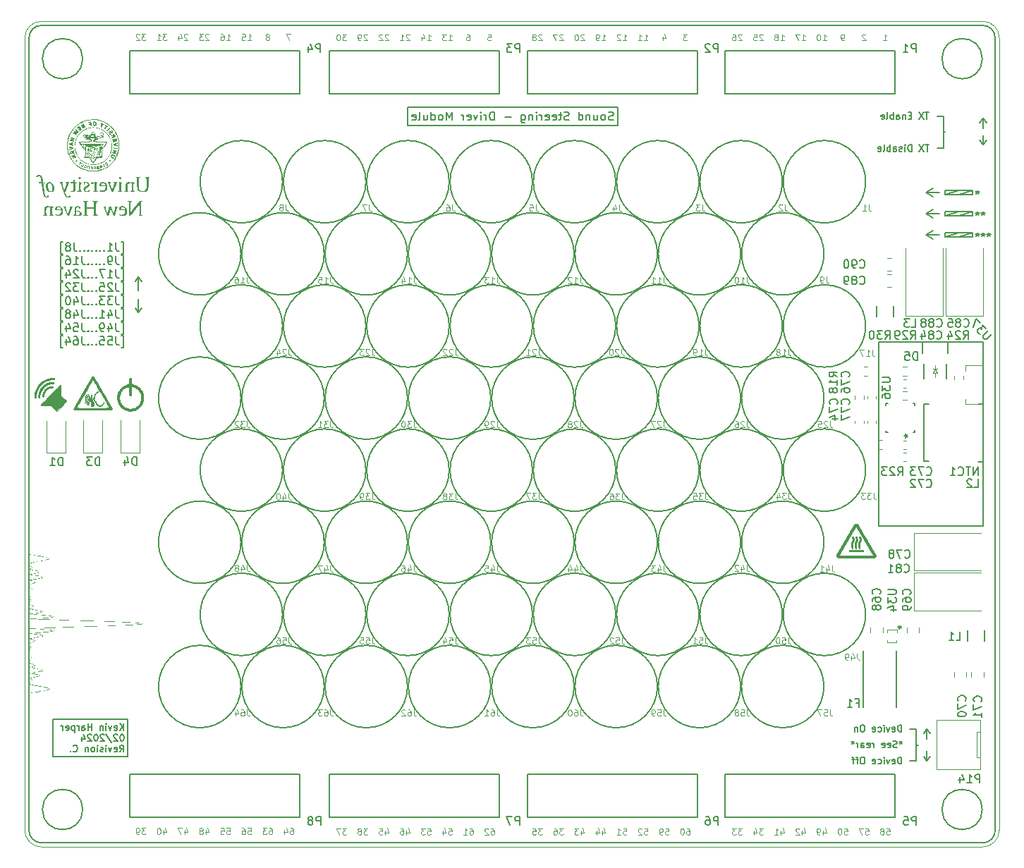
<source format=gbo>
G04 #@! TF.GenerationSoftware,KiCad,Pcbnew,(6.0.11)*
G04 #@! TF.CreationDate,2024-04-20T16:28:22-04:00*
G04 #@! TF.ProjectId,Ultrasonic Sound Steering - Driver Rev. C,556c7472-6173-46f6-9e69-6320536f756e,rev?*
G04 #@! TF.SameCoordinates,Original*
G04 #@! TF.FileFunction,Legend,Bot*
G04 #@! TF.FilePolarity,Positive*
%FSLAX46Y46*%
G04 Gerber Fmt 4.6, Leading zero omitted, Abs format (unit mm)*
G04 Created by KiCad (PCBNEW (6.0.11)) date 2024-04-20 16:28:22*
%MOMM*%
%LPD*%
G01*
G04 APERTURE LIST*
%ADD10C,0.150000*%
G04 #@! TA.AperFunction,Profile*
%ADD11C,0.100000*%
G04 #@! TD*
%ADD12C,0.100000*%
%ADD13C,0.200000*%
%ADD14C,0.127000*%
%ADD15C,0.120000*%
%ADD16C,0.152400*%
%ADD17C,0.080000*%
G04 APERTURE END LIST*
D10*
X310659924Y-144107808D02*
X197778066Y-144100000D01*
X306210000Y-68780000D02*
X309530000Y-68780000D01*
X276450000Y-49000000D02*
X276450000Y-54150000D01*
X209380000Y-76210000D02*
X208980000Y-76710000D01*
X228750000Y-54150000D02*
X208350000Y-54150000D01*
X300200000Y-141000000D02*
X279800000Y-141000000D01*
X202667811Y-140100000D02*
G75*
G03*
X202667811Y-140100000I-2417696J0D01*
G01*
X310659923Y-144107824D02*
G75*
G03*
X312220000Y-142549742I59977J1500024D01*
G01*
X306025000Y-56905000D02*
X306025000Y-60695000D01*
X252650000Y-54150000D02*
X232250000Y-54150000D01*
X310770000Y-60280000D02*
X311170000Y-59780000D01*
X276450000Y-54150000D02*
X256050000Y-54150000D01*
X232250000Y-141000000D02*
X232250000Y-135850000D01*
X232250000Y-49000000D02*
X252650000Y-49000000D01*
X310770000Y-58270000D02*
X310770000Y-57110000D01*
X252650000Y-135850000D02*
X252650000Y-141000000D01*
X276450000Y-141000000D02*
X256050000Y-141000000D01*
X312217824Y-47510077D02*
G75*
G03*
X310659742Y-45950000I-1500024J59977D01*
G01*
X294220628Y-45949999D02*
X310659742Y-45950000D01*
X306210000Y-66240000D02*
X307870000Y-65760000D01*
X279800000Y-54150000D02*
X279800000Y-49000000D01*
X302760000Y-134240000D02*
X302000000Y-134240000D01*
X232250000Y-135850000D02*
X252650000Y-135850000D01*
X307870000Y-66240000D02*
X309530000Y-65760000D01*
X208350000Y-54150000D02*
X208350000Y-49000000D01*
X252650000Y-141000000D02*
X232250000Y-141000000D01*
X310667769Y-140100000D02*
G75*
G03*
X310667769Y-140100000I-2417696J0D01*
G01*
X309530000Y-65760000D02*
X309530000Y-66240000D01*
X228750000Y-49000000D02*
X228750000Y-54150000D01*
X309530000Y-70840000D02*
X309530000Y-71320000D01*
X279800000Y-135850000D02*
X300200000Y-135850000D01*
X303935000Y-71070000D02*
X304723000Y-71578000D01*
X306025000Y-56905000D02*
X305265000Y-56905000D01*
X306210000Y-66240000D02*
X309530000Y-66240000D01*
X306210000Y-65760000D02*
X309530000Y-65760000D01*
X256050000Y-54150000D02*
X256050000Y-49000000D01*
X304030000Y-131625000D02*
X304030000Y-130465000D01*
X256050000Y-135850000D02*
X276450000Y-135850000D01*
X310667786Y-49950000D02*
G75*
G03*
X310667786Y-49950000I-2417696J0D01*
G01*
X266880000Y-55735000D02*
X241670000Y-55735000D01*
X241670000Y-55735000D02*
X241670000Y-58005000D01*
X241670000Y-58005000D02*
X266880000Y-58005000D01*
X266880000Y-58005000D02*
X266880000Y-55735000D01*
X306210000Y-71320000D02*
X307870000Y-70840000D01*
X303935000Y-68530000D02*
X305485000Y-68530000D01*
X303935000Y-65990000D02*
X305485000Y-65990000D01*
X310770000Y-60280000D02*
X310370000Y-59780000D01*
X232250000Y-54150000D02*
X232250000Y-49000000D01*
X209380000Y-80410000D02*
X209780000Y-79910000D01*
X209380000Y-76210000D02*
X209780000Y-76710000D01*
X209380000Y-77810000D02*
X209380000Y-76210000D01*
X304030000Y-130465000D02*
X303630000Y-130965000D01*
X300200000Y-135850000D02*
X300200000Y-141000000D01*
X228750000Y-141000000D02*
X208350000Y-141000000D01*
X307870000Y-71320000D02*
X309530000Y-70840000D01*
X303935000Y-71070000D02*
X304723000Y-70562000D01*
X310770000Y-59120000D02*
X310770000Y-60280000D01*
X202667774Y-49950000D02*
G75*
G03*
X202667774Y-49950000I-2417696J0D01*
G01*
X302760000Y-130450000D02*
X302000000Y-130450000D01*
X197780000Y-45950001D02*
X302219372Y-45949999D01*
X310770000Y-57110000D02*
X311170000Y-57610000D01*
X252650000Y-49000000D02*
X252650000Y-54150000D01*
X208060000Y-133770000D02*
X199100000Y-133770000D01*
X199100000Y-133770000D02*
X199100000Y-129260000D01*
X199100000Y-129260000D02*
X208060000Y-129260000D01*
X208060000Y-129260000D02*
X208060000Y-133770000D01*
X279800000Y-141000000D02*
X279800000Y-135850000D01*
X304030000Y-133095000D02*
X304030000Y-134255000D01*
X197780000Y-45950001D02*
G75*
G03*
X196219924Y-47508067I-60000J-1499999D01*
G01*
X303935000Y-71070000D02*
X305485000Y-71070000D01*
X312217808Y-47510076D02*
X312220000Y-142549742D01*
X306210000Y-71320000D02*
X309530000Y-71320000D01*
X310770000Y-57110000D02*
X310370000Y-57610000D01*
X306210000Y-68780000D02*
X307870000Y-68300000D01*
X306210000Y-70840000D02*
X306210000Y-71320000D01*
X256050000Y-49000000D02*
X276450000Y-49000000D01*
X304030000Y-134255000D02*
X303630000Y-133755000D01*
X306025000Y-60695000D02*
X305265000Y-60695000D01*
X304030000Y-134255000D02*
X304430000Y-133755000D01*
X303935000Y-68530000D02*
X304723000Y-69038000D01*
X306210000Y-65760000D02*
X306210000Y-66240000D01*
X306210000Y-68300000D02*
X306210000Y-68780000D01*
X208350000Y-135850000D02*
X228750000Y-135850000D01*
X303935000Y-65990000D02*
X304723000Y-66498000D01*
X279800000Y-49000000D02*
X300200000Y-49000000D01*
X209380000Y-80410000D02*
X208980000Y-79910000D01*
X304030000Y-130465000D02*
X304430000Y-130965000D01*
X303935000Y-65990000D02*
X304723000Y-65482000D01*
X209380000Y-78810000D02*
X209380000Y-80410000D01*
X302760000Y-130450000D02*
X302760000Y-134240000D01*
X302960000Y-132370000D02*
X302760000Y-132370000D01*
X307870000Y-68780000D02*
X309530000Y-68300000D01*
X306210000Y-70840000D02*
X309530000Y-70840000D01*
X196220886Y-142530106D02*
X196219924Y-47508067D01*
X306225000Y-58765000D02*
X306025000Y-58765000D01*
X196219976Y-142539923D02*
G75*
G03*
X197778066Y-144100000I1500024J-59977D01*
G01*
X228750000Y-135850000D02*
X228750000Y-141000000D01*
X208350000Y-141000000D02*
X208350000Y-135850000D01*
X303935000Y-68530000D02*
X304723000Y-68022000D01*
X300200000Y-49000000D02*
X300200000Y-54150000D01*
X300200000Y-54150000D02*
X279800000Y-54150000D01*
X306210000Y-68300000D02*
X309530000Y-68300000D01*
X208350000Y-49000000D02*
X228750000Y-49000000D01*
X276450000Y-135850000D02*
X276450000Y-141000000D01*
X256050000Y-141000000D02*
X256050000Y-135850000D01*
X309530000Y-68300000D02*
X309530000Y-68780000D01*
D11*
X312719114Y-47450000D02*
X312714900Y-142595786D01*
X312719100Y-47450000D02*
G75*
G03*
X310719114Y-45450000I-2000000J0D01*
G01*
X195723314Y-142595786D02*
G75*
G03*
X197723328Y-144595786I1999986J-14D01*
G01*
X195723328Y-142595786D02*
X195723328Y-47454213D01*
X197723328Y-45454213D02*
X310719114Y-45450000D01*
X310714900Y-144595786D02*
X197723328Y-144595786D01*
X310714900Y-144595800D02*
G75*
G03*
X312714900Y-142595786I0J2000000D01*
G01*
X197723328Y-45454228D02*
G75*
G03*
X195723328Y-47454213I-28J-1999972D01*
G01*
D12*
X267517857Y-47764285D02*
X267946428Y-47764285D01*
X267732142Y-47764285D02*
X267732142Y-47014285D01*
X267803571Y-47121428D01*
X267875000Y-47192857D01*
X267946428Y-47228571D01*
X267232142Y-47085714D02*
X267196428Y-47050000D01*
X267125000Y-47014285D01*
X266946428Y-47014285D01*
X266875000Y-47050000D01*
X266839285Y-47085714D01*
X266803571Y-47157142D01*
X266803571Y-47228571D01*
X266839285Y-47335714D01*
X267267857Y-47764285D01*
X266803571Y-47764285D01*
X212767142Y-46989285D02*
X212302857Y-46989285D01*
X212552857Y-47275000D01*
X212445714Y-47275000D01*
X212374285Y-47310714D01*
X212338571Y-47346428D01*
X212302857Y-47417857D01*
X212302857Y-47596428D01*
X212338571Y-47667857D01*
X212374285Y-47703571D01*
X212445714Y-47739285D01*
X212660000Y-47739285D01*
X212731428Y-47703571D01*
X212767142Y-47667857D01*
X211588571Y-47739285D02*
X212017142Y-47739285D01*
X211802857Y-47739285D02*
X211802857Y-46989285D01*
X211874285Y-47096428D01*
X211945714Y-47167857D01*
X212017142Y-47203571D01*
X281786428Y-47085714D02*
X281750714Y-47050000D01*
X281679285Y-47014285D01*
X281500714Y-47014285D01*
X281429285Y-47050000D01*
X281393571Y-47085714D01*
X281357857Y-47157142D01*
X281357857Y-47228571D01*
X281393571Y-47335714D01*
X281822142Y-47764285D01*
X281357857Y-47764285D01*
X280715000Y-47014285D02*
X280857857Y-47014285D01*
X280929285Y-47050000D01*
X280965000Y-47085714D01*
X281036428Y-47192857D01*
X281072142Y-47335714D01*
X281072142Y-47621428D01*
X281036428Y-47692857D01*
X281000714Y-47728571D01*
X280929285Y-47764285D01*
X280786428Y-47764285D01*
X280715000Y-47728571D01*
X280679285Y-47692857D01*
X280643571Y-47621428D01*
X280643571Y-47442857D01*
X280679285Y-47371428D01*
X280715000Y-47335714D01*
X280786428Y-47300000D01*
X280929285Y-47300000D01*
X281000714Y-47335714D01*
X281036428Y-47371428D01*
X281072142Y-47442857D01*
X284362142Y-142364285D02*
X283897857Y-142364285D01*
X284147857Y-142650000D01*
X284040714Y-142650000D01*
X283969285Y-142685714D01*
X283933571Y-142721428D01*
X283897857Y-142792857D01*
X283897857Y-142971428D01*
X283933571Y-143042857D01*
X283969285Y-143078571D01*
X284040714Y-143114285D01*
X284255000Y-143114285D01*
X284326428Y-143078571D01*
X284362142Y-143042857D01*
X283255000Y-142614285D02*
X283255000Y-143114285D01*
X283433571Y-142328571D02*
X283612142Y-142864285D01*
X283147857Y-142864285D01*
X275245000Y-47014285D02*
X274780714Y-47014285D01*
X275030714Y-47300000D01*
X274923571Y-47300000D01*
X274852142Y-47335714D01*
X274816428Y-47371428D01*
X274780714Y-47442857D01*
X274780714Y-47621428D01*
X274816428Y-47692857D01*
X274852142Y-47728571D01*
X274923571Y-47764285D01*
X275137857Y-47764285D01*
X275209285Y-47728571D01*
X275245000Y-47692857D01*
D10*
X310080000Y-70862380D02*
X310080000Y-71100476D01*
X310318095Y-71005238D02*
X310080000Y-71100476D01*
X309841904Y-71005238D01*
X310222857Y-71290952D02*
X310080000Y-71100476D01*
X309937142Y-71290952D01*
D12*
X212767142Y-46989285D02*
X212302857Y-46989285D01*
X212552857Y-47275000D01*
X212445714Y-47275000D01*
X212374285Y-47310714D01*
X212338571Y-47346428D01*
X212302857Y-47417857D01*
X212302857Y-47596428D01*
X212338571Y-47667857D01*
X212374285Y-47703571D01*
X212445714Y-47739285D01*
X212660000Y-47739285D01*
X212731428Y-47703571D01*
X212767142Y-47667857D01*
X211588571Y-47739285D02*
X212017142Y-47739285D01*
X211802857Y-47739285D02*
X211802857Y-46989285D01*
X211874285Y-47096428D01*
X211945714Y-47167857D01*
X212017142Y-47203571D01*
X288977857Y-47764285D02*
X289406428Y-47764285D01*
X289192142Y-47764285D02*
X289192142Y-47014285D01*
X289263571Y-47121428D01*
X289335000Y-47192857D01*
X289406428Y-47228571D01*
X288727857Y-47014285D02*
X288227857Y-47014285D01*
X288549285Y-47764285D01*
X219958571Y-142339285D02*
X220315714Y-142339285D01*
X220351428Y-142696428D01*
X220315714Y-142660714D01*
X220244285Y-142625000D01*
X220065714Y-142625000D01*
X219994285Y-142660714D01*
X219958571Y-142696428D01*
X219922857Y-142767857D01*
X219922857Y-142946428D01*
X219958571Y-143017857D01*
X219994285Y-143053571D01*
X220065714Y-143089285D01*
X220244285Y-143089285D01*
X220315714Y-143053571D01*
X220351428Y-143017857D01*
X219244285Y-142339285D02*
X219601428Y-142339285D01*
X219637142Y-142696428D01*
X219601428Y-142660714D01*
X219530000Y-142625000D01*
X219351428Y-142625000D01*
X219280000Y-142660714D01*
X219244285Y-142696428D01*
X219208571Y-142767857D01*
X219208571Y-142946428D01*
X219244285Y-143017857D01*
X219280000Y-143053571D01*
X219351428Y-143089285D01*
X219530000Y-143089285D01*
X219601428Y-143053571D01*
X219637142Y-143017857D01*
X227397142Y-102139285D02*
X227397142Y-102675000D01*
X227432857Y-102782142D01*
X227504285Y-102853571D01*
X227611428Y-102889285D01*
X227682857Y-102889285D01*
X226718571Y-102389285D02*
X226718571Y-102889285D01*
X226897142Y-102103571D02*
X227075714Y-102639285D01*
X226611428Y-102639285D01*
X226182857Y-102139285D02*
X226111428Y-102139285D01*
X226040000Y-102175000D01*
X226004285Y-102210714D01*
X225968571Y-102282142D01*
X225932857Y-102425000D01*
X225932857Y-102603571D01*
X225968571Y-102746428D01*
X226004285Y-102817857D01*
X226040000Y-102853571D01*
X226111428Y-102889285D01*
X226182857Y-102889285D01*
X226254285Y-102853571D01*
X226290000Y-102817857D01*
X226325714Y-102746428D01*
X226361428Y-102603571D01*
X226361428Y-102425000D01*
X226325714Y-102282142D01*
X226290000Y-102210714D01*
X226254285Y-102175000D01*
X226182857Y-102139285D01*
X227650000Y-46989285D02*
X227150000Y-46989285D01*
X227471428Y-47739285D01*
X260326428Y-47085714D02*
X260290714Y-47050000D01*
X260219285Y-47014285D01*
X260040714Y-47014285D01*
X259969285Y-47050000D01*
X259933571Y-47085714D01*
X259897857Y-47157142D01*
X259897857Y-47228571D01*
X259933571Y-47335714D01*
X260362142Y-47764285D01*
X259897857Y-47764285D01*
X259647857Y-47014285D02*
X259147857Y-47014285D01*
X259469285Y-47764285D01*
X294093571Y-142364285D02*
X294450714Y-142364285D01*
X294486428Y-142721428D01*
X294450714Y-142685714D01*
X294379285Y-142650000D01*
X294200714Y-142650000D01*
X294129285Y-142685714D01*
X294093571Y-142721428D01*
X294057857Y-142792857D01*
X294057857Y-142971428D01*
X294093571Y-143042857D01*
X294129285Y-143078571D01*
X294200714Y-143114285D01*
X294379285Y-143114285D01*
X294450714Y-143078571D01*
X294486428Y-143042857D01*
X293593571Y-142364285D02*
X293522142Y-142364285D01*
X293450714Y-142400000D01*
X293415000Y-142435714D01*
X293379285Y-142507142D01*
X293343571Y-142650000D01*
X293343571Y-142828571D01*
X293379285Y-142971428D01*
X293415000Y-143042857D01*
X293450714Y-143078571D01*
X293522142Y-143114285D01*
X293593571Y-143114285D01*
X293665000Y-143078571D01*
X293700714Y-143042857D01*
X293736428Y-142971428D01*
X293772142Y-142828571D01*
X293772142Y-142650000D01*
X293736428Y-142507142D01*
X293700714Y-142435714D01*
X293665000Y-142400000D01*
X293593571Y-142364285D01*
D10*
X300877738Y-131871904D02*
X300877738Y-132062380D01*
X301068214Y-131986190D02*
X300877738Y-132062380D01*
X300687261Y-131986190D01*
X300992023Y-132214761D02*
X300877738Y-132062380D01*
X300763452Y-132214761D01*
X300420595Y-132633809D02*
X300306309Y-132671904D01*
X300115833Y-132671904D01*
X300039642Y-132633809D01*
X300001547Y-132595714D01*
X299963452Y-132519523D01*
X299963452Y-132443333D01*
X300001547Y-132367142D01*
X300039642Y-132329047D01*
X300115833Y-132290952D01*
X300268214Y-132252857D01*
X300344404Y-132214761D01*
X300382500Y-132176666D01*
X300420595Y-132100476D01*
X300420595Y-132024285D01*
X300382500Y-131948095D01*
X300344404Y-131910000D01*
X300268214Y-131871904D01*
X300077738Y-131871904D01*
X299963452Y-131910000D01*
X299315833Y-132633809D02*
X299392023Y-132671904D01*
X299544404Y-132671904D01*
X299620595Y-132633809D01*
X299658690Y-132557619D01*
X299658690Y-132252857D01*
X299620595Y-132176666D01*
X299544404Y-132138571D01*
X299392023Y-132138571D01*
X299315833Y-132176666D01*
X299277738Y-132252857D01*
X299277738Y-132329047D01*
X299658690Y-132405238D01*
X298630119Y-132633809D02*
X298706309Y-132671904D01*
X298858690Y-132671904D01*
X298934880Y-132633809D01*
X298972976Y-132557619D01*
X298972976Y-132252857D01*
X298934880Y-132176666D01*
X298858690Y-132138571D01*
X298706309Y-132138571D01*
X298630119Y-132176666D01*
X298592023Y-132252857D01*
X298592023Y-132329047D01*
X298972976Y-132405238D01*
X297639642Y-132671904D02*
X297639642Y-132138571D01*
X297639642Y-132290952D02*
X297601547Y-132214761D01*
X297563452Y-132176666D01*
X297487261Y-132138571D01*
X297411071Y-132138571D01*
X296839642Y-132633809D02*
X296915833Y-132671904D01*
X297068214Y-132671904D01*
X297144404Y-132633809D01*
X297182500Y-132557619D01*
X297182500Y-132252857D01*
X297144404Y-132176666D01*
X297068214Y-132138571D01*
X296915833Y-132138571D01*
X296839642Y-132176666D01*
X296801547Y-132252857D01*
X296801547Y-132329047D01*
X297182500Y-132405238D01*
X296115833Y-132671904D02*
X296115833Y-132252857D01*
X296153928Y-132176666D01*
X296230119Y-132138571D01*
X296382500Y-132138571D01*
X296458690Y-132176666D01*
X296115833Y-132633809D02*
X296192023Y-132671904D01*
X296382500Y-132671904D01*
X296458690Y-132633809D01*
X296496785Y-132557619D01*
X296496785Y-132481428D01*
X296458690Y-132405238D01*
X296382500Y-132367142D01*
X296192023Y-132367142D01*
X296115833Y-132329047D01*
X295734880Y-132671904D02*
X295734880Y-132138571D01*
X295734880Y-132290952D02*
X295696785Y-132214761D01*
X295658690Y-132176666D01*
X295582500Y-132138571D01*
X295506309Y-132138571D01*
X295125357Y-131871904D02*
X295125357Y-132062380D01*
X295315833Y-131986190D02*
X295125357Y-132062380D01*
X294934880Y-131986190D01*
X295239642Y-132214761D02*
X295125357Y-132062380D01*
X295011071Y-132214761D01*
D12*
X260362142Y-142364285D02*
X259897857Y-142364285D01*
X260147857Y-142650000D01*
X260040714Y-142650000D01*
X259969285Y-142685714D01*
X259933571Y-142721428D01*
X259897857Y-142792857D01*
X259897857Y-142971428D01*
X259933571Y-143042857D01*
X259969285Y-143078571D01*
X260040714Y-143114285D01*
X260255000Y-143114285D01*
X260326428Y-143078571D01*
X260362142Y-143042857D01*
X259255000Y-142364285D02*
X259397857Y-142364285D01*
X259469285Y-142400000D01*
X259505000Y-142435714D01*
X259576428Y-142542857D01*
X259612142Y-142685714D01*
X259612142Y-142971428D01*
X259576428Y-143042857D01*
X259540714Y-143078571D01*
X259469285Y-143114285D01*
X259326428Y-143114285D01*
X259255000Y-143078571D01*
X259219285Y-143042857D01*
X259183571Y-142971428D01*
X259183571Y-142792857D01*
X259219285Y-142721428D01*
X259255000Y-142685714D01*
X259326428Y-142650000D01*
X259469285Y-142650000D01*
X259540714Y-142685714D01*
X259576428Y-142721428D01*
X259612142Y-142792857D01*
X241906428Y-47085714D02*
X241870714Y-47050000D01*
X241799285Y-47014285D01*
X241620714Y-47014285D01*
X241549285Y-47050000D01*
X241513571Y-47085714D01*
X241477857Y-47157142D01*
X241477857Y-47228571D01*
X241513571Y-47335714D01*
X241942142Y-47764285D01*
X241477857Y-47764285D01*
X240763571Y-47764285D02*
X241192142Y-47764285D01*
X240977857Y-47764285D02*
X240977857Y-47014285D01*
X241049285Y-47121428D01*
X241120714Y-47192857D01*
X241192142Y-47228571D01*
X291517857Y-47764285D02*
X291946428Y-47764285D01*
X291732142Y-47764285D02*
X291732142Y-47014285D01*
X291803571Y-47121428D01*
X291875000Y-47192857D01*
X291946428Y-47228571D01*
X291053571Y-47014285D02*
X290982142Y-47014285D01*
X290910714Y-47050000D01*
X290875000Y-47085714D01*
X290839285Y-47157142D01*
X290803571Y-47300000D01*
X290803571Y-47478571D01*
X290839285Y-47621428D01*
X290875000Y-47692857D01*
X290910714Y-47728571D01*
X290982142Y-47764285D01*
X291053571Y-47764285D01*
X291125000Y-47728571D01*
X291160714Y-47692857D01*
X291196428Y-47621428D01*
X291232142Y-47478571D01*
X291232142Y-47300000D01*
X291196428Y-47157142D01*
X291160714Y-47085714D01*
X291125000Y-47050000D01*
X291053571Y-47014285D01*
X244053571Y-142364285D02*
X244410714Y-142364285D01*
X244446428Y-142721428D01*
X244410714Y-142685714D01*
X244339285Y-142650000D01*
X244160714Y-142650000D01*
X244089285Y-142685714D01*
X244053571Y-142721428D01*
X244017857Y-142792857D01*
X244017857Y-142971428D01*
X244053571Y-143042857D01*
X244089285Y-143078571D01*
X244160714Y-143114285D01*
X244339285Y-143114285D01*
X244410714Y-143078571D01*
X244446428Y-143042857D01*
X243767857Y-142364285D02*
X243303571Y-142364285D01*
X243553571Y-142650000D01*
X243446428Y-142650000D01*
X243375000Y-142685714D01*
X243339285Y-142721428D01*
X243303571Y-142792857D01*
X243303571Y-142971428D01*
X243339285Y-143042857D01*
X243375000Y-143078571D01*
X243446428Y-143114285D01*
X243660714Y-143114285D01*
X243732142Y-143078571D01*
X243767857Y-143042857D01*
X222367142Y-76139285D02*
X222367142Y-76675000D01*
X222402857Y-76782142D01*
X222474285Y-76853571D01*
X222581428Y-76889285D01*
X222652857Y-76889285D01*
X221617142Y-76889285D02*
X222045714Y-76889285D01*
X221831428Y-76889285D02*
X221831428Y-76139285D01*
X221902857Y-76246428D01*
X221974285Y-76317857D01*
X222045714Y-76353571D01*
X220974285Y-76139285D02*
X221117142Y-76139285D01*
X221188571Y-76175000D01*
X221224285Y-76210714D01*
X221295714Y-76317857D01*
X221331428Y-76460714D01*
X221331428Y-76746428D01*
X221295714Y-76817857D01*
X221260000Y-76853571D01*
X221188571Y-76889285D01*
X221045714Y-76889285D01*
X220974285Y-76853571D01*
X220938571Y-76817857D01*
X220902857Y-76746428D01*
X220902857Y-76567857D01*
X220938571Y-76496428D01*
X220974285Y-76460714D01*
X221045714Y-76425000D01*
X221188571Y-76425000D01*
X221260000Y-76460714D01*
X221295714Y-76496428D01*
X221331428Y-76567857D01*
X225074285Y-142339285D02*
X225217142Y-142339285D01*
X225288571Y-142375000D01*
X225324285Y-142410714D01*
X225395714Y-142517857D01*
X225431428Y-142660714D01*
X225431428Y-142946428D01*
X225395714Y-143017857D01*
X225360000Y-143053571D01*
X225288571Y-143089285D01*
X225145714Y-143089285D01*
X225074285Y-143053571D01*
X225038571Y-143017857D01*
X225002857Y-142946428D01*
X225002857Y-142767857D01*
X225038571Y-142696428D01*
X225074285Y-142660714D01*
X225145714Y-142625000D01*
X225288571Y-142625000D01*
X225360000Y-142660714D01*
X225395714Y-142696428D01*
X225431428Y-142767857D01*
X224752857Y-142339285D02*
X224288571Y-142339285D01*
X224538571Y-142625000D01*
X224431428Y-142625000D01*
X224360000Y-142660714D01*
X224324285Y-142696428D01*
X224288571Y-142767857D01*
X224288571Y-142946428D01*
X224324285Y-143017857D01*
X224360000Y-143053571D01*
X224431428Y-143089285D01*
X224645714Y-143089285D01*
X224717142Y-143053571D01*
X224752857Y-143017857D01*
X249169285Y-142364285D02*
X249312142Y-142364285D01*
X249383571Y-142400000D01*
X249419285Y-142435714D01*
X249490714Y-142542857D01*
X249526428Y-142685714D01*
X249526428Y-142971428D01*
X249490714Y-143042857D01*
X249455000Y-143078571D01*
X249383571Y-143114285D01*
X249240714Y-143114285D01*
X249169285Y-143078571D01*
X249133571Y-143042857D01*
X249097857Y-142971428D01*
X249097857Y-142792857D01*
X249133571Y-142721428D01*
X249169285Y-142685714D01*
X249240714Y-142650000D01*
X249383571Y-142650000D01*
X249455000Y-142685714D01*
X249490714Y-142721428D01*
X249526428Y-142792857D01*
X248383571Y-143114285D02*
X248812142Y-143114285D01*
X248597857Y-143114285D02*
X248597857Y-142364285D01*
X248669285Y-142471428D01*
X248740714Y-142542857D01*
X248812142Y-142578571D01*
X244017857Y-47764285D02*
X244446428Y-47764285D01*
X244232142Y-47764285D02*
X244232142Y-47014285D01*
X244303571Y-47121428D01*
X244375000Y-47192857D01*
X244446428Y-47228571D01*
X243375000Y-47264285D02*
X243375000Y-47764285D01*
X243553571Y-46978571D02*
X243732142Y-47514285D01*
X243267857Y-47514285D01*
X217454285Y-142589285D02*
X217454285Y-143089285D01*
X217632857Y-142303571D02*
X217811428Y-142839285D01*
X217347142Y-142839285D01*
X216954285Y-142660714D02*
X217025714Y-142625000D01*
X217061428Y-142589285D01*
X217097142Y-142517857D01*
X217097142Y-142482142D01*
X217061428Y-142410714D01*
X217025714Y-142375000D01*
X216954285Y-142339285D01*
X216811428Y-142339285D01*
X216740000Y-142375000D01*
X216704285Y-142410714D01*
X216668571Y-142482142D01*
X216668571Y-142517857D01*
X216704285Y-142589285D01*
X216740000Y-142625000D01*
X216811428Y-142660714D01*
X216954285Y-142660714D01*
X217025714Y-142696428D01*
X217061428Y-142732142D01*
X217097142Y-142803571D01*
X217097142Y-142946428D01*
X217061428Y-143017857D01*
X217025714Y-143053571D01*
X216954285Y-143089285D01*
X216811428Y-143089285D01*
X216740000Y-143053571D01*
X216704285Y-143017857D01*
X216668571Y-142946428D01*
X216668571Y-142803571D01*
X216704285Y-142732142D01*
X216740000Y-142696428D01*
X216811428Y-142660714D01*
X275245000Y-47014285D02*
X274780714Y-47014285D01*
X275030714Y-47300000D01*
X274923571Y-47300000D01*
X274852142Y-47335714D01*
X274816428Y-47371428D01*
X274780714Y-47442857D01*
X274780714Y-47621428D01*
X274816428Y-47692857D01*
X274852142Y-47728571D01*
X274923571Y-47764285D01*
X275137857Y-47764285D01*
X275209285Y-47728571D01*
X275245000Y-47692857D01*
X236862142Y-142364285D02*
X236397857Y-142364285D01*
X236647857Y-142650000D01*
X236540714Y-142650000D01*
X236469285Y-142685714D01*
X236433571Y-142721428D01*
X236397857Y-142792857D01*
X236397857Y-142971428D01*
X236433571Y-143042857D01*
X236469285Y-143078571D01*
X236540714Y-143114285D01*
X236755000Y-143114285D01*
X236826428Y-143078571D01*
X236862142Y-143042857D01*
X235969285Y-142685714D02*
X236040714Y-142650000D01*
X236076428Y-142614285D01*
X236112142Y-142542857D01*
X236112142Y-142507142D01*
X236076428Y-142435714D01*
X236040714Y-142400000D01*
X235969285Y-142364285D01*
X235826428Y-142364285D01*
X235755000Y-142400000D01*
X235719285Y-142435714D01*
X235683571Y-142507142D01*
X235683571Y-142542857D01*
X235719285Y-142614285D01*
X235755000Y-142650000D01*
X235826428Y-142685714D01*
X235969285Y-142685714D01*
X236040714Y-142721428D01*
X236076428Y-142757142D01*
X236112142Y-142828571D01*
X236112142Y-142971428D01*
X236076428Y-143042857D01*
X236040714Y-143078571D01*
X235969285Y-143114285D01*
X235826428Y-143114285D01*
X235755000Y-143078571D01*
X235719285Y-143042857D01*
X235683571Y-142971428D01*
X235683571Y-142828571D01*
X235719285Y-142757142D01*
X235755000Y-142721428D01*
X235826428Y-142685714D01*
X272312142Y-47264285D02*
X272312142Y-47764285D01*
X272490714Y-46978571D02*
X272669285Y-47514285D01*
X272205000Y-47514285D01*
X257786428Y-47085714D02*
X257750714Y-47050000D01*
X257679285Y-47014285D01*
X257500714Y-47014285D01*
X257429285Y-47050000D01*
X257393571Y-47085714D01*
X257357857Y-47157142D01*
X257357857Y-47228571D01*
X257393571Y-47335714D01*
X257822142Y-47764285D01*
X257357857Y-47764285D01*
X256929285Y-47335714D02*
X257000714Y-47300000D01*
X257036428Y-47264285D01*
X257072142Y-47192857D01*
X257072142Y-47157142D01*
X257036428Y-47085714D01*
X257000714Y-47050000D01*
X256929285Y-47014285D01*
X256786428Y-47014285D01*
X256715000Y-47050000D01*
X256679285Y-47085714D01*
X256643571Y-47157142D01*
X256643571Y-47192857D01*
X256679285Y-47264285D01*
X256715000Y-47300000D01*
X256786428Y-47335714D01*
X256929285Y-47335714D01*
X257000714Y-47371428D01*
X257036428Y-47407142D01*
X257072142Y-47478571D01*
X257072142Y-47621428D01*
X257036428Y-47692857D01*
X257000714Y-47728571D01*
X256929285Y-47764285D01*
X256786428Y-47764285D01*
X256715000Y-47728571D01*
X256679285Y-47692857D01*
X256643571Y-47621428D01*
X256643571Y-47478571D01*
X256679285Y-47407142D01*
X256715000Y-47371428D01*
X256786428Y-47335714D01*
X298780714Y-47764285D02*
X299209285Y-47764285D01*
X298995000Y-47764285D02*
X298995000Y-47014285D01*
X299066428Y-47121428D01*
X299137857Y-47192857D01*
X299209285Y-47228571D01*
X215271428Y-47060714D02*
X215235714Y-47025000D01*
X215164285Y-46989285D01*
X214985714Y-46989285D01*
X214914285Y-47025000D01*
X214878571Y-47060714D01*
X214842857Y-47132142D01*
X214842857Y-47203571D01*
X214878571Y-47310714D01*
X215307142Y-47739285D01*
X214842857Y-47739285D01*
X214200000Y-47239285D02*
X214200000Y-47739285D01*
X214378571Y-46953571D02*
X214557142Y-47489285D01*
X214092857Y-47489285D01*
X262866428Y-47085714D02*
X262830714Y-47050000D01*
X262759285Y-47014285D01*
X262580714Y-47014285D01*
X262509285Y-47050000D01*
X262473571Y-47085714D01*
X262437857Y-47157142D01*
X262437857Y-47228571D01*
X262473571Y-47335714D01*
X262902142Y-47764285D01*
X262437857Y-47764285D01*
X261973571Y-47014285D02*
X261902142Y-47014285D01*
X261830714Y-47050000D01*
X261795000Y-47085714D01*
X261759285Y-47157142D01*
X261723571Y-47300000D01*
X261723571Y-47478571D01*
X261759285Y-47621428D01*
X261795000Y-47692857D01*
X261830714Y-47728571D01*
X261902142Y-47764285D01*
X261973571Y-47764285D01*
X262045000Y-47728571D01*
X262080714Y-47692857D01*
X262116428Y-47621428D01*
X262152142Y-47478571D01*
X262152142Y-47300000D01*
X262116428Y-47157142D01*
X262080714Y-47085714D01*
X262045000Y-47050000D01*
X261973571Y-47014285D01*
X275209285Y-142364285D02*
X275352142Y-142364285D01*
X275423571Y-142400000D01*
X275459285Y-142435714D01*
X275530714Y-142542857D01*
X275566428Y-142685714D01*
X275566428Y-142971428D01*
X275530714Y-143042857D01*
X275495000Y-143078571D01*
X275423571Y-143114285D01*
X275280714Y-143114285D01*
X275209285Y-143078571D01*
X275173571Y-143042857D01*
X275137857Y-142971428D01*
X275137857Y-142792857D01*
X275173571Y-142721428D01*
X275209285Y-142685714D01*
X275280714Y-142650000D01*
X275423571Y-142650000D01*
X275495000Y-142685714D01*
X275530714Y-142721428D01*
X275566428Y-142792857D01*
X274673571Y-142364285D02*
X274602142Y-142364285D01*
X274530714Y-142400000D01*
X274495000Y-142435714D01*
X274459285Y-142507142D01*
X274423571Y-142650000D01*
X274423571Y-142828571D01*
X274459285Y-142971428D01*
X274495000Y-143042857D01*
X274530714Y-143078571D01*
X274602142Y-143114285D01*
X274673571Y-143114285D01*
X274745000Y-143078571D01*
X274780714Y-143042857D01*
X274816428Y-142971428D01*
X274852142Y-142828571D01*
X274852142Y-142650000D01*
X274816428Y-142507142D01*
X274780714Y-142435714D01*
X274745000Y-142400000D01*
X274673571Y-142364285D01*
X270093571Y-142364285D02*
X270450714Y-142364285D01*
X270486428Y-142721428D01*
X270450714Y-142685714D01*
X270379285Y-142650000D01*
X270200714Y-142650000D01*
X270129285Y-142685714D01*
X270093571Y-142721428D01*
X270057857Y-142792857D01*
X270057857Y-142971428D01*
X270093571Y-143042857D01*
X270129285Y-143078571D01*
X270200714Y-143114285D01*
X270379285Y-143114285D01*
X270450714Y-143078571D01*
X270486428Y-143042857D01*
X269772142Y-142435714D02*
X269736428Y-142400000D01*
X269665000Y-142364285D01*
X269486428Y-142364285D01*
X269415000Y-142400000D01*
X269379285Y-142435714D01*
X269343571Y-142507142D01*
X269343571Y-142578571D01*
X269379285Y-142685714D01*
X269807857Y-143114285D01*
X269343571Y-143114285D01*
X244017857Y-47764285D02*
X244446428Y-47764285D01*
X244232142Y-47764285D02*
X244232142Y-47014285D01*
X244303571Y-47121428D01*
X244375000Y-47192857D01*
X244446428Y-47228571D01*
X243375000Y-47264285D02*
X243375000Y-47764285D01*
X243553571Y-46978571D02*
X243732142Y-47514285D01*
X243267857Y-47514285D01*
X288977857Y-47764285D02*
X289406428Y-47764285D01*
X289192142Y-47764285D02*
X289192142Y-47014285D01*
X289263571Y-47121428D01*
X289335000Y-47192857D01*
X289406428Y-47228571D01*
X288727857Y-47014285D02*
X288227857Y-47014285D01*
X288549285Y-47764285D01*
X284326428Y-47085714D02*
X284290714Y-47050000D01*
X284219285Y-47014285D01*
X284040714Y-47014285D01*
X283969285Y-47050000D01*
X283933571Y-47085714D01*
X283897857Y-47157142D01*
X283897857Y-47228571D01*
X283933571Y-47335714D01*
X284362142Y-47764285D01*
X283897857Y-47764285D01*
X283219285Y-47014285D02*
X283576428Y-47014285D01*
X283612142Y-47371428D01*
X283576428Y-47335714D01*
X283505000Y-47300000D01*
X283326428Y-47300000D01*
X283255000Y-47335714D01*
X283219285Y-47371428D01*
X283183571Y-47442857D01*
X283183571Y-47621428D01*
X283219285Y-47692857D01*
X283255000Y-47728571D01*
X283326428Y-47764285D01*
X283505000Y-47764285D01*
X283576428Y-47728571D01*
X283612142Y-47692857D01*
X248812142Y-47014285D02*
X248955000Y-47014285D01*
X249026428Y-47050000D01*
X249062142Y-47085714D01*
X249133571Y-47192857D01*
X249169285Y-47335714D01*
X249169285Y-47621428D01*
X249133571Y-47692857D01*
X249097857Y-47728571D01*
X249026428Y-47764285D01*
X248883571Y-47764285D01*
X248812142Y-47728571D01*
X248776428Y-47692857D01*
X248740714Y-47621428D01*
X248740714Y-47442857D01*
X248776428Y-47371428D01*
X248812142Y-47335714D01*
X248883571Y-47300000D01*
X249026428Y-47300000D01*
X249097857Y-47335714D01*
X249133571Y-47371428D01*
X249169285Y-47442857D01*
X236862142Y-142364285D02*
X236397857Y-142364285D01*
X236647857Y-142650000D01*
X236540714Y-142650000D01*
X236469285Y-142685714D01*
X236433571Y-142721428D01*
X236397857Y-142792857D01*
X236397857Y-142971428D01*
X236433571Y-143042857D01*
X236469285Y-143078571D01*
X236540714Y-143114285D01*
X236755000Y-143114285D01*
X236826428Y-143078571D01*
X236862142Y-143042857D01*
X235969285Y-142685714D02*
X236040714Y-142650000D01*
X236076428Y-142614285D01*
X236112142Y-142542857D01*
X236112142Y-142507142D01*
X236076428Y-142435714D01*
X236040714Y-142400000D01*
X235969285Y-142364285D01*
X235826428Y-142364285D01*
X235755000Y-142400000D01*
X235719285Y-142435714D01*
X235683571Y-142507142D01*
X235683571Y-142542857D01*
X235719285Y-142614285D01*
X235755000Y-142650000D01*
X235826428Y-142685714D01*
X235969285Y-142685714D01*
X236040714Y-142721428D01*
X236076428Y-142757142D01*
X236112142Y-142828571D01*
X236112142Y-142971428D01*
X236076428Y-143042857D01*
X236040714Y-143078571D01*
X235969285Y-143114285D01*
X235826428Y-143114285D01*
X235755000Y-143078571D01*
X235719285Y-143042857D01*
X235683571Y-142971428D01*
X235683571Y-142828571D01*
X235719285Y-142757142D01*
X235755000Y-142721428D01*
X235826428Y-142685714D01*
X222462857Y-47739285D02*
X222891428Y-47739285D01*
X222677142Y-47739285D02*
X222677142Y-46989285D01*
X222748571Y-47096428D01*
X222820000Y-47167857D01*
X222891428Y-47203571D01*
X221784285Y-46989285D02*
X222141428Y-46989285D01*
X222177142Y-47346428D01*
X222141428Y-47310714D01*
X222070000Y-47275000D01*
X221891428Y-47275000D01*
X221820000Y-47310714D01*
X221784285Y-47346428D01*
X221748571Y-47417857D01*
X221748571Y-47596428D01*
X221784285Y-47667857D01*
X221820000Y-47703571D01*
X221891428Y-47739285D01*
X222070000Y-47739285D01*
X222141428Y-47703571D01*
X222177142Y-47667857D01*
X246593571Y-142364285D02*
X246950714Y-142364285D01*
X246986428Y-142721428D01*
X246950714Y-142685714D01*
X246879285Y-142650000D01*
X246700714Y-142650000D01*
X246629285Y-142685714D01*
X246593571Y-142721428D01*
X246557857Y-142792857D01*
X246557857Y-142971428D01*
X246593571Y-143042857D01*
X246629285Y-143078571D01*
X246700714Y-143114285D01*
X246879285Y-143114285D01*
X246950714Y-143078571D01*
X246986428Y-143042857D01*
X245915000Y-142614285D02*
X245915000Y-143114285D01*
X246093571Y-142328571D02*
X246272142Y-142864285D01*
X245807857Y-142864285D01*
X217454285Y-142589285D02*
X217454285Y-143089285D01*
X217632857Y-142303571D02*
X217811428Y-142839285D01*
X217347142Y-142839285D01*
X216954285Y-142660714D02*
X217025714Y-142625000D01*
X217061428Y-142589285D01*
X217097142Y-142517857D01*
X217097142Y-142482142D01*
X217061428Y-142410714D01*
X217025714Y-142375000D01*
X216954285Y-142339285D01*
X216811428Y-142339285D01*
X216740000Y-142375000D01*
X216704285Y-142410714D01*
X216668571Y-142482142D01*
X216668571Y-142517857D01*
X216704285Y-142589285D01*
X216740000Y-142625000D01*
X216811428Y-142660714D01*
X216954285Y-142660714D01*
X217025714Y-142696428D01*
X217061428Y-142732142D01*
X217097142Y-142803571D01*
X217097142Y-142946428D01*
X217061428Y-143017857D01*
X217025714Y-143053571D01*
X216954285Y-143089285D01*
X216811428Y-143089285D01*
X216740000Y-143053571D01*
X216704285Y-143017857D01*
X216668571Y-142946428D01*
X216668571Y-142803571D01*
X216704285Y-142732142D01*
X216740000Y-142696428D01*
X216811428Y-142660714D01*
X265049285Y-142614285D02*
X265049285Y-143114285D01*
X265227857Y-142328571D02*
X265406428Y-142864285D01*
X264942142Y-142864285D01*
X264335000Y-142614285D02*
X264335000Y-143114285D01*
X264513571Y-142328571D02*
X264692142Y-142864285D01*
X264227857Y-142864285D01*
X227650000Y-46989285D02*
X227150000Y-46989285D01*
X227471428Y-47739285D01*
X294057857Y-47764285D02*
X293915000Y-47764285D01*
X293843571Y-47728571D01*
X293807857Y-47692857D01*
X293736428Y-47585714D01*
X293700714Y-47442857D01*
X293700714Y-47157142D01*
X293736428Y-47085714D01*
X293772142Y-47050000D01*
X293843571Y-47014285D01*
X293986428Y-47014285D01*
X294057857Y-47050000D01*
X294093571Y-47085714D01*
X294129285Y-47157142D01*
X294129285Y-47335714D01*
X294093571Y-47407142D01*
X294057857Y-47442857D01*
X293986428Y-47478571D01*
X293843571Y-47478571D01*
X293772142Y-47442857D01*
X293736428Y-47407142D01*
X293700714Y-47335714D01*
D10*
X311440000Y-70862380D02*
X311440000Y-71100476D01*
X311678095Y-71005238D02*
X311440000Y-71100476D01*
X311201904Y-71005238D01*
X311582857Y-71290952D02*
X311440000Y-71100476D01*
X311297142Y-71290952D01*
D12*
X212374285Y-142589285D02*
X212374285Y-143089285D01*
X212552857Y-142303571D02*
X212731428Y-142839285D01*
X212267142Y-142839285D01*
X211838571Y-142339285D02*
X211767142Y-142339285D01*
X211695714Y-142375000D01*
X211660000Y-142410714D01*
X211624285Y-142482142D01*
X211588571Y-142625000D01*
X211588571Y-142803571D01*
X211624285Y-142946428D01*
X211660000Y-143017857D01*
X211695714Y-143053571D01*
X211767142Y-143089285D01*
X211838571Y-143089285D01*
X211910000Y-143053571D01*
X211945714Y-143017857D01*
X211981428Y-142946428D01*
X212017142Y-142803571D01*
X212017142Y-142625000D01*
X211981428Y-142482142D01*
X211945714Y-142410714D01*
X211910000Y-142375000D01*
X211838571Y-142339285D01*
X270057857Y-47764285D02*
X270486428Y-47764285D01*
X270272142Y-47764285D02*
X270272142Y-47014285D01*
X270343571Y-47121428D01*
X270415000Y-47192857D01*
X270486428Y-47228571D01*
X269343571Y-47764285D02*
X269772142Y-47764285D01*
X269557857Y-47764285D02*
X269557857Y-47014285D01*
X269629285Y-47121428D01*
X269700714Y-47192857D01*
X269772142Y-47228571D01*
X296669285Y-47085714D02*
X296633571Y-47050000D01*
X296562142Y-47014285D01*
X296383571Y-47014285D01*
X296312142Y-47050000D01*
X296276428Y-47085714D01*
X296240714Y-47157142D01*
X296240714Y-47228571D01*
X296276428Y-47335714D01*
X296705000Y-47764285D01*
X296240714Y-47764285D01*
D10*
X300982023Y-130751904D02*
X300982023Y-129951904D01*
X300791547Y-129951904D01*
X300677261Y-129990000D01*
X300601071Y-130066190D01*
X300562976Y-130142380D01*
X300524880Y-130294761D01*
X300524880Y-130409047D01*
X300562976Y-130561428D01*
X300601071Y-130637619D01*
X300677261Y-130713809D01*
X300791547Y-130751904D01*
X300982023Y-130751904D01*
X299877261Y-130713809D02*
X299953452Y-130751904D01*
X300105833Y-130751904D01*
X300182023Y-130713809D01*
X300220119Y-130637619D01*
X300220119Y-130332857D01*
X300182023Y-130256666D01*
X300105833Y-130218571D01*
X299953452Y-130218571D01*
X299877261Y-130256666D01*
X299839166Y-130332857D01*
X299839166Y-130409047D01*
X300220119Y-130485238D01*
X299572500Y-130218571D02*
X299382023Y-130751904D01*
X299191547Y-130218571D01*
X298886785Y-130751904D02*
X298886785Y-130218571D01*
X298886785Y-129951904D02*
X298924880Y-129990000D01*
X298886785Y-130028095D01*
X298848690Y-129990000D01*
X298886785Y-129951904D01*
X298886785Y-130028095D01*
X298162976Y-130713809D02*
X298239166Y-130751904D01*
X298391547Y-130751904D01*
X298467738Y-130713809D01*
X298505833Y-130675714D01*
X298543928Y-130599523D01*
X298543928Y-130370952D01*
X298505833Y-130294761D01*
X298467738Y-130256666D01*
X298391547Y-130218571D01*
X298239166Y-130218571D01*
X298162976Y-130256666D01*
X297515357Y-130713809D02*
X297591547Y-130751904D01*
X297743928Y-130751904D01*
X297820119Y-130713809D01*
X297858214Y-130637619D01*
X297858214Y-130332857D01*
X297820119Y-130256666D01*
X297743928Y-130218571D01*
X297591547Y-130218571D01*
X297515357Y-130256666D01*
X297477261Y-130332857D01*
X297477261Y-130409047D01*
X297858214Y-130485238D01*
X296372500Y-129951904D02*
X296220119Y-129951904D01*
X296143928Y-129990000D01*
X296067738Y-130066190D01*
X296029642Y-130218571D01*
X296029642Y-130485238D01*
X296067738Y-130637619D01*
X296143928Y-130713809D01*
X296220119Y-130751904D01*
X296372500Y-130751904D01*
X296448690Y-130713809D01*
X296524880Y-130637619D01*
X296562976Y-130485238D01*
X296562976Y-130218571D01*
X296524880Y-130066190D01*
X296448690Y-129990000D01*
X296372500Y-129951904D01*
X295686785Y-130218571D02*
X295686785Y-130751904D01*
X295686785Y-130294761D02*
X295648690Y-130256666D01*
X295572500Y-130218571D01*
X295458214Y-130218571D01*
X295382023Y-130256666D01*
X295343928Y-130332857D01*
X295343928Y-130751904D01*
D12*
X286509285Y-142614285D02*
X286509285Y-143114285D01*
X286687857Y-142328571D02*
X286866428Y-142864285D01*
X286402142Y-142864285D01*
X285723571Y-143114285D02*
X286152142Y-143114285D01*
X285937857Y-143114285D02*
X285937857Y-142364285D01*
X286009285Y-142471428D01*
X286080714Y-142542857D01*
X286152142Y-142578571D01*
X222498571Y-142339285D02*
X222855714Y-142339285D01*
X222891428Y-142696428D01*
X222855714Y-142660714D01*
X222784285Y-142625000D01*
X222605714Y-142625000D01*
X222534285Y-142660714D01*
X222498571Y-142696428D01*
X222462857Y-142767857D01*
X222462857Y-142946428D01*
X222498571Y-143017857D01*
X222534285Y-143053571D01*
X222605714Y-143089285D01*
X222784285Y-143089285D01*
X222855714Y-143053571D01*
X222891428Y-143017857D01*
X221820000Y-142339285D02*
X221962857Y-142339285D01*
X222034285Y-142375000D01*
X222070000Y-142410714D01*
X222141428Y-142517857D01*
X222177142Y-142660714D01*
X222177142Y-142946428D01*
X222141428Y-143017857D01*
X222105714Y-143053571D01*
X222034285Y-143089285D01*
X221891428Y-143089285D01*
X221820000Y-143053571D01*
X221784285Y-143017857D01*
X221748571Y-142946428D01*
X221748571Y-142767857D01*
X221784285Y-142696428D01*
X221820000Y-142660714D01*
X221891428Y-142625000D01*
X222034285Y-142625000D01*
X222105714Y-142660714D01*
X222141428Y-142696428D01*
X222177142Y-142767857D01*
X234322142Y-142364285D02*
X233857857Y-142364285D01*
X234107857Y-142650000D01*
X234000714Y-142650000D01*
X233929285Y-142685714D01*
X233893571Y-142721428D01*
X233857857Y-142792857D01*
X233857857Y-142971428D01*
X233893571Y-143042857D01*
X233929285Y-143078571D01*
X234000714Y-143114285D01*
X234215000Y-143114285D01*
X234286428Y-143078571D01*
X234322142Y-143042857D01*
X233607857Y-142364285D02*
X233107857Y-142364285D01*
X233429285Y-143114285D01*
X296633571Y-142364285D02*
X296990714Y-142364285D01*
X297026428Y-142721428D01*
X296990714Y-142685714D01*
X296919285Y-142650000D01*
X296740714Y-142650000D01*
X296669285Y-142685714D01*
X296633571Y-142721428D01*
X296597857Y-142792857D01*
X296597857Y-142971428D01*
X296633571Y-143042857D01*
X296669285Y-143078571D01*
X296740714Y-143114285D01*
X296919285Y-143114285D01*
X296990714Y-143078571D01*
X297026428Y-143042857D01*
X296347857Y-142364285D02*
X295847857Y-142364285D01*
X296169285Y-143114285D01*
X281786428Y-47085714D02*
X281750714Y-47050000D01*
X281679285Y-47014285D01*
X281500714Y-47014285D01*
X281429285Y-47050000D01*
X281393571Y-47085714D01*
X281357857Y-47157142D01*
X281357857Y-47228571D01*
X281393571Y-47335714D01*
X281822142Y-47764285D01*
X281357857Y-47764285D01*
X280715000Y-47014285D02*
X280857857Y-47014285D01*
X280929285Y-47050000D01*
X280965000Y-47085714D01*
X281036428Y-47192857D01*
X281072142Y-47335714D01*
X281072142Y-47621428D01*
X281036428Y-47692857D01*
X281000714Y-47728571D01*
X280929285Y-47764285D01*
X280786428Y-47764285D01*
X280715000Y-47728571D01*
X280679285Y-47692857D01*
X280643571Y-47621428D01*
X280643571Y-47442857D01*
X280679285Y-47371428D01*
X280715000Y-47335714D01*
X280786428Y-47300000D01*
X280929285Y-47300000D01*
X281000714Y-47335714D01*
X281036428Y-47371428D01*
X281072142Y-47442857D01*
X234322142Y-142364285D02*
X233857857Y-142364285D01*
X234107857Y-142650000D01*
X234000714Y-142650000D01*
X233929285Y-142685714D01*
X233893571Y-142721428D01*
X233857857Y-142792857D01*
X233857857Y-142971428D01*
X233893571Y-143042857D01*
X233929285Y-143078571D01*
X234000714Y-143114285D01*
X234215000Y-143114285D01*
X234286428Y-143078571D01*
X234322142Y-143042857D01*
X233607857Y-142364285D02*
X233107857Y-142364285D01*
X233429285Y-143114285D01*
X265049285Y-142614285D02*
X265049285Y-143114285D01*
X265227857Y-142328571D02*
X265406428Y-142864285D01*
X264942142Y-142864285D01*
X264335000Y-142614285D02*
X264335000Y-143114285D01*
X264513571Y-142328571D02*
X264692142Y-142864285D01*
X264227857Y-142864285D01*
X214914285Y-142589285D02*
X214914285Y-143089285D01*
X215092857Y-142303571D02*
X215271428Y-142839285D01*
X214807142Y-142839285D01*
X214592857Y-142339285D02*
X214092857Y-142339285D01*
X214414285Y-143089285D01*
D10*
X300982023Y-134601904D02*
X300982023Y-133801904D01*
X300791547Y-133801904D01*
X300677261Y-133840000D01*
X300601071Y-133916190D01*
X300562976Y-133992380D01*
X300524880Y-134144761D01*
X300524880Y-134259047D01*
X300562976Y-134411428D01*
X300601071Y-134487619D01*
X300677261Y-134563809D01*
X300791547Y-134601904D01*
X300982023Y-134601904D01*
X299877261Y-134563809D02*
X299953452Y-134601904D01*
X300105833Y-134601904D01*
X300182023Y-134563809D01*
X300220119Y-134487619D01*
X300220119Y-134182857D01*
X300182023Y-134106666D01*
X300105833Y-134068571D01*
X299953452Y-134068571D01*
X299877261Y-134106666D01*
X299839166Y-134182857D01*
X299839166Y-134259047D01*
X300220119Y-134335238D01*
X299572500Y-134068571D02*
X299382023Y-134601904D01*
X299191547Y-134068571D01*
X298886785Y-134601904D02*
X298886785Y-134068571D01*
X298886785Y-133801904D02*
X298924880Y-133840000D01*
X298886785Y-133878095D01*
X298848690Y-133840000D01*
X298886785Y-133801904D01*
X298886785Y-133878095D01*
X298162976Y-134563809D02*
X298239166Y-134601904D01*
X298391547Y-134601904D01*
X298467738Y-134563809D01*
X298505833Y-134525714D01*
X298543928Y-134449523D01*
X298543928Y-134220952D01*
X298505833Y-134144761D01*
X298467738Y-134106666D01*
X298391547Y-134068571D01*
X298239166Y-134068571D01*
X298162976Y-134106666D01*
X297515357Y-134563809D02*
X297591547Y-134601904D01*
X297743928Y-134601904D01*
X297820119Y-134563809D01*
X297858214Y-134487619D01*
X297858214Y-134182857D01*
X297820119Y-134106666D01*
X297743928Y-134068571D01*
X297591547Y-134068571D01*
X297515357Y-134106666D01*
X297477261Y-134182857D01*
X297477261Y-134259047D01*
X297858214Y-134335238D01*
X296372500Y-133801904D02*
X296220119Y-133801904D01*
X296143928Y-133840000D01*
X296067738Y-133916190D01*
X296029642Y-134068571D01*
X296029642Y-134335238D01*
X296067738Y-134487619D01*
X296143928Y-134563809D01*
X296220119Y-134601904D01*
X296372500Y-134601904D01*
X296448690Y-134563809D01*
X296524880Y-134487619D01*
X296562976Y-134335238D01*
X296562976Y-134068571D01*
X296524880Y-133916190D01*
X296448690Y-133840000D01*
X296372500Y-133801904D01*
X295801071Y-134068571D02*
X295496309Y-134068571D01*
X295686785Y-134601904D02*
X295686785Y-133916190D01*
X295648690Y-133840000D01*
X295572500Y-133801904D01*
X295496309Y-133801904D01*
X295343928Y-134068571D02*
X295039166Y-134068571D01*
X295229642Y-134601904D02*
X295229642Y-133916190D01*
X295191547Y-133840000D01*
X295115357Y-133801904D01*
X295039166Y-133801904D01*
D12*
X227614285Y-142339285D02*
X227757142Y-142339285D01*
X227828571Y-142375000D01*
X227864285Y-142410714D01*
X227935714Y-142517857D01*
X227971428Y-142660714D01*
X227971428Y-142946428D01*
X227935714Y-143017857D01*
X227900000Y-143053571D01*
X227828571Y-143089285D01*
X227685714Y-143089285D01*
X227614285Y-143053571D01*
X227578571Y-143017857D01*
X227542857Y-142946428D01*
X227542857Y-142767857D01*
X227578571Y-142696428D01*
X227614285Y-142660714D01*
X227685714Y-142625000D01*
X227828571Y-142625000D01*
X227900000Y-142660714D01*
X227935714Y-142696428D01*
X227971428Y-142767857D01*
X226900000Y-142589285D02*
X226900000Y-143089285D01*
X227078571Y-142303571D02*
X227257142Y-142839285D01*
X226792857Y-142839285D01*
X272633571Y-142364285D02*
X272990714Y-142364285D01*
X273026428Y-142721428D01*
X272990714Y-142685714D01*
X272919285Y-142650000D01*
X272740714Y-142650000D01*
X272669285Y-142685714D01*
X272633571Y-142721428D01*
X272597857Y-142792857D01*
X272597857Y-142971428D01*
X272633571Y-143042857D01*
X272669285Y-143078571D01*
X272740714Y-143114285D01*
X272919285Y-143114285D01*
X272990714Y-143078571D01*
X273026428Y-143042857D01*
X272240714Y-143114285D02*
X272097857Y-143114285D01*
X272026428Y-143078571D01*
X271990714Y-143042857D01*
X271919285Y-142935714D01*
X271883571Y-142792857D01*
X271883571Y-142507142D01*
X271919285Y-142435714D01*
X271955000Y-142400000D01*
X272026428Y-142364285D01*
X272169285Y-142364285D01*
X272240714Y-142400000D01*
X272276428Y-142435714D01*
X272312142Y-142507142D01*
X272312142Y-142685714D01*
X272276428Y-142757142D01*
X272240714Y-142792857D01*
X272169285Y-142828571D01*
X272026428Y-142828571D01*
X271955000Y-142792857D01*
X271919285Y-142757142D01*
X271883571Y-142685714D01*
X224931428Y-47310714D02*
X225002857Y-47275000D01*
X225038571Y-47239285D01*
X225074285Y-47167857D01*
X225074285Y-47132142D01*
X225038571Y-47060714D01*
X225002857Y-47025000D01*
X224931428Y-46989285D01*
X224788571Y-46989285D01*
X224717142Y-47025000D01*
X224681428Y-47060714D01*
X224645714Y-47132142D01*
X224645714Y-47167857D01*
X224681428Y-47239285D01*
X224717142Y-47275000D01*
X224788571Y-47310714D01*
X224931428Y-47310714D01*
X225002857Y-47346428D01*
X225038571Y-47382142D01*
X225074285Y-47453571D01*
X225074285Y-47596428D01*
X225038571Y-47667857D01*
X225002857Y-47703571D01*
X224931428Y-47739285D01*
X224788571Y-47739285D01*
X224717142Y-47703571D01*
X224681428Y-47667857D01*
X224645714Y-47596428D01*
X224645714Y-47453571D01*
X224681428Y-47382142D01*
X224717142Y-47346428D01*
X224788571Y-47310714D01*
X272312142Y-47264285D02*
X272312142Y-47764285D01*
X272490714Y-46978571D02*
X272669285Y-47514285D01*
X272205000Y-47514285D01*
D10*
X310760000Y-70862380D02*
X310760000Y-71100476D01*
X310998095Y-71005238D02*
X310760000Y-71100476D01*
X310521904Y-71005238D01*
X310902857Y-71290952D02*
X310760000Y-71100476D01*
X310617142Y-71290952D01*
D12*
X262509285Y-142614285D02*
X262509285Y-143114285D01*
X262687857Y-142328571D02*
X262866428Y-142864285D01*
X262402142Y-142864285D01*
X262187857Y-142364285D02*
X261723571Y-142364285D01*
X261973571Y-142650000D01*
X261866428Y-142650000D01*
X261795000Y-142685714D01*
X261759285Y-142721428D01*
X261723571Y-142792857D01*
X261723571Y-142971428D01*
X261759285Y-143042857D01*
X261795000Y-143078571D01*
X261866428Y-143114285D01*
X262080714Y-143114285D01*
X262152142Y-143078571D01*
X262187857Y-143042857D01*
X275209285Y-142364285D02*
X275352142Y-142364285D01*
X275423571Y-142400000D01*
X275459285Y-142435714D01*
X275530714Y-142542857D01*
X275566428Y-142685714D01*
X275566428Y-142971428D01*
X275530714Y-143042857D01*
X275495000Y-143078571D01*
X275423571Y-143114285D01*
X275280714Y-143114285D01*
X275209285Y-143078571D01*
X275173571Y-143042857D01*
X275137857Y-142971428D01*
X275137857Y-142792857D01*
X275173571Y-142721428D01*
X275209285Y-142685714D01*
X275280714Y-142650000D01*
X275423571Y-142650000D01*
X275495000Y-142685714D01*
X275530714Y-142721428D01*
X275566428Y-142792857D01*
X274673571Y-142364285D02*
X274602142Y-142364285D01*
X274530714Y-142400000D01*
X274495000Y-142435714D01*
X274459285Y-142507142D01*
X274423571Y-142650000D01*
X274423571Y-142828571D01*
X274459285Y-142971428D01*
X274495000Y-143042857D01*
X274530714Y-143078571D01*
X274602142Y-143114285D01*
X274673571Y-143114285D01*
X274745000Y-143078571D01*
X274780714Y-143042857D01*
X274816428Y-142971428D01*
X274852142Y-142828571D01*
X274852142Y-142650000D01*
X274816428Y-142507142D01*
X274780714Y-142435714D01*
X274745000Y-142400000D01*
X274673571Y-142364285D01*
X246557857Y-47764285D02*
X246986428Y-47764285D01*
X246772142Y-47764285D02*
X246772142Y-47014285D01*
X246843571Y-47121428D01*
X246915000Y-47192857D01*
X246986428Y-47228571D01*
X246307857Y-47014285D02*
X245843571Y-47014285D01*
X246093571Y-47300000D01*
X245986428Y-47300000D01*
X245915000Y-47335714D01*
X245879285Y-47371428D01*
X245843571Y-47442857D01*
X245843571Y-47621428D01*
X245879285Y-47692857D01*
X245915000Y-47728571D01*
X245986428Y-47764285D01*
X246200714Y-47764285D01*
X246272142Y-47728571D01*
X246307857Y-47692857D01*
D10*
X310080000Y-68322380D02*
X310080000Y-68560476D01*
X310318095Y-68465238D02*
X310080000Y-68560476D01*
X309841904Y-68465238D01*
X310222857Y-68750952D02*
X310080000Y-68560476D01*
X309937142Y-68750952D01*
D12*
X289049285Y-142614285D02*
X289049285Y-143114285D01*
X289227857Y-142328571D02*
X289406428Y-142864285D01*
X288942142Y-142864285D01*
X288692142Y-142435714D02*
X288656428Y-142400000D01*
X288585000Y-142364285D01*
X288406428Y-142364285D01*
X288335000Y-142400000D01*
X288299285Y-142435714D01*
X288263571Y-142507142D01*
X288263571Y-142578571D01*
X288299285Y-142685714D01*
X288727857Y-143114285D01*
X288263571Y-143114285D01*
X212374285Y-142589285D02*
X212374285Y-143089285D01*
X212552857Y-142303571D02*
X212731428Y-142839285D01*
X212267142Y-142839285D01*
X211838571Y-142339285D02*
X211767142Y-142339285D01*
X211695714Y-142375000D01*
X211660000Y-142410714D01*
X211624285Y-142482142D01*
X211588571Y-142625000D01*
X211588571Y-142803571D01*
X211624285Y-142946428D01*
X211660000Y-143017857D01*
X211695714Y-143053571D01*
X211767142Y-143089285D01*
X211838571Y-143089285D01*
X211910000Y-143053571D01*
X211945714Y-143017857D01*
X211981428Y-142946428D01*
X212017142Y-142803571D01*
X212017142Y-142625000D01*
X211981428Y-142482142D01*
X211945714Y-142410714D01*
X211910000Y-142375000D01*
X211838571Y-142339285D01*
X262509285Y-142614285D02*
X262509285Y-143114285D01*
X262687857Y-142328571D02*
X262866428Y-142864285D01*
X262402142Y-142864285D01*
X262187857Y-142364285D02*
X261723571Y-142364285D01*
X261973571Y-142650000D01*
X261866428Y-142650000D01*
X261795000Y-142685714D01*
X261759285Y-142721428D01*
X261723571Y-142792857D01*
X261723571Y-142971428D01*
X261759285Y-143042857D01*
X261795000Y-143078571D01*
X261866428Y-143114285D01*
X262080714Y-143114285D01*
X262152142Y-143078571D01*
X262187857Y-143042857D01*
X222462857Y-47739285D02*
X222891428Y-47739285D01*
X222677142Y-47739285D02*
X222677142Y-46989285D01*
X222748571Y-47096428D01*
X222820000Y-47167857D01*
X222891428Y-47203571D01*
X221784285Y-46989285D02*
X222141428Y-46989285D01*
X222177142Y-47346428D01*
X222141428Y-47310714D01*
X222070000Y-47275000D01*
X221891428Y-47275000D01*
X221820000Y-47310714D01*
X221784285Y-47346428D01*
X221748571Y-47417857D01*
X221748571Y-47596428D01*
X221784285Y-47667857D01*
X221820000Y-47703571D01*
X221891428Y-47739285D01*
X222070000Y-47739285D01*
X222141428Y-47703571D01*
X222177142Y-47667857D01*
X270057857Y-47764285D02*
X270486428Y-47764285D01*
X270272142Y-47764285D02*
X270272142Y-47014285D01*
X270343571Y-47121428D01*
X270415000Y-47192857D01*
X270486428Y-47228571D01*
X269343571Y-47764285D02*
X269772142Y-47764285D01*
X269557857Y-47764285D02*
X269557857Y-47014285D01*
X269629285Y-47121428D01*
X269700714Y-47192857D01*
X269772142Y-47228571D01*
X267553571Y-142364285D02*
X267910714Y-142364285D01*
X267946428Y-142721428D01*
X267910714Y-142685714D01*
X267839285Y-142650000D01*
X267660714Y-142650000D01*
X267589285Y-142685714D01*
X267553571Y-142721428D01*
X267517857Y-142792857D01*
X267517857Y-142971428D01*
X267553571Y-143042857D01*
X267589285Y-143078571D01*
X267660714Y-143114285D01*
X267839285Y-143114285D01*
X267910714Y-143078571D01*
X267946428Y-143042857D01*
X266803571Y-143114285D02*
X267232142Y-143114285D01*
X267017857Y-143114285D02*
X267017857Y-142364285D01*
X267089285Y-142471428D01*
X267160714Y-142542857D01*
X267232142Y-142578571D01*
X264977857Y-47764285D02*
X265406428Y-47764285D01*
X265192142Y-47764285D02*
X265192142Y-47014285D01*
X265263571Y-47121428D01*
X265335000Y-47192857D01*
X265406428Y-47228571D01*
X264620714Y-47764285D02*
X264477857Y-47764285D01*
X264406428Y-47728571D01*
X264370714Y-47692857D01*
X264299285Y-47585714D01*
X264263571Y-47442857D01*
X264263571Y-47157142D01*
X264299285Y-47085714D01*
X264335000Y-47050000D01*
X264406428Y-47014285D01*
X264549285Y-47014285D01*
X264620714Y-47050000D01*
X264656428Y-47085714D01*
X264692142Y-47157142D01*
X264692142Y-47335714D01*
X264656428Y-47407142D01*
X264620714Y-47442857D01*
X264549285Y-47478571D01*
X264406428Y-47478571D01*
X264335000Y-47442857D01*
X264299285Y-47407142D01*
X264263571Y-47335714D01*
X296669285Y-47085714D02*
X296633571Y-47050000D01*
X296562142Y-47014285D01*
X296383571Y-47014285D01*
X296312142Y-47050000D01*
X296276428Y-47085714D01*
X296240714Y-47157142D01*
X296240714Y-47228571D01*
X296276428Y-47335714D01*
X296705000Y-47764285D01*
X296240714Y-47764285D01*
X262866428Y-47085714D02*
X262830714Y-47050000D01*
X262759285Y-47014285D01*
X262580714Y-47014285D01*
X262509285Y-47050000D01*
X262473571Y-47085714D01*
X262437857Y-47157142D01*
X262437857Y-47228571D01*
X262473571Y-47335714D01*
X262902142Y-47764285D01*
X262437857Y-47764285D01*
X261973571Y-47014285D02*
X261902142Y-47014285D01*
X261830714Y-47050000D01*
X261795000Y-47085714D01*
X261759285Y-47157142D01*
X261723571Y-47300000D01*
X261723571Y-47478571D01*
X261759285Y-47621428D01*
X261795000Y-47692857D01*
X261830714Y-47728571D01*
X261902142Y-47764285D01*
X261973571Y-47764285D01*
X262045000Y-47728571D01*
X262080714Y-47692857D01*
X262116428Y-47621428D01*
X262152142Y-47478571D01*
X262152142Y-47300000D01*
X262116428Y-47157142D01*
X262080714Y-47085714D01*
X262045000Y-47050000D01*
X261973571Y-47014285D01*
X272633571Y-142364285D02*
X272990714Y-142364285D01*
X273026428Y-142721428D01*
X272990714Y-142685714D01*
X272919285Y-142650000D01*
X272740714Y-142650000D01*
X272669285Y-142685714D01*
X272633571Y-142721428D01*
X272597857Y-142792857D01*
X272597857Y-142971428D01*
X272633571Y-143042857D01*
X272669285Y-143078571D01*
X272740714Y-143114285D01*
X272919285Y-143114285D01*
X272990714Y-143078571D01*
X273026428Y-143042857D01*
X272240714Y-143114285D02*
X272097857Y-143114285D01*
X272026428Y-143078571D01*
X271990714Y-143042857D01*
X271919285Y-142935714D01*
X271883571Y-142792857D01*
X271883571Y-142507142D01*
X271919285Y-142435714D01*
X271955000Y-142400000D01*
X272026428Y-142364285D01*
X272169285Y-142364285D01*
X272240714Y-142400000D01*
X272276428Y-142435714D01*
X272312142Y-142507142D01*
X272312142Y-142685714D01*
X272276428Y-142757142D01*
X272240714Y-142792857D01*
X272169285Y-142828571D01*
X272026428Y-142828571D01*
X271955000Y-142792857D01*
X271919285Y-142757142D01*
X271883571Y-142685714D01*
X299173571Y-142364285D02*
X299530714Y-142364285D01*
X299566428Y-142721428D01*
X299530714Y-142685714D01*
X299459285Y-142650000D01*
X299280714Y-142650000D01*
X299209285Y-142685714D01*
X299173571Y-142721428D01*
X299137857Y-142792857D01*
X299137857Y-142971428D01*
X299173571Y-143042857D01*
X299209285Y-143078571D01*
X299280714Y-143114285D01*
X299459285Y-143114285D01*
X299530714Y-143078571D01*
X299566428Y-143042857D01*
X298709285Y-142685714D02*
X298780714Y-142650000D01*
X298816428Y-142614285D01*
X298852142Y-142542857D01*
X298852142Y-142507142D01*
X298816428Y-142435714D01*
X298780714Y-142400000D01*
X298709285Y-142364285D01*
X298566428Y-142364285D01*
X298495000Y-142400000D01*
X298459285Y-142435714D01*
X298423571Y-142507142D01*
X298423571Y-142542857D01*
X298459285Y-142614285D01*
X298495000Y-142650000D01*
X298566428Y-142685714D01*
X298709285Y-142685714D01*
X298780714Y-142721428D01*
X298816428Y-142757142D01*
X298852142Y-142828571D01*
X298852142Y-142971428D01*
X298816428Y-143042857D01*
X298780714Y-143078571D01*
X298709285Y-143114285D01*
X298566428Y-143114285D01*
X298495000Y-143078571D01*
X298459285Y-143042857D01*
X298423571Y-142971428D01*
X298423571Y-142828571D01*
X298459285Y-142757142D01*
X298495000Y-142721428D01*
X298566428Y-142685714D01*
X246593571Y-142364285D02*
X246950714Y-142364285D01*
X246986428Y-142721428D01*
X246950714Y-142685714D01*
X246879285Y-142650000D01*
X246700714Y-142650000D01*
X246629285Y-142685714D01*
X246593571Y-142721428D01*
X246557857Y-142792857D01*
X246557857Y-142971428D01*
X246593571Y-143042857D01*
X246629285Y-143078571D01*
X246700714Y-143114285D01*
X246879285Y-143114285D01*
X246950714Y-143078571D01*
X246986428Y-143042857D01*
X245915000Y-142614285D02*
X245915000Y-143114285D01*
X246093571Y-142328571D02*
X246272142Y-142864285D01*
X245807857Y-142864285D01*
X289049285Y-142614285D02*
X289049285Y-143114285D01*
X289227857Y-142328571D02*
X289406428Y-142864285D01*
X288942142Y-142864285D01*
X288692142Y-142435714D02*
X288656428Y-142400000D01*
X288585000Y-142364285D01*
X288406428Y-142364285D01*
X288335000Y-142400000D01*
X288299285Y-142435714D01*
X288263571Y-142507142D01*
X288263571Y-142578571D01*
X288299285Y-142685714D01*
X288727857Y-143114285D01*
X288263571Y-143114285D01*
X286509285Y-142614285D02*
X286509285Y-143114285D01*
X286687857Y-142328571D02*
X286866428Y-142864285D01*
X286402142Y-142864285D01*
X285723571Y-143114285D02*
X286152142Y-143114285D01*
X285937857Y-143114285D02*
X285937857Y-142364285D01*
X286009285Y-142471428D01*
X286080714Y-142542857D01*
X286152142Y-142578571D01*
X291589285Y-142614285D02*
X291589285Y-143114285D01*
X291767857Y-142328571D02*
X291946428Y-142864285D01*
X291482142Y-142864285D01*
X291160714Y-143114285D02*
X291017857Y-143114285D01*
X290946428Y-143078571D01*
X290910714Y-143042857D01*
X290839285Y-142935714D01*
X290803571Y-142792857D01*
X290803571Y-142507142D01*
X290839285Y-142435714D01*
X290875000Y-142400000D01*
X290946428Y-142364285D01*
X291089285Y-142364285D01*
X291160714Y-142400000D01*
X291196428Y-142435714D01*
X291232142Y-142507142D01*
X291232142Y-142685714D01*
X291196428Y-142757142D01*
X291160714Y-142792857D01*
X291089285Y-142828571D01*
X290946428Y-142828571D01*
X290875000Y-142792857D01*
X290839285Y-142757142D01*
X290803571Y-142685714D01*
X248812142Y-47014285D02*
X248955000Y-47014285D01*
X249026428Y-47050000D01*
X249062142Y-47085714D01*
X249133571Y-47192857D01*
X249169285Y-47335714D01*
X249169285Y-47621428D01*
X249133571Y-47692857D01*
X249097857Y-47728571D01*
X249026428Y-47764285D01*
X248883571Y-47764285D01*
X248812142Y-47728571D01*
X248776428Y-47692857D01*
X248740714Y-47621428D01*
X248740714Y-47442857D01*
X248776428Y-47371428D01*
X248812142Y-47335714D01*
X248883571Y-47300000D01*
X249026428Y-47300000D01*
X249097857Y-47335714D01*
X249133571Y-47371428D01*
X249169285Y-47442857D01*
X291589285Y-142614285D02*
X291589285Y-143114285D01*
X291767857Y-142328571D02*
X291946428Y-142864285D01*
X291482142Y-142864285D01*
X291160714Y-143114285D02*
X291017857Y-143114285D01*
X290946428Y-143078571D01*
X290910714Y-143042857D01*
X290839285Y-142935714D01*
X290803571Y-142792857D01*
X290803571Y-142507142D01*
X290839285Y-142435714D01*
X290875000Y-142400000D01*
X290946428Y-142364285D01*
X291089285Y-142364285D01*
X291160714Y-142400000D01*
X291196428Y-142435714D01*
X291232142Y-142507142D01*
X291232142Y-142685714D01*
X291196428Y-142757142D01*
X291160714Y-142792857D01*
X291089285Y-142828571D01*
X290946428Y-142828571D01*
X290875000Y-142792857D01*
X290839285Y-142757142D01*
X290803571Y-142685714D01*
X210227142Y-46989285D02*
X209762857Y-46989285D01*
X210012857Y-47275000D01*
X209905714Y-47275000D01*
X209834285Y-47310714D01*
X209798571Y-47346428D01*
X209762857Y-47417857D01*
X209762857Y-47596428D01*
X209798571Y-47667857D01*
X209834285Y-47703571D01*
X209905714Y-47739285D01*
X210120000Y-47739285D01*
X210191428Y-47703571D01*
X210227142Y-47667857D01*
X209477142Y-47060714D02*
X209441428Y-47025000D01*
X209370000Y-46989285D01*
X209191428Y-46989285D01*
X209120000Y-47025000D01*
X209084285Y-47060714D01*
X209048571Y-47132142D01*
X209048571Y-47203571D01*
X209084285Y-47310714D01*
X209512857Y-47739285D01*
X209048571Y-47739285D01*
X257786428Y-47085714D02*
X257750714Y-47050000D01*
X257679285Y-47014285D01*
X257500714Y-47014285D01*
X257429285Y-47050000D01*
X257393571Y-47085714D01*
X257357857Y-47157142D01*
X257357857Y-47228571D01*
X257393571Y-47335714D01*
X257822142Y-47764285D01*
X257357857Y-47764285D01*
X256929285Y-47335714D02*
X257000714Y-47300000D01*
X257036428Y-47264285D01*
X257072142Y-47192857D01*
X257072142Y-47157142D01*
X257036428Y-47085714D01*
X257000714Y-47050000D01*
X256929285Y-47014285D01*
X256786428Y-47014285D01*
X256715000Y-47050000D01*
X256679285Y-47085714D01*
X256643571Y-47157142D01*
X256643571Y-47192857D01*
X256679285Y-47264285D01*
X256715000Y-47300000D01*
X256786428Y-47335714D01*
X256929285Y-47335714D01*
X257000714Y-47371428D01*
X257036428Y-47407142D01*
X257072142Y-47478571D01*
X257072142Y-47621428D01*
X257036428Y-47692857D01*
X257000714Y-47728571D01*
X256929285Y-47764285D01*
X256786428Y-47764285D01*
X256715000Y-47728571D01*
X256679285Y-47692857D01*
X256643571Y-47621428D01*
X256643571Y-47478571D01*
X256679285Y-47407142D01*
X256715000Y-47371428D01*
X256786428Y-47335714D01*
X239009285Y-142614285D02*
X239009285Y-143114285D01*
X239187857Y-142328571D02*
X239366428Y-142864285D01*
X238902142Y-142864285D01*
X238259285Y-142364285D02*
X238616428Y-142364285D01*
X238652142Y-142721428D01*
X238616428Y-142685714D01*
X238545000Y-142650000D01*
X238366428Y-142650000D01*
X238295000Y-142685714D01*
X238259285Y-142721428D01*
X238223571Y-142792857D01*
X238223571Y-142971428D01*
X238259285Y-143042857D01*
X238295000Y-143078571D01*
X238366428Y-143114285D01*
X238545000Y-143114285D01*
X238616428Y-143078571D01*
X238652142Y-143042857D01*
X284362142Y-142364285D02*
X283897857Y-142364285D01*
X284147857Y-142650000D01*
X284040714Y-142650000D01*
X283969285Y-142685714D01*
X283933571Y-142721428D01*
X283897857Y-142792857D01*
X283897857Y-142971428D01*
X283933571Y-143042857D01*
X283969285Y-143078571D01*
X284040714Y-143114285D01*
X284255000Y-143114285D01*
X284326428Y-143078571D01*
X284362142Y-143042857D01*
X283255000Y-142614285D02*
X283255000Y-143114285D01*
X283433571Y-142328571D02*
X283612142Y-142864285D01*
X283147857Y-142864285D01*
D10*
X207328690Y-73390714D02*
X207566785Y-73390714D01*
X207566785Y-71962142D01*
X207328690Y-71962142D01*
X206662023Y-72057380D02*
X206662023Y-72771666D01*
X206709642Y-72914523D01*
X206804880Y-73009761D01*
X206947738Y-73057380D01*
X207042976Y-73057380D01*
X205662023Y-73057380D02*
X206233452Y-73057380D01*
X205947738Y-73057380D02*
X205947738Y-72057380D01*
X206042976Y-72200238D01*
X206138214Y-72295476D01*
X206233452Y-72343095D01*
X205233452Y-72962142D02*
X205185833Y-73009761D01*
X205233452Y-73057380D01*
X205281071Y-73009761D01*
X205233452Y-72962142D01*
X205233452Y-73057380D01*
X204757261Y-72962142D02*
X204709642Y-73009761D01*
X204757261Y-73057380D01*
X204804880Y-73009761D01*
X204757261Y-72962142D01*
X204757261Y-73057380D01*
X204281071Y-72962142D02*
X204233452Y-73009761D01*
X204281071Y-73057380D01*
X204328690Y-73009761D01*
X204281071Y-72962142D01*
X204281071Y-73057380D01*
X203804880Y-72962142D02*
X203757261Y-73009761D01*
X203804880Y-73057380D01*
X203852500Y-73009761D01*
X203804880Y-72962142D01*
X203804880Y-73057380D01*
X203328690Y-72962142D02*
X203281071Y-73009761D01*
X203328690Y-73057380D01*
X203376309Y-73009761D01*
X203328690Y-72962142D01*
X203328690Y-73057380D01*
X202852500Y-72962142D02*
X202804880Y-73009761D01*
X202852500Y-73057380D01*
X202900119Y-73009761D01*
X202852500Y-72962142D01*
X202852500Y-73057380D01*
X202376309Y-72962142D02*
X202328690Y-73009761D01*
X202376309Y-73057380D01*
X202423928Y-73009761D01*
X202376309Y-72962142D01*
X202376309Y-73057380D01*
X201614404Y-72057380D02*
X201614404Y-72771666D01*
X201662023Y-72914523D01*
X201757261Y-73009761D01*
X201900119Y-73057380D01*
X201995357Y-73057380D01*
X200995357Y-72485952D02*
X201090595Y-72438333D01*
X201138214Y-72390714D01*
X201185833Y-72295476D01*
X201185833Y-72247857D01*
X201138214Y-72152619D01*
X201090595Y-72105000D01*
X200995357Y-72057380D01*
X200804880Y-72057380D01*
X200709642Y-72105000D01*
X200662023Y-72152619D01*
X200614404Y-72247857D01*
X200614404Y-72295476D01*
X200662023Y-72390714D01*
X200709642Y-72438333D01*
X200804880Y-72485952D01*
X200995357Y-72485952D01*
X201090595Y-72533571D01*
X201138214Y-72581190D01*
X201185833Y-72676428D01*
X201185833Y-72866904D01*
X201138214Y-72962142D01*
X201090595Y-73009761D01*
X200995357Y-73057380D01*
X200804880Y-73057380D01*
X200709642Y-73009761D01*
X200662023Y-72962142D01*
X200614404Y-72866904D01*
X200614404Y-72676428D01*
X200662023Y-72581190D01*
X200709642Y-72533571D01*
X200804880Y-72485952D01*
X200281071Y-73390714D02*
X200042976Y-73390714D01*
X200042976Y-71962142D01*
X200281071Y-71962142D01*
X207328690Y-75000714D02*
X207566785Y-75000714D01*
X207566785Y-73572142D01*
X207328690Y-73572142D01*
X206662023Y-73667380D02*
X206662023Y-74381666D01*
X206709642Y-74524523D01*
X206804880Y-74619761D01*
X206947738Y-74667380D01*
X207042976Y-74667380D01*
X206138214Y-74667380D02*
X205947738Y-74667380D01*
X205852500Y-74619761D01*
X205804880Y-74572142D01*
X205709642Y-74429285D01*
X205662023Y-74238809D01*
X205662023Y-73857857D01*
X205709642Y-73762619D01*
X205757261Y-73715000D01*
X205852500Y-73667380D01*
X206042976Y-73667380D01*
X206138214Y-73715000D01*
X206185833Y-73762619D01*
X206233452Y-73857857D01*
X206233452Y-74095952D01*
X206185833Y-74191190D01*
X206138214Y-74238809D01*
X206042976Y-74286428D01*
X205852500Y-74286428D01*
X205757261Y-74238809D01*
X205709642Y-74191190D01*
X205662023Y-74095952D01*
X205233452Y-74572142D02*
X205185833Y-74619761D01*
X205233452Y-74667380D01*
X205281071Y-74619761D01*
X205233452Y-74572142D01*
X205233452Y-74667380D01*
X204757261Y-74572142D02*
X204709642Y-74619761D01*
X204757261Y-74667380D01*
X204804880Y-74619761D01*
X204757261Y-74572142D01*
X204757261Y-74667380D01*
X204281071Y-74572142D02*
X204233452Y-74619761D01*
X204281071Y-74667380D01*
X204328690Y-74619761D01*
X204281071Y-74572142D01*
X204281071Y-74667380D01*
X203804880Y-74572142D02*
X203757261Y-74619761D01*
X203804880Y-74667380D01*
X203852500Y-74619761D01*
X203804880Y-74572142D01*
X203804880Y-74667380D01*
X203328690Y-74572142D02*
X203281071Y-74619761D01*
X203328690Y-74667380D01*
X203376309Y-74619761D01*
X203328690Y-74572142D01*
X203328690Y-74667380D01*
X202566785Y-73667380D02*
X202566785Y-74381666D01*
X202614404Y-74524523D01*
X202709642Y-74619761D01*
X202852500Y-74667380D01*
X202947738Y-74667380D01*
X201566785Y-74667380D02*
X202138214Y-74667380D01*
X201852500Y-74667380D02*
X201852500Y-73667380D01*
X201947738Y-73810238D01*
X202042976Y-73905476D01*
X202138214Y-73953095D01*
X200709642Y-73667380D02*
X200900119Y-73667380D01*
X200995357Y-73715000D01*
X201042976Y-73762619D01*
X201138214Y-73905476D01*
X201185833Y-74095952D01*
X201185833Y-74476904D01*
X201138214Y-74572142D01*
X201090595Y-74619761D01*
X200995357Y-74667380D01*
X200804880Y-74667380D01*
X200709642Y-74619761D01*
X200662023Y-74572142D01*
X200614404Y-74476904D01*
X200614404Y-74238809D01*
X200662023Y-74143571D01*
X200709642Y-74095952D01*
X200804880Y-74048333D01*
X200995357Y-74048333D01*
X201090595Y-74095952D01*
X201138214Y-74143571D01*
X201185833Y-74238809D01*
X200281071Y-75000714D02*
X200042976Y-75000714D01*
X200042976Y-73572142D01*
X200281071Y-73572142D01*
X207328690Y-76610714D02*
X207566785Y-76610714D01*
X207566785Y-75182142D01*
X207328690Y-75182142D01*
X206662023Y-75277380D02*
X206662023Y-75991666D01*
X206709642Y-76134523D01*
X206804880Y-76229761D01*
X206947738Y-76277380D01*
X207042976Y-76277380D01*
X205662023Y-76277380D02*
X206233452Y-76277380D01*
X205947738Y-76277380D02*
X205947738Y-75277380D01*
X206042976Y-75420238D01*
X206138214Y-75515476D01*
X206233452Y-75563095D01*
X205328690Y-75277380D02*
X204662023Y-75277380D01*
X205090595Y-76277380D01*
X204281071Y-76182142D02*
X204233452Y-76229761D01*
X204281071Y-76277380D01*
X204328690Y-76229761D01*
X204281071Y-76182142D01*
X204281071Y-76277380D01*
X203804880Y-76182142D02*
X203757261Y-76229761D01*
X203804880Y-76277380D01*
X203852500Y-76229761D01*
X203804880Y-76182142D01*
X203804880Y-76277380D01*
X203328690Y-76182142D02*
X203281071Y-76229761D01*
X203328690Y-76277380D01*
X203376309Y-76229761D01*
X203328690Y-76182142D01*
X203328690Y-76277380D01*
X202566785Y-75277380D02*
X202566785Y-75991666D01*
X202614404Y-76134523D01*
X202709642Y-76229761D01*
X202852500Y-76277380D01*
X202947738Y-76277380D01*
X202138214Y-75372619D02*
X202090595Y-75325000D01*
X201995357Y-75277380D01*
X201757261Y-75277380D01*
X201662023Y-75325000D01*
X201614404Y-75372619D01*
X201566785Y-75467857D01*
X201566785Y-75563095D01*
X201614404Y-75705952D01*
X202185833Y-76277380D01*
X201566785Y-76277380D01*
X200709642Y-75610714D02*
X200709642Y-76277380D01*
X200947738Y-75229761D02*
X201185833Y-75944047D01*
X200566785Y-75944047D01*
X200281071Y-76610714D02*
X200042976Y-76610714D01*
X200042976Y-75182142D01*
X200281071Y-75182142D01*
X207328690Y-78220714D02*
X207566785Y-78220714D01*
X207566785Y-76792142D01*
X207328690Y-76792142D01*
X206662023Y-76887380D02*
X206662023Y-77601666D01*
X206709642Y-77744523D01*
X206804880Y-77839761D01*
X206947738Y-77887380D01*
X207042976Y-77887380D01*
X206233452Y-76982619D02*
X206185833Y-76935000D01*
X206090595Y-76887380D01*
X205852500Y-76887380D01*
X205757261Y-76935000D01*
X205709642Y-76982619D01*
X205662023Y-77077857D01*
X205662023Y-77173095D01*
X205709642Y-77315952D01*
X206281071Y-77887380D01*
X205662023Y-77887380D01*
X204757261Y-76887380D02*
X205233452Y-76887380D01*
X205281071Y-77363571D01*
X205233452Y-77315952D01*
X205138214Y-77268333D01*
X204900119Y-77268333D01*
X204804880Y-77315952D01*
X204757261Y-77363571D01*
X204709642Y-77458809D01*
X204709642Y-77696904D01*
X204757261Y-77792142D01*
X204804880Y-77839761D01*
X204900119Y-77887380D01*
X205138214Y-77887380D01*
X205233452Y-77839761D01*
X205281071Y-77792142D01*
X204281071Y-77792142D02*
X204233452Y-77839761D01*
X204281071Y-77887380D01*
X204328690Y-77839761D01*
X204281071Y-77792142D01*
X204281071Y-77887380D01*
X203804880Y-77792142D02*
X203757261Y-77839761D01*
X203804880Y-77887380D01*
X203852500Y-77839761D01*
X203804880Y-77792142D01*
X203804880Y-77887380D01*
X203328690Y-77792142D02*
X203281071Y-77839761D01*
X203328690Y-77887380D01*
X203376309Y-77839761D01*
X203328690Y-77792142D01*
X203328690Y-77887380D01*
X202566785Y-76887380D02*
X202566785Y-77601666D01*
X202614404Y-77744523D01*
X202709642Y-77839761D01*
X202852500Y-77887380D01*
X202947738Y-77887380D01*
X202185833Y-76887380D02*
X201566785Y-76887380D01*
X201900119Y-77268333D01*
X201757261Y-77268333D01*
X201662023Y-77315952D01*
X201614404Y-77363571D01*
X201566785Y-77458809D01*
X201566785Y-77696904D01*
X201614404Y-77792142D01*
X201662023Y-77839761D01*
X201757261Y-77887380D01*
X202042976Y-77887380D01*
X202138214Y-77839761D01*
X202185833Y-77792142D01*
X201185833Y-76982619D02*
X201138214Y-76935000D01*
X201042976Y-76887380D01*
X200804880Y-76887380D01*
X200709642Y-76935000D01*
X200662023Y-76982619D01*
X200614404Y-77077857D01*
X200614404Y-77173095D01*
X200662023Y-77315952D01*
X201233452Y-77887380D01*
X200614404Y-77887380D01*
X200281071Y-78220714D02*
X200042976Y-78220714D01*
X200042976Y-76792142D01*
X200281071Y-76792142D01*
X207328690Y-79830714D02*
X207566785Y-79830714D01*
X207566785Y-78402142D01*
X207328690Y-78402142D01*
X206662023Y-78497380D02*
X206662023Y-79211666D01*
X206709642Y-79354523D01*
X206804880Y-79449761D01*
X206947738Y-79497380D01*
X207042976Y-79497380D01*
X206281071Y-78497380D02*
X205662023Y-78497380D01*
X205995357Y-78878333D01*
X205852500Y-78878333D01*
X205757261Y-78925952D01*
X205709642Y-78973571D01*
X205662023Y-79068809D01*
X205662023Y-79306904D01*
X205709642Y-79402142D01*
X205757261Y-79449761D01*
X205852500Y-79497380D01*
X206138214Y-79497380D01*
X206233452Y-79449761D01*
X206281071Y-79402142D01*
X205328690Y-78497380D02*
X204709642Y-78497380D01*
X205042976Y-78878333D01*
X204900119Y-78878333D01*
X204804880Y-78925952D01*
X204757261Y-78973571D01*
X204709642Y-79068809D01*
X204709642Y-79306904D01*
X204757261Y-79402142D01*
X204804880Y-79449761D01*
X204900119Y-79497380D01*
X205185833Y-79497380D01*
X205281071Y-79449761D01*
X205328690Y-79402142D01*
X204281071Y-79402142D02*
X204233452Y-79449761D01*
X204281071Y-79497380D01*
X204328690Y-79449761D01*
X204281071Y-79402142D01*
X204281071Y-79497380D01*
X203804880Y-79402142D02*
X203757261Y-79449761D01*
X203804880Y-79497380D01*
X203852500Y-79449761D01*
X203804880Y-79402142D01*
X203804880Y-79497380D01*
X203328690Y-79402142D02*
X203281071Y-79449761D01*
X203328690Y-79497380D01*
X203376309Y-79449761D01*
X203328690Y-79402142D01*
X203328690Y-79497380D01*
X202566785Y-78497380D02*
X202566785Y-79211666D01*
X202614404Y-79354523D01*
X202709642Y-79449761D01*
X202852500Y-79497380D01*
X202947738Y-79497380D01*
X201662023Y-78830714D02*
X201662023Y-79497380D01*
X201900119Y-78449761D02*
X202138214Y-79164047D01*
X201519166Y-79164047D01*
X200947738Y-78497380D02*
X200852500Y-78497380D01*
X200757261Y-78545000D01*
X200709642Y-78592619D01*
X200662023Y-78687857D01*
X200614404Y-78878333D01*
X200614404Y-79116428D01*
X200662023Y-79306904D01*
X200709642Y-79402142D01*
X200757261Y-79449761D01*
X200852500Y-79497380D01*
X200947738Y-79497380D01*
X201042976Y-79449761D01*
X201090595Y-79402142D01*
X201138214Y-79306904D01*
X201185833Y-79116428D01*
X201185833Y-78878333D01*
X201138214Y-78687857D01*
X201090595Y-78592619D01*
X201042976Y-78545000D01*
X200947738Y-78497380D01*
X200281071Y-79830714D02*
X200042976Y-79830714D01*
X200042976Y-78402142D01*
X200281071Y-78402142D01*
X207328690Y-81440714D02*
X207566785Y-81440714D01*
X207566785Y-80012142D01*
X207328690Y-80012142D01*
X206662023Y-80107380D02*
X206662023Y-80821666D01*
X206709642Y-80964523D01*
X206804880Y-81059761D01*
X206947738Y-81107380D01*
X207042976Y-81107380D01*
X205757261Y-80440714D02*
X205757261Y-81107380D01*
X205995357Y-80059761D02*
X206233452Y-80774047D01*
X205614404Y-80774047D01*
X204709642Y-81107380D02*
X205281071Y-81107380D01*
X204995357Y-81107380D02*
X204995357Y-80107380D01*
X205090595Y-80250238D01*
X205185833Y-80345476D01*
X205281071Y-80393095D01*
X204281071Y-81012142D02*
X204233452Y-81059761D01*
X204281071Y-81107380D01*
X204328690Y-81059761D01*
X204281071Y-81012142D01*
X204281071Y-81107380D01*
X203804880Y-81012142D02*
X203757261Y-81059761D01*
X203804880Y-81107380D01*
X203852500Y-81059761D01*
X203804880Y-81012142D01*
X203804880Y-81107380D01*
X203328690Y-81012142D02*
X203281071Y-81059761D01*
X203328690Y-81107380D01*
X203376309Y-81059761D01*
X203328690Y-81012142D01*
X203328690Y-81107380D01*
X202566785Y-80107380D02*
X202566785Y-80821666D01*
X202614404Y-80964523D01*
X202709642Y-81059761D01*
X202852500Y-81107380D01*
X202947738Y-81107380D01*
X201662023Y-80440714D02*
X201662023Y-81107380D01*
X201900119Y-80059761D02*
X202138214Y-80774047D01*
X201519166Y-80774047D01*
X200995357Y-80535952D02*
X201090595Y-80488333D01*
X201138214Y-80440714D01*
X201185833Y-80345476D01*
X201185833Y-80297857D01*
X201138214Y-80202619D01*
X201090595Y-80155000D01*
X200995357Y-80107380D01*
X200804880Y-80107380D01*
X200709642Y-80155000D01*
X200662023Y-80202619D01*
X200614404Y-80297857D01*
X200614404Y-80345476D01*
X200662023Y-80440714D01*
X200709642Y-80488333D01*
X200804880Y-80535952D01*
X200995357Y-80535952D01*
X201090595Y-80583571D01*
X201138214Y-80631190D01*
X201185833Y-80726428D01*
X201185833Y-80916904D01*
X201138214Y-81012142D01*
X201090595Y-81059761D01*
X200995357Y-81107380D01*
X200804880Y-81107380D01*
X200709642Y-81059761D01*
X200662023Y-81012142D01*
X200614404Y-80916904D01*
X200614404Y-80726428D01*
X200662023Y-80631190D01*
X200709642Y-80583571D01*
X200804880Y-80535952D01*
X200281071Y-81440714D02*
X200042976Y-81440714D01*
X200042976Y-80012142D01*
X200281071Y-80012142D01*
X207328690Y-83050714D02*
X207566785Y-83050714D01*
X207566785Y-81622142D01*
X207328690Y-81622142D01*
X206662023Y-81717380D02*
X206662023Y-82431666D01*
X206709642Y-82574523D01*
X206804880Y-82669761D01*
X206947738Y-82717380D01*
X207042976Y-82717380D01*
X205757261Y-82050714D02*
X205757261Y-82717380D01*
X205995357Y-81669761D02*
X206233452Y-82384047D01*
X205614404Y-82384047D01*
X205185833Y-82717380D02*
X204995357Y-82717380D01*
X204900119Y-82669761D01*
X204852500Y-82622142D01*
X204757261Y-82479285D01*
X204709642Y-82288809D01*
X204709642Y-81907857D01*
X204757261Y-81812619D01*
X204804880Y-81765000D01*
X204900119Y-81717380D01*
X205090595Y-81717380D01*
X205185833Y-81765000D01*
X205233452Y-81812619D01*
X205281071Y-81907857D01*
X205281071Y-82145952D01*
X205233452Y-82241190D01*
X205185833Y-82288809D01*
X205090595Y-82336428D01*
X204900119Y-82336428D01*
X204804880Y-82288809D01*
X204757261Y-82241190D01*
X204709642Y-82145952D01*
X204281071Y-82622142D02*
X204233452Y-82669761D01*
X204281071Y-82717380D01*
X204328690Y-82669761D01*
X204281071Y-82622142D01*
X204281071Y-82717380D01*
X203804880Y-82622142D02*
X203757261Y-82669761D01*
X203804880Y-82717380D01*
X203852500Y-82669761D01*
X203804880Y-82622142D01*
X203804880Y-82717380D01*
X203328690Y-82622142D02*
X203281071Y-82669761D01*
X203328690Y-82717380D01*
X203376309Y-82669761D01*
X203328690Y-82622142D01*
X203328690Y-82717380D01*
X202566785Y-81717380D02*
X202566785Y-82431666D01*
X202614404Y-82574523D01*
X202709642Y-82669761D01*
X202852500Y-82717380D01*
X202947738Y-82717380D01*
X201614404Y-81717380D02*
X202090595Y-81717380D01*
X202138214Y-82193571D01*
X202090595Y-82145952D01*
X201995357Y-82098333D01*
X201757261Y-82098333D01*
X201662023Y-82145952D01*
X201614404Y-82193571D01*
X201566785Y-82288809D01*
X201566785Y-82526904D01*
X201614404Y-82622142D01*
X201662023Y-82669761D01*
X201757261Y-82717380D01*
X201995357Y-82717380D01*
X202090595Y-82669761D01*
X202138214Y-82622142D01*
X200709642Y-82050714D02*
X200709642Y-82717380D01*
X200947738Y-81669761D02*
X201185833Y-82384047D01*
X200566785Y-82384047D01*
X200281071Y-83050714D02*
X200042976Y-83050714D01*
X200042976Y-81622142D01*
X200281071Y-81622142D01*
X207328690Y-84660714D02*
X207566785Y-84660714D01*
X207566785Y-83232142D01*
X207328690Y-83232142D01*
X206662023Y-83327380D02*
X206662023Y-84041666D01*
X206709642Y-84184523D01*
X206804880Y-84279761D01*
X206947738Y-84327380D01*
X207042976Y-84327380D01*
X205709642Y-83327380D02*
X206185833Y-83327380D01*
X206233452Y-83803571D01*
X206185833Y-83755952D01*
X206090595Y-83708333D01*
X205852500Y-83708333D01*
X205757261Y-83755952D01*
X205709642Y-83803571D01*
X205662023Y-83898809D01*
X205662023Y-84136904D01*
X205709642Y-84232142D01*
X205757261Y-84279761D01*
X205852500Y-84327380D01*
X206090595Y-84327380D01*
X206185833Y-84279761D01*
X206233452Y-84232142D01*
X204757261Y-83327380D02*
X205233452Y-83327380D01*
X205281071Y-83803571D01*
X205233452Y-83755952D01*
X205138214Y-83708333D01*
X204900119Y-83708333D01*
X204804880Y-83755952D01*
X204757261Y-83803571D01*
X204709642Y-83898809D01*
X204709642Y-84136904D01*
X204757261Y-84232142D01*
X204804880Y-84279761D01*
X204900119Y-84327380D01*
X205138214Y-84327380D01*
X205233452Y-84279761D01*
X205281071Y-84232142D01*
X204281071Y-84232142D02*
X204233452Y-84279761D01*
X204281071Y-84327380D01*
X204328690Y-84279761D01*
X204281071Y-84232142D01*
X204281071Y-84327380D01*
X203804880Y-84232142D02*
X203757261Y-84279761D01*
X203804880Y-84327380D01*
X203852500Y-84279761D01*
X203804880Y-84232142D01*
X203804880Y-84327380D01*
X203328690Y-84232142D02*
X203281071Y-84279761D01*
X203328690Y-84327380D01*
X203376309Y-84279761D01*
X203328690Y-84232142D01*
X203328690Y-84327380D01*
X202566785Y-83327380D02*
X202566785Y-84041666D01*
X202614404Y-84184523D01*
X202709642Y-84279761D01*
X202852500Y-84327380D01*
X202947738Y-84327380D01*
X201662023Y-83327380D02*
X201852500Y-83327380D01*
X201947738Y-83375000D01*
X201995357Y-83422619D01*
X202090595Y-83565476D01*
X202138214Y-83755952D01*
X202138214Y-84136904D01*
X202090595Y-84232142D01*
X202042976Y-84279761D01*
X201947738Y-84327380D01*
X201757261Y-84327380D01*
X201662023Y-84279761D01*
X201614404Y-84232142D01*
X201566785Y-84136904D01*
X201566785Y-83898809D01*
X201614404Y-83803571D01*
X201662023Y-83755952D01*
X201757261Y-83708333D01*
X201947738Y-83708333D01*
X202042976Y-83755952D01*
X202090595Y-83803571D01*
X202138214Y-83898809D01*
X200709642Y-83660714D02*
X200709642Y-84327380D01*
X200947738Y-83279761D02*
X201185833Y-83994047D01*
X200566785Y-83994047D01*
X200281071Y-84660714D02*
X200042976Y-84660714D01*
X200042976Y-83232142D01*
X200281071Y-83232142D01*
D12*
X284326428Y-47085714D02*
X284290714Y-47050000D01*
X284219285Y-47014285D01*
X284040714Y-47014285D01*
X283969285Y-47050000D01*
X283933571Y-47085714D01*
X283897857Y-47157142D01*
X283897857Y-47228571D01*
X283933571Y-47335714D01*
X284362142Y-47764285D01*
X283897857Y-47764285D01*
X283219285Y-47014285D02*
X283576428Y-47014285D01*
X283612142Y-47371428D01*
X283576428Y-47335714D01*
X283505000Y-47300000D01*
X283326428Y-47300000D01*
X283255000Y-47335714D01*
X283219285Y-47371428D01*
X283183571Y-47442857D01*
X283183571Y-47621428D01*
X283219285Y-47692857D01*
X283255000Y-47728571D01*
X283326428Y-47764285D01*
X283505000Y-47764285D01*
X283576428Y-47728571D01*
X283612142Y-47692857D01*
X234322142Y-47014285D02*
X233857857Y-47014285D01*
X234107857Y-47300000D01*
X234000714Y-47300000D01*
X233929285Y-47335714D01*
X233893571Y-47371428D01*
X233857857Y-47442857D01*
X233857857Y-47621428D01*
X233893571Y-47692857D01*
X233929285Y-47728571D01*
X234000714Y-47764285D01*
X234215000Y-47764285D01*
X234286428Y-47728571D01*
X234322142Y-47692857D01*
X233393571Y-47014285D02*
X233322142Y-47014285D01*
X233250714Y-47050000D01*
X233215000Y-47085714D01*
X233179285Y-47157142D01*
X233143571Y-47300000D01*
X233143571Y-47478571D01*
X233179285Y-47621428D01*
X233215000Y-47692857D01*
X233250714Y-47728571D01*
X233322142Y-47764285D01*
X233393571Y-47764285D01*
X233465000Y-47728571D01*
X233500714Y-47692857D01*
X233536428Y-47621428D01*
X233572142Y-47478571D01*
X233572142Y-47300000D01*
X233536428Y-47157142D01*
X233500714Y-47085714D01*
X233465000Y-47050000D01*
X233393571Y-47014285D01*
X225074285Y-142339285D02*
X225217142Y-142339285D01*
X225288571Y-142375000D01*
X225324285Y-142410714D01*
X225395714Y-142517857D01*
X225431428Y-142660714D01*
X225431428Y-142946428D01*
X225395714Y-143017857D01*
X225360000Y-143053571D01*
X225288571Y-143089285D01*
X225145714Y-143089285D01*
X225074285Y-143053571D01*
X225038571Y-143017857D01*
X225002857Y-142946428D01*
X225002857Y-142767857D01*
X225038571Y-142696428D01*
X225074285Y-142660714D01*
X225145714Y-142625000D01*
X225288571Y-142625000D01*
X225360000Y-142660714D01*
X225395714Y-142696428D01*
X225431428Y-142767857D01*
X224752857Y-142339285D02*
X224288571Y-142339285D01*
X224538571Y-142625000D01*
X224431428Y-142625000D01*
X224360000Y-142660714D01*
X224324285Y-142696428D01*
X224288571Y-142767857D01*
X224288571Y-142946428D01*
X224324285Y-143017857D01*
X224360000Y-143053571D01*
X224431428Y-143089285D01*
X224645714Y-143089285D01*
X224717142Y-143053571D01*
X224752857Y-143017857D01*
X286437857Y-47764285D02*
X286866428Y-47764285D01*
X286652142Y-47764285D02*
X286652142Y-47014285D01*
X286723571Y-47121428D01*
X286795000Y-47192857D01*
X286866428Y-47228571D01*
X286009285Y-47335714D02*
X286080714Y-47300000D01*
X286116428Y-47264285D01*
X286152142Y-47192857D01*
X286152142Y-47157142D01*
X286116428Y-47085714D01*
X286080714Y-47050000D01*
X286009285Y-47014285D01*
X285866428Y-47014285D01*
X285795000Y-47050000D01*
X285759285Y-47085714D01*
X285723571Y-47157142D01*
X285723571Y-47192857D01*
X285759285Y-47264285D01*
X285795000Y-47300000D01*
X285866428Y-47335714D01*
X286009285Y-47335714D01*
X286080714Y-47371428D01*
X286116428Y-47407142D01*
X286152142Y-47478571D01*
X286152142Y-47621428D01*
X286116428Y-47692857D01*
X286080714Y-47728571D01*
X286009285Y-47764285D01*
X285866428Y-47764285D01*
X285795000Y-47728571D01*
X285759285Y-47692857D01*
X285723571Y-47621428D01*
X285723571Y-47478571D01*
X285759285Y-47407142D01*
X285795000Y-47371428D01*
X285866428Y-47335714D01*
X260362142Y-142364285D02*
X259897857Y-142364285D01*
X260147857Y-142650000D01*
X260040714Y-142650000D01*
X259969285Y-142685714D01*
X259933571Y-142721428D01*
X259897857Y-142792857D01*
X259897857Y-142971428D01*
X259933571Y-143042857D01*
X259969285Y-143078571D01*
X260040714Y-143114285D01*
X260255000Y-143114285D01*
X260326428Y-143078571D01*
X260362142Y-143042857D01*
X259255000Y-142364285D02*
X259397857Y-142364285D01*
X259469285Y-142400000D01*
X259505000Y-142435714D01*
X259576428Y-142542857D01*
X259612142Y-142685714D01*
X259612142Y-142971428D01*
X259576428Y-143042857D01*
X259540714Y-143078571D01*
X259469285Y-143114285D01*
X259326428Y-143114285D01*
X259255000Y-143078571D01*
X259219285Y-143042857D01*
X259183571Y-142971428D01*
X259183571Y-142792857D01*
X259219285Y-142721428D01*
X259255000Y-142685714D01*
X259326428Y-142650000D01*
X259469285Y-142650000D01*
X259540714Y-142685714D01*
X259576428Y-142721428D01*
X259612142Y-142792857D01*
X257822142Y-142364285D02*
X257357857Y-142364285D01*
X257607857Y-142650000D01*
X257500714Y-142650000D01*
X257429285Y-142685714D01*
X257393571Y-142721428D01*
X257357857Y-142792857D01*
X257357857Y-142971428D01*
X257393571Y-143042857D01*
X257429285Y-143078571D01*
X257500714Y-143114285D01*
X257715000Y-143114285D01*
X257786428Y-143078571D01*
X257822142Y-143042857D01*
X256679285Y-142364285D02*
X257036428Y-142364285D01*
X257072142Y-142721428D01*
X257036428Y-142685714D01*
X256965000Y-142650000D01*
X256786428Y-142650000D01*
X256715000Y-142685714D01*
X256679285Y-142721428D01*
X256643571Y-142792857D01*
X256643571Y-142971428D01*
X256679285Y-143042857D01*
X256715000Y-143078571D01*
X256786428Y-143114285D01*
X256965000Y-143114285D01*
X257036428Y-143078571D01*
X257072142Y-143042857D01*
X296633571Y-142364285D02*
X296990714Y-142364285D01*
X297026428Y-142721428D01*
X296990714Y-142685714D01*
X296919285Y-142650000D01*
X296740714Y-142650000D01*
X296669285Y-142685714D01*
X296633571Y-142721428D01*
X296597857Y-142792857D01*
X296597857Y-142971428D01*
X296633571Y-143042857D01*
X296669285Y-143078571D01*
X296740714Y-143114285D01*
X296919285Y-143114285D01*
X296990714Y-143078571D01*
X297026428Y-143042857D01*
X296347857Y-142364285D02*
X295847857Y-142364285D01*
X296169285Y-143114285D01*
X241549285Y-142614285D02*
X241549285Y-143114285D01*
X241727857Y-142328571D02*
X241906428Y-142864285D01*
X241442142Y-142864285D01*
X240835000Y-142364285D02*
X240977857Y-142364285D01*
X241049285Y-142400000D01*
X241085000Y-142435714D01*
X241156428Y-142542857D01*
X241192142Y-142685714D01*
X241192142Y-142971428D01*
X241156428Y-143042857D01*
X241120714Y-143078571D01*
X241049285Y-143114285D01*
X240906428Y-143114285D01*
X240835000Y-143078571D01*
X240799285Y-143042857D01*
X240763571Y-142971428D01*
X240763571Y-142792857D01*
X240799285Y-142721428D01*
X240835000Y-142685714D01*
X240906428Y-142650000D01*
X241049285Y-142650000D01*
X241120714Y-142685714D01*
X241156428Y-142721428D01*
X241192142Y-142792857D01*
X294093571Y-142364285D02*
X294450714Y-142364285D01*
X294486428Y-142721428D01*
X294450714Y-142685714D01*
X294379285Y-142650000D01*
X294200714Y-142650000D01*
X294129285Y-142685714D01*
X294093571Y-142721428D01*
X294057857Y-142792857D01*
X294057857Y-142971428D01*
X294093571Y-143042857D01*
X294129285Y-143078571D01*
X294200714Y-143114285D01*
X294379285Y-143114285D01*
X294450714Y-143078571D01*
X294486428Y-143042857D01*
X293593571Y-142364285D02*
X293522142Y-142364285D01*
X293450714Y-142400000D01*
X293415000Y-142435714D01*
X293379285Y-142507142D01*
X293343571Y-142650000D01*
X293343571Y-142828571D01*
X293379285Y-142971428D01*
X293415000Y-143042857D01*
X293450714Y-143078571D01*
X293522142Y-143114285D01*
X293593571Y-143114285D01*
X293665000Y-143078571D01*
X293700714Y-143042857D01*
X293736428Y-142971428D01*
X293772142Y-142828571D01*
X293772142Y-142650000D01*
X293736428Y-142507142D01*
X293700714Y-142435714D01*
X293665000Y-142400000D01*
X293593571Y-142364285D01*
X281822142Y-142364285D02*
X281357857Y-142364285D01*
X281607857Y-142650000D01*
X281500714Y-142650000D01*
X281429285Y-142685714D01*
X281393571Y-142721428D01*
X281357857Y-142792857D01*
X281357857Y-142971428D01*
X281393571Y-143042857D01*
X281429285Y-143078571D01*
X281500714Y-143114285D01*
X281715000Y-143114285D01*
X281786428Y-143078571D01*
X281822142Y-143042857D01*
X281107857Y-142364285D02*
X280643571Y-142364285D01*
X280893571Y-142650000D01*
X280786428Y-142650000D01*
X280715000Y-142685714D01*
X280679285Y-142721428D01*
X280643571Y-142792857D01*
X280643571Y-142971428D01*
X280679285Y-143042857D01*
X280715000Y-143078571D01*
X280786428Y-143114285D01*
X281000714Y-143114285D01*
X281072142Y-143078571D01*
X281107857Y-143042857D01*
X239366428Y-47085714D02*
X239330714Y-47050000D01*
X239259285Y-47014285D01*
X239080714Y-47014285D01*
X239009285Y-47050000D01*
X238973571Y-47085714D01*
X238937857Y-47157142D01*
X238937857Y-47228571D01*
X238973571Y-47335714D01*
X239402142Y-47764285D01*
X238937857Y-47764285D01*
X238652142Y-47085714D02*
X238616428Y-47050000D01*
X238545000Y-47014285D01*
X238366428Y-47014285D01*
X238295000Y-47050000D01*
X238259285Y-47085714D01*
X238223571Y-47157142D01*
X238223571Y-47228571D01*
X238259285Y-47335714D01*
X238687857Y-47764285D01*
X238223571Y-47764285D01*
X299173571Y-142364285D02*
X299530714Y-142364285D01*
X299566428Y-142721428D01*
X299530714Y-142685714D01*
X299459285Y-142650000D01*
X299280714Y-142650000D01*
X299209285Y-142685714D01*
X299173571Y-142721428D01*
X299137857Y-142792857D01*
X299137857Y-142971428D01*
X299173571Y-143042857D01*
X299209285Y-143078571D01*
X299280714Y-143114285D01*
X299459285Y-143114285D01*
X299530714Y-143078571D01*
X299566428Y-143042857D01*
X298709285Y-142685714D02*
X298780714Y-142650000D01*
X298816428Y-142614285D01*
X298852142Y-142542857D01*
X298852142Y-142507142D01*
X298816428Y-142435714D01*
X298780714Y-142400000D01*
X298709285Y-142364285D01*
X298566428Y-142364285D01*
X298495000Y-142400000D01*
X298459285Y-142435714D01*
X298423571Y-142507142D01*
X298423571Y-142542857D01*
X298459285Y-142614285D01*
X298495000Y-142650000D01*
X298566428Y-142685714D01*
X298709285Y-142685714D01*
X298780714Y-142721428D01*
X298816428Y-142757142D01*
X298852142Y-142828571D01*
X298852142Y-142971428D01*
X298816428Y-143042857D01*
X298780714Y-143078571D01*
X298709285Y-143114285D01*
X298566428Y-143114285D01*
X298495000Y-143078571D01*
X298459285Y-143042857D01*
X298423571Y-142971428D01*
X298423571Y-142828571D01*
X298459285Y-142757142D01*
X298495000Y-142721428D01*
X298566428Y-142685714D01*
X210227142Y-46989285D02*
X209762857Y-46989285D01*
X210012857Y-47275000D01*
X209905714Y-47275000D01*
X209834285Y-47310714D01*
X209798571Y-47346428D01*
X209762857Y-47417857D01*
X209762857Y-47596428D01*
X209798571Y-47667857D01*
X209834285Y-47703571D01*
X209905714Y-47739285D01*
X210120000Y-47739285D01*
X210191428Y-47703571D01*
X210227142Y-47667857D01*
X209477142Y-47060714D02*
X209441428Y-47025000D01*
X209370000Y-46989285D01*
X209191428Y-46989285D01*
X209120000Y-47025000D01*
X209084285Y-47060714D01*
X209048571Y-47132142D01*
X209048571Y-47203571D01*
X209084285Y-47310714D01*
X209512857Y-47739285D01*
X209048571Y-47739285D01*
X215271428Y-47060714D02*
X215235714Y-47025000D01*
X215164285Y-46989285D01*
X214985714Y-46989285D01*
X214914285Y-47025000D01*
X214878571Y-47060714D01*
X214842857Y-47132142D01*
X214842857Y-47203571D01*
X214878571Y-47310714D01*
X215307142Y-47739285D01*
X214842857Y-47739285D01*
X214200000Y-47239285D02*
X214200000Y-47739285D01*
X214378571Y-46953571D02*
X214557142Y-47489285D01*
X214092857Y-47489285D01*
X219922857Y-47739285D02*
X220351428Y-47739285D01*
X220137142Y-47739285D02*
X220137142Y-46989285D01*
X220208571Y-47096428D01*
X220280000Y-47167857D01*
X220351428Y-47203571D01*
X219280000Y-46989285D02*
X219422857Y-46989285D01*
X219494285Y-47025000D01*
X219530000Y-47060714D01*
X219601428Y-47167857D01*
X219637142Y-47310714D01*
X219637142Y-47596428D01*
X219601428Y-47667857D01*
X219565714Y-47703571D01*
X219494285Y-47739285D01*
X219351428Y-47739285D01*
X219280000Y-47703571D01*
X219244285Y-47667857D01*
X219208571Y-47596428D01*
X219208571Y-47417857D01*
X219244285Y-47346428D01*
X219280000Y-47310714D01*
X219351428Y-47275000D01*
X219494285Y-47275000D01*
X219565714Y-47310714D01*
X219601428Y-47346428D01*
X219637142Y-47417857D01*
X219958571Y-142339285D02*
X220315714Y-142339285D01*
X220351428Y-142696428D01*
X220315714Y-142660714D01*
X220244285Y-142625000D01*
X220065714Y-142625000D01*
X219994285Y-142660714D01*
X219958571Y-142696428D01*
X219922857Y-142767857D01*
X219922857Y-142946428D01*
X219958571Y-143017857D01*
X219994285Y-143053571D01*
X220065714Y-143089285D01*
X220244285Y-143089285D01*
X220315714Y-143053571D01*
X220351428Y-143017857D01*
X219244285Y-142339285D02*
X219601428Y-142339285D01*
X219637142Y-142696428D01*
X219601428Y-142660714D01*
X219530000Y-142625000D01*
X219351428Y-142625000D01*
X219280000Y-142660714D01*
X219244285Y-142696428D01*
X219208571Y-142767857D01*
X219208571Y-142946428D01*
X219244285Y-143017857D01*
X219280000Y-143053571D01*
X219351428Y-143089285D01*
X219530000Y-143089285D01*
X219601428Y-143053571D01*
X219637142Y-143017857D01*
X294057857Y-47764285D02*
X293915000Y-47764285D01*
X293843571Y-47728571D01*
X293807857Y-47692857D01*
X293736428Y-47585714D01*
X293700714Y-47442857D01*
X293700714Y-47157142D01*
X293736428Y-47085714D01*
X293772142Y-47050000D01*
X293843571Y-47014285D01*
X293986428Y-47014285D01*
X294057857Y-47050000D01*
X294093571Y-47085714D01*
X294129285Y-47157142D01*
X294129285Y-47335714D01*
X294093571Y-47407142D01*
X294057857Y-47442857D01*
X293986428Y-47478571D01*
X293843571Y-47478571D01*
X293772142Y-47442857D01*
X293736428Y-47407142D01*
X293700714Y-47335714D01*
X270093571Y-142364285D02*
X270450714Y-142364285D01*
X270486428Y-142721428D01*
X270450714Y-142685714D01*
X270379285Y-142650000D01*
X270200714Y-142650000D01*
X270129285Y-142685714D01*
X270093571Y-142721428D01*
X270057857Y-142792857D01*
X270057857Y-142971428D01*
X270093571Y-143042857D01*
X270129285Y-143078571D01*
X270200714Y-143114285D01*
X270379285Y-143114285D01*
X270450714Y-143078571D01*
X270486428Y-143042857D01*
X269772142Y-142435714D02*
X269736428Y-142400000D01*
X269665000Y-142364285D01*
X269486428Y-142364285D01*
X269415000Y-142400000D01*
X269379285Y-142435714D01*
X269343571Y-142507142D01*
X269343571Y-142578571D01*
X269379285Y-142685714D01*
X269807857Y-143114285D01*
X269343571Y-143114285D01*
X241549285Y-142614285D02*
X241549285Y-143114285D01*
X241727857Y-142328571D02*
X241906428Y-142864285D01*
X241442142Y-142864285D01*
X240835000Y-142364285D02*
X240977857Y-142364285D01*
X241049285Y-142400000D01*
X241085000Y-142435714D01*
X241156428Y-142542857D01*
X241192142Y-142685714D01*
X241192142Y-142971428D01*
X241156428Y-143042857D01*
X241120714Y-143078571D01*
X241049285Y-143114285D01*
X240906428Y-143114285D01*
X240835000Y-143078571D01*
X240799285Y-143042857D01*
X240763571Y-142971428D01*
X240763571Y-142792857D01*
X240799285Y-142721428D01*
X240835000Y-142685714D01*
X240906428Y-142650000D01*
X241049285Y-142650000D01*
X241120714Y-142685714D01*
X241156428Y-142721428D01*
X241192142Y-142792857D01*
X234322142Y-47014285D02*
X233857857Y-47014285D01*
X234107857Y-47300000D01*
X234000714Y-47300000D01*
X233929285Y-47335714D01*
X233893571Y-47371428D01*
X233857857Y-47442857D01*
X233857857Y-47621428D01*
X233893571Y-47692857D01*
X233929285Y-47728571D01*
X234000714Y-47764285D01*
X234215000Y-47764285D01*
X234286428Y-47728571D01*
X234322142Y-47692857D01*
X233393571Y-47014285D02*
X233322142Y-47014285D01*
X233250714Y-47050000D01*
X233215000Y-47085714D01*
X233179285Y-47157142D01*
X233143571Y-47300000D01*
X233143571Y-47478571D01*
X233179285Y-47621428D01*
X233215000Y-47692857D01*
X233250714Y-47728571D01*
X233322142Y-47764285D01*
X233393571Y-47764285D01*
X233465000Y-47728571D01*
X233500714Y-47692857D01*
X233536428Y-47621428D01*
X233572142Y-47478571D01*
X233572142Y-47300000D01*
X233536428Y-47157142D01*
X233500714Y-47085714D01*
X233465000Y-47050000D01*
X233393571Y-47014285D01*
X267553571Y-142364285D02*
X267910714Y-142364285D01*
X267946428Y-142721428D01*
X267910714Y-142685714D01*
X267839285Y-142650000D01*
X267660714Y-142650000D01*
X267589285Y-142685714D01*
X267553571Y-142721428D01*
X267517857Y-142792857D01*
X267517857Y-142971428D01*
X267553571Y-143042857D01*
X267589285Y-143078571D01*
X267660714Y-143114285D01*
X267839285Y-143114285D01*
X267910714Y-143078571D01*
X267946428Y-143042857D01*
X266803571Y-143114285D02*
X267232142Y-143114285D01*
X267017857Y-143114285D02*
X267017857Y-142364285D01*
X267089285Y-142471428D01*
X267160714Y-142542857D01*
X267232142Y-142578571D01*
X210227142Y-142339285D02*
X209762857Y-142339285D01*
X210012857Y-142625000D01*
X209905714Y-142625000D01*
X209834285Y-142660714D01*
X209798571Y-142696428D01*
X209762857Y-142767857D01*
X209762857Y-142946428D01*
X209798571Y-143017857D01*
X209834285Y-143053571D01*
X209905714Y-143089285D01*
X210120000Y-143089285D01*
X210191428Y-143053571D01*
X210227142Y-143017857D01*
X209405714Y-143089285D02*
X209262857Y-143089285D01*
X209191428Y-143053571D01*
X209155714Y-143017857D01*
X209084285Y-142910714D01*
X209048571Y-142767857D01*
X209048571Y-142482142D01*
X209084285Y-142410714D01*
X209120000Y-142375000D01*
X209191428Y-142339285D01*
X209334285Y-142339285D01*
X209405714Y-142375000D01*
X209441428Y-142410714D01*
X209477142Y-142482142D01*
X209477142Y-142660714D01*
X209441428Y-142732142D01*
X209405714Y-142767857D01*
X209334285Y-142803571D01*
X209191428Y-142803571D01*
X209120000Y-142767857D01*
X209084285Y-142732142D01*
X209048571Y-142660714D01*
X222498571Y-142339285D02*
X222855714Y-142339285D01*
X222891428Y-142696428D01*
X222855714Y-142660714D01*
X222784285Y-142625000D01*
X222605714Y-142625000D01*
X222534285Y-142660714D01*
X222498571Y-142696428D01*
X222462857Y-142767857D01*
X222462857Y-142946428D01*
X222498571Y-143017857D01*
X222534285Y-143053571D01*
X222605714Y-143089285D01*
X222784285Y-143089285D01*
X222855714Y-143053571D01*
X222891428Y-143017857D01*
X221820000Y-142339285D02*
X221962857Y-142339285D01*
X222034285Y-142375000D01*
X222070000Y-142410714D01*
X222141428Y-142517857D01*
X222177142Y-142660714D01*
X222177142Y-142946428D01*
X222141428Y-143017857D01*
X222105714Y-143053571D01*
X222034285Y-143089285D01*
X221891428Y-143089285D01*
X221820000Y-143053571D01*
X221784285Y-143017857D01*
X221748571Y-142946428D01*
X221748571Y-142767857D01*
X221784285Y-142696428D01*
X221820000Y-142660714D01*
X221891428Y-142625000D01*
X222034285Y-142625000D01*
X222105714Y-142660714D01*
X222141428Y-142696428D01*
X222177142Y-142767857D01*
X264977857Y-47764285D02*
X265406428Y-47764285D01*
X265192142Y-47764285D02*
X265192142Y-47014285D01*
X265263571Y-47121428D01*
X265335000Y-47192857D01*
X265406428Y-47228571D01*
X264620714Y-47764285D02*
X264477857Y-47764285D01*
X264406428Y-47728571D01*
X264370714Y-47692857D01*
X264299285Y-47585714D01*
X264263571Y-47442857D01*
X264263571Y-47157142D01*
X264299285Y-47085714D01*
X264335000Y-47050000D01*
X264406428Y-47014285D01*
X264549285Y-47014285D01*
X264620714Y-47050000D01*
X264656428Y-47085714D01*
X264692142Y-47157142D01*
X264692142Y-47335714D01*
X264656428Y-47407142D01*
X264620714Y-47442857D01*
X264549285Y-47478571D01*
X264406428Y-47478571D01*
X264335000Y-47442857D01*
X264299285Y-47407142D01*
X264263571Y-47335714D01*
X210227142Y-142339285D02*
X209762857Y-142339285D01*
X210012857Y-142625000D01*
X209905714Y-142625000D01*
X209834285Y-142660714D01*
X209798571Y-142696428D01*
X209762857Y-142767857D01*
X209762857Y-142946428D01*
X209798571Y-143017857D01*
X209834285Y-143053571D01*
X209905714Y-143089285D01*
X210120000Y-143089285D01*
X210191428Y-143053571D01*
X210227142Y-143017857D01*
X209405714Y-143089285D02*
X209262857Y-143089285D01*
X209191428Y-143053571D01*
X209155714Y-143017857D01*
X209084285Y-142910714D01*
X209048571Y-142767857D01*
X209048571Y-142482142D01*
X209084285Y-142410714D01*
X209120000Y-142375000D01*
X209191428Y-142339285D01*
X209334285Y-142339285D01*
X209405714Y-142375000D01*
X209441428Y-142410714D01*
X209477142Y-142482142D01*
X209477142Y-142660714D01*
X209441428Y-142732142D01*
X209405714Y-142767857D01*
X209334285Y-142803571D01*
X209191428Y-142803571D01*
X209120000Y-142767857D01*
X209084285Y-142732142D01*
X209048571Y-142660714D01*
X249169285Y-142364285D02*
X249312142Y-142364285D01*
X249383571Y-142400000D01*
X249419285Y-142435714D01*
X249490714Y-142542857D01*
X249526428Y-142685714D01*
X249526428Y-142971428D01*
X249490714Y-143042857D01*
X249455000Y-143078571D01*
X249383571Y-143114285D01*
X249240714Y-143114285D01*
X249169285Y-143078571D01*
X249133571Y-143042857D01*
X249097857Y-142971428D01*
X249097857Y-142792857D01*
X249133571Y-142721428D01*
X249169285Y-142685714D01*
X249240714Y-142650000D01*
X249383571Y-142650000D01*
X249455000Y-142685714D01*
X249490714Y-142721428D01*
X249526428Y-142792857D01*
X248383571Y-143114285D02*
X248812142Y-143114285D01*
X248597857Y-143114285D02*
X248597857Y-142364285D01*
X248669285Y-142471428D01*
X248740714Y-142542857D01*
X248812142Y-142578571D01*
X217811428Y-47060714D02*
X217775714Y-47025000D01*
X217704285Y-46989285D01*
X217525714Y-46989285D01*
X217454285Y-47025000D01*
X217418571Y-47060714D01*
X217382857Y-47132142D01*
X217382857Y-47203571D01*
X217418571Y-47310714D01*
X217847142Y-47739285D01*
X217382857Y-47739285D01*
X217132857Y-46989285D02*
X216668571Y-46989285D01*
X216918571Y-47275000D01*
X216811428Y-47275000D01*
X216740000Y-47310714D01*
X216704285Y-47346428D01*
X216668571Y-47417857D01*
X216668571Y-47596428D01*
X216704285Y-47667857D01*
X216740000Y-47703571D01*
X216811428Y-47739285D01*
X217025714Y-47739285D01*
X217097142Y-47703571D01*
X217132857Y-47667857D01*
X298780714Y-47764285D02*
X299209285Y-47764285D01*
X298995000Y-47764285D02*
X298995000Y-47014285D01*
X299066428Y-47121428D01*
X299137857Y-47192857D01*
X299209285Y-47228571D01*
X286437857Y-47764285D02*
X286866428Y-47764285D01*
X286652142Y-47764285D02*
X286652142Y-47014285D01*
X286723571Y-47121428D01*
X286795000Y-47192857D01*
X286866428Y-47228571D01*
X286009285Y-47335714D02*
X286080714Y-47300000D01*
X286116428Y-47264285D01*
X286152142Y-47192857D01*
X286152142Y-47157142D01*
X286116428Y-47085714D01*
X286080714Y-47050000D01*
X286009285Y-47014285D01*
X285866428Y-47014285D01*
X285795000Y-47050000D01*
X285759285Y-47085714D01*
X285723571Y-47157142D01*
X285723571Y-47192857D01*
X285759285Y-47264285D01*
X285795000Y-47300000D01*
X285866428Y-47335714D01*
X286009285Y-47335714D01*
X286080714Y-47371428D01*
X286116428Y-47407142D01*
X286152142Y-47478571D01*
X286152142Y-47621428D01*
X286116428Y-47692857D01*
X286080714Y-47728571D01*
X286009285Y-47764285D01*
X285866428Y-47764285D01*
X285795000Y-47728571D01*
X285759285Y-47692857D01*
X285723571Y-47621428D01*
X285723571Y-47478571D01*
X285759285Y-47407142D01*
X285795000Y-47371428D01*
X285866428Y-47335714D01*
X241906428Y-47085714D02*
X241870714Y-47050000D01*
X241799285Y-47014285D01*
X241620714Y-47014285D01*
X241549285Y-47050000D01*
X241513571Y-47085714D01*
X241477857Y-47157142D01*
X241477857Y-47228571D01*
X241513571Y-47335714D01*
X241942142Y-47764285D01*
X241477857Y-47764285D01*
X240763571Y-47764285D02*
X241192142Y-47764285D01*
X240977857Y-47764285D02*
X240977857Y-47014285D01*
X241049285Y-47121428D01*
X241120714Y-47192857D01*
X241192142Y-47228571D01*
X214914285Y-142589285D02*
X214914285Y-143089285D01*
X215092857Y-142303571D02*
X215271428Y-142839285D01*
X214807142Y-142839285D01*
X214592857Y-142339285D02*
X214092857Y-142339285D01*
X214414285Y-143089285D01*
D10*
X304276309Y-60271904D02*
X303819166Y-60271904D01*
X304047738Y-61071904D02*
X304047738Y-60271904D01*
X303628690Y-60271904D02*
X303095357Y-61071904D01*
X303095357Y-60271904D02*
X303628690Y-61071904D01*
X302181071Y-61071904D02*
X302181071Y-60271904D01*
X301990595Y-60271904D01*
X301876309Y-60310000D01*
X301800119Y-60386190D01*
X301762023Y-60462380D01*
X301723928Y-60614761D01*
X301723928Y-60729047D01*
X301762023Y-60881428D01*
X301800119Y-60957619D01*
X301876309Y-61033809D01*
X301990595Y-61071904D01*
X302181071Y-61071904D01*
X301381071Y-61071904D02*
X301381071Y-60538571D01*
X301381071Y-60271904D02*
X301419166Y-60310000D01*
X301381071Y-60348095D01*
X301342976Y-60310000D01*
X301381071Y-60271904D01*
X301381071Y-60348095D01*
X301038214Y-61033809D02*
X300962023Y-61071904D01*
X300809642Y-61071904D01*
X300733452Y-61033809D01*
X300695357Y-60957619D01*
X300695357Y-60919523D01*
X300733452Y-60843333D01*
X300809642Y-60805238D01*
X300923928Y-60805238D01*
X301000119Y-60767142D01*
X301038214Y-60690952D01*
X301038214Y-60652857D01*
X301000119Y-60576666D01*
X300923928Y-60538571D01*
X300809642Y-60538571D01*
X300733452Y-60576666D01*
X300009642Y-61071904D02*
X300009642Y-60652857D01*
X300047738Y-60576666D01*
X300123928Y-60538571D01*
X300276309Y-60538571D01*
X300352500Y-60576666D01*
X300009642Y-61033809D02*
X300085833Y-61071904D01*
X300276309Y-61071904D01*
X300352500Y-61033809D01*
X300390595Y-60957619D01*
X300390595Y-60881428D01*
X300352500Y-60805238D01*
X300276309Y-60767142D01*
X300085833Y-60767142D01*
X300009642Y-60729047D01*
X299628690Y-61071904D02*
X299628690Y-60271904D01*
X299628690Y-60576666D02*
X299552500Y-60538571D01*
X299400119Y-60538571D01*
X299323928Y-60576666D01*
X299285833Y-60614761D01*
X299247738Y-60690952D01*
X299247738Y-60919523D01*
X299285833Y-60995714D01*
X299323928Y-61033809D01*
X299400119Y-61071904D01*
X299552500Y-61071904D01*
X299628690Y-61033809D01*
X298790595Y-61071904D02*
X298866785Y-61033809D01*
X298904880Y-60957619D01*
X298904880Y-60271904D01*
X298181071Y-61033809D02*
X298257261Y-61071904D01*
X298409642Y-61071904D01*
X298485833Y-61033809D01*
X298523928Y-60957619D01*
X298523928Y-60652857D01*
X298485833Y-60576666D01*
X298409642Y-60538571D01*
X298257261Y-60538571D01*
X298181071Y-60576666D01*
X298142976Y-60652857D01*
X298142976Y-60729047D01*
X298523928Y-60805238D01*
D12*
X219922857Y-47739285D02*
X220351428Y-47739285D01*
X220137142Y-47739285D02*
X220137142Y-46989285D01*
X220208571Y-47096428D01*
X220280000Y-47167857D01*
X220351428Y-47203571D01*
X219280000Y-46989285D02*
X219422857Y-46989285D01*
X219494285Y-47025000D01*
X219530000Y-47060714D01*
X219601428Y-47167857D01*
X219637142Y-47310714D01*
X219637142Y-47596428D01*
X219601428Y-47667857D01*
X219565714Y-47703571D01*
X219494285Y-47739285D01*
X219351428Y-47739285D01*
X219280000Y-47703571D01*
X219244285Y-47667857D01*
X219208571Y-47596428D01*
X219208571Y-47417857D01*
X219244285Y-47346428D01*
X219280000Y-47310714D01*
X219351428Y-47275000D01*
X219494285Y-47275000D01*
X219565714Y-47310714D01*
X219601428Y-47346428D01*
X219637142Y-47417857D01*
X291517857Y-47764285D02*
X291946428Y-47764285D01*
X291732142Y-47764285D02*
X291732142Y-47014285D01*
X291803571Y-47121428D01*
X291875000Y-47192857D01*
X291946428Y-47228571D01*
X291053571Y-47014285D02*
X290982142Y-47014285D01*
X290910714Y-47050000D01*
X290875000Y-47085714D01*
X290839285Y-47157142D01*
X290803571Y-47300000D01*
X290803571Y-47478571D01*
X290839285Y-47621428D01*
X290875000Y-47692857D01*
X290910714Y-47728571D01*
X290982142Y-47764285D01*
X291053571Y-47764285D01*
X291125000Y-47728571D01*
X291160714Y-47692857D01*
X291196428Y-47621428D01*
X291232142Y-47478571D01*
X291232142Y-47300000D01*
X291196428Y-47157142D01*
X291160714Y-47085714D01*
X291125000Y-47050000D01*
X291053571Y-47014285D01*
D10*
X310760000Y-68322380D02*
X310760000Y-68560476D01*
X310998095Y-68465238D02*
X310760000Y-68560476D01*
X310521904Y-68465238D01*
X310902857Y-68750952D02*
X310760000Y-68560476D01*
X310617142Y-68750952D01*
D12*
X257822142Y-142364285D02*
X257357857Y-142364285D01*
X257607857Y-142650000D01*
X257500714Y-142650000D01*
X257429285Y-142685714D01*
X257393571Y-142721428D01*
X257357857Y-142792857D01*
X257357857Y-142971428D01*
X257393571Y-143042857D01*
X257429285Y-143078571D01*
X257500714Y-143114285D01*
X257715000Y-143114285D01*
X257786428Y-143078571D01*
X257822142Y-143042857D01*
X256679285Y-142364285D02*
X257036428Y-142364285D01*
X257072142Y-142721428D01*
X257036428Y-142685714D01*
X256965000Y-142650000D01*
X256786428Y-142650000D01*
X256715000Y-142685714D01*
X256679285Y-142721428D01*
X256643571Y-142792857D01*
X256643571Y-142971428D01*
X256679285Y-143042857D01*
X256715000Y-143078571D01*
X256786428Y-143114285D01*
X256965000Y-143114285D01*
X257036428Y-143078571D01*
X257072142Y-143042857D01*
X281822142Y-142364285D02*
X281357857Y-142364285D01*
X281607857Y-142650000D01*
X281500714Y-142650000D01*
X281429285Y-142685714D01*
X281393571Y-142721428D01*
X281357857Y-142792857D01*
X281357857Y-142971428D01*
X281393571Y-143042857D01*
X281429285Y-143078571D01*
X281500714Y-143114285D01*
X281715000Y-143114285D01*
X281786428Y-143078571D01*
X281822142Y-143042857D01*
X281107857Y-142364285D02*
X280643571Y-142364285D01*
X280893571Y-142650000D01*
X280786428Y-142650000D01*
X280715000Y-142685714D01*
X280679285Y-142721428D01*
X280643571Y-142792857D01*
X280643571Y-142971428D01*
X280679285Y-143042857D01*
X280715000Y-143078571D01*
X280786428Y-143114285D01*
X281000714Y-143114285D01*
X281072142Y-143078571D01*
X281107857Y-143042857D01*
D13*
X266375238Y-57284761D02*
X266232380Y-57332380D01*
X265994285Y-57332380D01*
X265899047Y-57284761D01*
X265851428Y-57237142D01*
X265803809Y-57141904D01*
X265803809Y-57046666D01*
X265851428Y-56951428D01*
X265899047Y-56903809D01*
X265994285Y-56856190D01*
X266184761Y-56808571D01*
X266280000Y-56760952D01*
X266327619Y-56713333D01*
X266375238Y-56618095D01*
X266375238Y-56522857D01*
X266327619Y-56427619D01*
X266280000Y-56380000D01*
X266184761Y-56332380D01*
X265946666Y-56332380D01*
X265803809Y-56380000D01*
X265232380Y-57332380D02*
X265327619Y-57284761D01*
X265375238Y-57237142D01*
X265422857Y-57141904D01*
X265422857Y-56856190D01*
X265375238Y-56760952D01*
X265327619Y-56713333D01*
X265232380Y-56665714D01*
X265089523Y-56665714D01*
X264994285Y-56713333D01*
X264946666Y-56760952D01*
X264899047Y-56856190D01*
X264899047Y-57141904D01*
X264946666Y-57237142D01*
X264994285Y-57284761D01*
X265089523Y-57332380D01*
X265232380Y-57332380D01*
X264041904Y-56665714D02*
X264041904Y-57332380D01*
X264470476Y-56665714D02*
X264470476Y-57189523D01*
X264422857Y-57284761D01*
X264327619Y-57332380D01*
X264184761Y-57332380D01*
X264089523Y-57284761D01*
X264041904Y-57237142D01*
X263565714Y-56665714D02*
X263565714Y-57332380D01*
X263565714Y-56760952D02*
X263518095Y-56713333D01*
X263422857Y-56665714D01*
X263280000Y-56665714D01*
X263184761Y-56713333D01*
X263137142Y-56808571D01*
X263137142Y-57332380D01*
X262232380Y-57332380D02*
X262232380Y-56332380D01*
X262232380Y-57284761D02*
X262327619Y-57332380D01*
X262518095Y-57332380D01*
X262613333Y-57284761D01*
X262660952Y-57237142D01*
X262708571Y-57141904D01*
X262708571Y-56856190D01*
X262660952Y-56760952D01*
X262613333Y-56713333D01*
X262518095Y-56665714D01*
X262327619Y-56665714D01*
X262232380Y-56713333D01*
X261041904Y-57284761D02*
X260899047Y-57332380D01*
X260660952Y-57332380D01*
X260565714Y-57284761D01*
X260518095Y-57237142D01*
X260470476Y-57141904D01*
X260470476Y-57046666D01*
X260518095Y-56951428D01*
X260565714Y-56903809D01*
X260660952Y-56856190D01*
X260851428Y-56808571D01*
X260946666Y-56760952D01*
X260994285Y-56713333D01*
X261041904Y-56618095D01*
X261041904Y-56522857D01*
X260994285Y-56427619D01*
X260946666Y-56380000D01*
X260851428Y-56332380D01*
X260613333Y-56332380D01*
X260470476Y-56380000D01*
X260184761Y-56665714D02*
X259803809Y-56665714D01*
X260041904Y-56332380D02*
X260041904Y-57189523D01*
X259994285Y-57284761D01*
X259899047Y-57332380D01*
X259803809Y-57332380D01*
X259089523Y-57284761D02*
X259184761Y-57332380D01*
X259375238Y-57332380D01*
X259470476Y-57284761D01*
X259518095Y-57189523D01*
X259518095Y-56808571D01*
X259470476Y-56713333D01*
X259375238Y-56665714D01*
X259184761Y-56665714D01*
X259089523Y-56713333D01*
X259041904Y-56808571D01*
X259041904Y-56903809D01*
X259518095Y-56999047D01*
X258232380Y-57284761D02*
X258327619Y-57332380D01*
X258518095Y-57332380D01*
X258613333Y-57284761D01*
X258660952Y-57189523D01*
X258660952Y-56808571D01*
X258613333Y-56713333D01*
X258518095Y-56665714D01*
X258327619Y-56665714D01*
X258232380Y-56713333D01*
X258184761Y-56808571D01*
X258184761Y-56903809D01*
X258660952Y-56999047D01*
X257756190Y-57332380D02*
X257756190Y-56665714D01*
X257756190Y-56856190D02*
X257708571Y-56760952D01*
X257660952Y-56713333D01*
X257565714Y-56665714D01*
X257470476Y-56665714D01*
X257137142Y-57332380D02*
X257137142Y-56665714D01*
X257137142Y-56332380D02*
X257184761Y-56380000D01*
X257137142Y-56427619D01*
X257089523Y-56380000D01*
X257137142Y-56332380D01*
X257137142Y-56427619D01*
X256660952Y-56665714D02*
X256660952Y-57332380D01*
X256660952Y-56760952D02*
X256613333Y-56713333D01*
X256518095Y-56665714D01*
X256375238Y-56665714D01*
X256280000Y-56713333D01*
X256232380Y-56808571D01*
X256232380Y-57332380D01*
X255327619Y-56665714D02*
X255327619Y-57475238D01*
X255375238Y-57570476D01*
X255422857Y-57618095D01*
X255518095Y-57665714D01*
X255660952Y-57665714D01*
X255756190Y-57618095D01*
X255327619Y-57284761D02*
X255422857Y-57332380D01*
X255613333Y-57332380D01*
X255708571Y-57284761D01*
X255756190Y-57237142D01*
X255803809Y-57141904D01*
X255803809Y-56856190D01*
X255756190Y-56760952D01*
X255708571Y-56713333D01*
X255613333Y-56665714D01*
X255422857Y-56665714D01*
X255327619Y-56713333D01*
X254089523Y-56951428D02*
X253327619Y-56951428D01*
X252089523Y-57332380D02*
X252089523Y-56332380D01*
X251851428Y-56332380D01*
X251708571Y-56380000D01*
X251613333Y-56475238D01*
X251565714Y-56570476D01*
X251518095Y-56760952D01*
X251518095Y-56903809D01*
X251565714Y-57094285D01*
X251613333Y-57189523D01*
X251708571Y-57284761D01*
X251851428Y-57332380D01*
X252089523Y-57332380D01*
X251089523Y-57332380D02*
X251089523Y-56665714D01*
X251089523Y-56856190D02*
X251041904Y-56760952D01*
X250994285Y-56713333D01*
X250899047Y-56665714D01*
X250803809Y-56665714D01*
X250470476Y-57332380D02*
X250470476Y-56665714D01*
X250470476Y-56332380D02*
X250518095Y-56380000D01*
X250470476Y-56427619D01*
X250422857Y-56380000D01*
X250470476Y-56332380D01*
X250470476Y-56427619D01*
X250089523Y-56665714D02*
X249851428Y-57332380D01*
X249613333Y-56665714D01*
X248851428Y-57284761D02*
X248946666Y-57332380D01*
X249137142Y-57332380D01*
X249232380Y-57284761D01*
X249280000Y-57189523D01*
X249280000Y-56808571D01*
X249232380Y-56713333D01*
X249137142Y-56665714D01*
X248946666Y-56665714D01*
X248851428Y-56713333D01*
X248803809Y-56808571D01*
X248803809Y-56903809D01*
X249280000Y-56999047D01*
X248375238Y-57332380D02*
X248375238Y-56665714D01*
X248375238Y-56856190D02*
X248327619Y-56760952D01*
X248280000Y-56713333D01*
X248184761Y-56665714D01*
X248089523Y-56665714D01*
X246994285Y-57332380D02*
X246994285Y-56332380D01*
X246660952Y-57046666D01*
X246327619Y-56332380D01*
X246327619Y-57332380D01*
X245708571Y-57332380D02*
X245803809Y-57284761D01*
X245851428Y-57237142D01*
X245899047Y-57141904D01*
X245899047Y-56856190D01*
X245851428Y-56760952D01*
X245803809Y-56713333D01*
X245708571Y-56665714D01*
X245565714Y-56665714D01*
X245470476Y-56713333D01*
X245422857Y-56760952D01*
X245375238Y-56856190D01*
X245375238Y-57141904D01*
X245422857Y-57237142D01*
X245470476Y-57284761D01*
X245565714Y-57332380D01*
X245708571Y-57332380D01*
X244518095Y-57332380D02*
X244518095Y-56332380D01*
X244518095Y-57284761D02*
X244613333Y-57332380D01*
X244803809Y-57332380D01*
X244899047Y-57284761D01*
X244946666Y-57237142D01*
X244994285Y-57141904D01*
X244994285Y-56856190D01*
X244946666Y-56760952D01*
X244899047Y-56713333D01*
X244803809Y-56665714D01*
X244613333Y-56665714D01*
X244518095Y-56713333D01*
X243613333Y-56665714D02*
X243613333Y-57332380D01*
X244041904Y-56665714D02*
X244041904Y-57189523D01*
X243994285Y-57284761D01*
X243899047Y-57332380D01*
X243756190Y-57332380D01*
X243660952Y-57284761D01*
X243613333Y-57237142D01*
X242994285Y-57332380D02*
X243089523Y-57284761D01*
X243137142Y-57189523D01*
X243137142Y-56332380D01*
X242232380Y-57284761D02*
X242327619Y-57332380D01*
X242518095Y-57332380D01*
X242613333Y-57284761D01*
X242660952Y-57189523D01*
X242660952Y-56808571D01*
X242613333Y-56713333D01*
X242518095Y-56665714D01*
X242327619Y-56665714D01*
X242232380Y-56713333D01*
X242184761Y-56808571D01*
X242184761Y-56903809D01*
X242660952Y-56999047D01*
D12*
X239009285Y-142614285D02*
X239009285Y-143114285D01*
X239187857Y-142328571D02*
X239366428Y-142864285D01*
X238902142Y-142864285D01*
X238259285Y-142364285D02*
X238616428Y-142364285D01*
X238652142Y-142721428D01*
X238616428Y-142685714D01*
X238545000Y-142650000D01*
X238366428Y-142650000D01*
X238295000Y-142685714D01*
X238259285Y-142721428D01*
X238223571Y-142792857D01*
X238223571Y-142971428D01*
X238259285Y-143042857D01*
X238295000Y-143078571D01*
X238366428Y-143114285D01*
X238545000Y-143114285D01*
X238616428Y-143078571D01*
X238652142Y-143042857D01*
D10*
X310080000Y-65782380D02*
X310080000Y-66020476D01*
X310318095Y-65925238D02*
X310080000Y-66020476D01*
X309841904Y-65925238D01*
X310222857Y-66210952D02*
X310080000Y-66020476D01*
X309937142Y-66210952D01*
D12*
X227614285Y-142339285D02*
X227757142Y-142339285D01*
X227828571Y-142375000D01*
X227864285Y-142410714D01*
X227935714Y-142517857D01*
X227971428Y-142660714D01*
X227971428Y-142946428D01*
X227935714Y-143017857D01*
X227900000Y-143053571D01*
X227828571Y-143089285D01*
X227685714Y-143089285D01*
X227614285Y-143053571D01*
X227578571Y-143017857D01*
X227542857Y-142946428D01*
X227542857Y-142767857D01*
X227578571Y-142696428D01*
X227614285Y-142660714D01*
X227685714Y-142625000D01*
X227828571Y-142625000D01*
X227900000Y-142660714D01*
X227935714Y-142696428D01*
X227971428Y-142767857D01*
X226900000Y-142589285D02*
X226900000Y-143089285D01*
X227078571Y-142303571D02*
X227257142Y-142839285D01*
X226792857Y-142839285D01*
X239366428Y-47085714D02*
X239330714Y-47050000D01*
X239259285Y-47014285D01*
X239080714Y-47014285D01*
X239009285Y-47050000D01*
X238973571Y-47085714D01*
X238937857Y-47157142D01*
X238937857Y-47228571D01*
X238973571Y-47335714D01*
X239402142Y-47764285D01*
X238937857Y-47764285D01*
X238652142Y-47085714D02*
X238616428Y-47050000D01*
X238545000Y-47014285D01*
X238366428Y-47014285D01*
X238295000Y-47050000D01*
X238259285Y-47085714D01*
X238223571Y-47157142D01*
X238223571Y-47228571D01*
X238259285Y-47335714D01*
X238687857Y-47764285D01*
X238223571Y-47764285D01*
X217811428Y-47060714D02*
X217775714Y-47025000D01*
X217704285Y-46989285D01*
X217525714Y-46989285D01*
X217454285Y-47025000D01*
X217418571Y-47060714D01*
X217382857Y-47132142D01*
X217382857Y-47203571D01*
X217418571Y-47310714D01*
X217847142Y-47739285D01*
X217382857Y-47739285D01*
X217132857Y-46989285D02*
X216668571Y-46989285D01*
X216918571Y-47275000D01*
X216811428Y-47275000D01*
X216740000Y-47310714D01*
X216704285Y-47346428D01*
X216668571Y-47417857D01*
X216668571Y-47596428D01*
X216704285Y-47667857D01*
X216740000Y-47703571D01*
X216811428Y-47739285D01*
X217025714Y-47739285D01*
X217097142Y-47703571D01*
X217132857Y-47667857D01*
D10*
X207572023Y-130593904D02*
X207572023Y-129793904D01*
X207114880Y-130593904D02*
X207457738Y-130136761D01*
X207114880Y-129793904D02*
X207572023Y-130251047D01*
X206467261Y-130555809D02*
X206543452Y-130593904D01*
X206695833Y-130593904D01*
X206772023Y-130555809D01*
X206810119Y-130479619D01*
X206810119Y-130174857D01*
X206772023Y-130098666D01*
X206695833Y-130060571D01*
X206543452Y-130060571D01*
X206467261Y-130098666D01*
X206429166Y-130174857D01*
X206429166Y-130251047D01*
X206810119Y-130327238D01*
X206162500Y-130060571D02*
X205972023Y-130593904D01*
X205781547Y-130060571D01*
X205476785Y-130593904D02*
X205476785Y-130060571D01*
X205476785Y-129793904D02*
X205514880Y-129832000D01*
X205476785Y-129870095D01*
X205438690Y-129832000D01*
X205476785Y-129793904D01*
X205476785Y-129870095D01*
X205095833Y-130060571D02*
X205095833Y-130593904D01*
X205095833Y-130136761D02*
X205057738Y-130098666D01*
X204981547Y-130060571D01*
X204867261Y-130060571D01*
X204791071Y-130098666D01*
X204752976Y-130174857D01*
X204752976Y-130593904D01*
X203762500Y-130593904D02*
X203762500Y-129793904D01*
X203762500Y-130174857D02*
X203305357Y-130174857D01*
X203305357Y-130593904D02*
X203305357Y-129793904D01*
X202581547Y-130593904D02*
X202581547Y-130174857D01*
X202619642Y-130098666D01*
X202695833Y-130060571D01*
X202848214Y-130060571D01*
X202924404Y-130098666D01*
X202581547Y-130555809D02*
X202657738Y-130593904D01*
X202848214Y-130593904D01*
X202924404Y-130555809D01*
X202962500Y-130479619D01*
X202962500Y-130403428D01*
X202924404Y-130327238D01*
X202848214Y-130289142D01*
X202657738Y-130289142D01*
X202581547Y-130251047D01*
X202200595Y-130593904D02*
X202200595Y-130060571D01*
X202200595Y-130212952D02*
X202162500Y-130136761D01*
X202124404Y-130098666D01*
X202048214Y-130060571D01*
X201972023Y-130060571D01*
X201705357Y-130060571D02*
X201705357Y-130860571D01*
X201705357Y-130098666D02*
X201629166Y-130060571D01*
X201476785Y-130060571D01*
X201400595Y-130098666D01*
X201362500Y-130136761D01*
X201324404Y-130212952D01*
X201324404Y-130441523D01*
X201362500Y-130517714D01*
X201400595Y-130555809D01*
X201476785Y-130593904D01*
X201629166Y-130593904D01*
X201705357Y-130555809D01*
X200676785Y-130555809D02*
X200752976Y-130593904D01*
X200905357Y-130593904D01*
X200981547Y-130555809D01*
X201019642Y-130479619D01*
X201019642Y-130174857D01*
X200981547Y-130098666D01*
X200905357Y-130060571D01*
X200752976Y-130060571D01*
X200676785Y-130098666D01*
X200638690Y-130174857D01*
X200638690Y-130251047D01*
X201019642Y-130327238D01*
X200295833Y-130593904D02*
X200295833Y-130060571D01*
X200295833Y-130212952D02*
X200257738Y-130136761D01*
X200219642Y-130098666D01*
X200143452Y-130060571D01*
X200067261Y-130060571D01*
X207419642Y-131081904D02*
X207343452Y-131081904D01*
X207267261Y-131120000D01*
X207229166Y-131158095D01*
X207191071Y-131234285D01*
X207152976Y-131386666D01*
X207152976Y-131577142D01*
X207191071Y-131729523D01*
X207229166Y-131805714D01*
X207267261Y-131843809D01*
X207343452Y-131881904D01*
X207419642Y-131881904D01*
X207495833Y-131843809D01*
X207533928Y-131805714D01*
X207572023Y-131729523D01*
X207610119Y-131577142D01*
X207610119Y-131386666D01*
X207572023Y-131234285D01*
X207533928Y-131158095D01*
X207495833Y-131120000D01*
X207419642Y-131081904D01*
X206848214Y-131158095D02*
X206810119Y-131120000D01*
X206733928Y-131081904D01*
X206543452Y-131081904D01*
X206467261Y-131120000D01*
X206429166Y-131158095D01*
X206391071Y-131234285D01*
X206391071Y-131310476D01*
X206429166Y-131424761D01*
X206886309Y-131881904D01*
X206391071Y-131881904D01*
X205476785Y-131043809D02*
X206162500Y-132072380D01*
X205248214Y-131158095D02*
X205210119Y-131120000D01*
X205133928Y-131081904D01*
X204943452Y-131081904D01*
X204867261Y-131120000D01*
X204829166Y-131158095D01*
X204791071Y-131234285D01*
X204791071Y-131310476D01*
X204829166Y-131424761D01*
X205286309Y-131881904D01*
X204791071Y-131881904D01*
X204295833Y-131081904D02*
X204219642Y-131081904D01*
X204143452Y-131120000D01*
X204105357Y-131158095D01*
X204067261Y-131234285D01*
X204029166Y-131386666D01*
X204029166Y-131577142D01*
X204067261Y-131729523D01*
X204105357Y-131805714D01*
X204143452Y-131843809D01*
X204219642Y-131881904D01*
X204295833Y-131881904D01*
X204372023Y-131843809D01*
X204410119Y-131805714D01*
X204448214Y-131729523D01*
X204486309Y-131577142D01*
X204486309Y-131386666D01*
X204448214Y-131234285D01*
X204410119Y-131158095D01*
X204372023Y-131120000D01*
X204295833Y-131081904D01*
X203724404Y-131158095D02*
X203686309Y-131120000D01*
X203610119Y-131081904D01*
X203419642Y-131081904D01*
X203343452Y-131120000D01*
X203305357Y-131158095D01*
X203267261Y-131234285D01*
X203267261Y-131310476D01*
X203305357Y-131424761D01*
X203762500Y-131881904D01*
X203267261Y-131881904D01*
X202581547Y-131348571D02*
X202581547Y-131881904D01*
X202772023Y-131043809D02*
X202962500Y-131615238D01*
X202467261Y-131615238D01*
X207114880Y-133169904D02*
X207381547Y-132788952D01*
X207572023Y-133169904D02*
X207572023Y-132369904D01*
X207267261Y-132369904D01*
X207191071Y-132408000D01*
X207152976Y-132446095D01*
X207114880Y-132522285D01*
X207114880Y-132636571D01*
X207152976Y-132712761D01*
X207191071Y-132750857D01*
X207267261Y-132788952D01*
X207572023Y-132788952D01*
X206467261Y-133131809D02*
X206543452Y-133169904D01*
X206695833Y-133169904D01*
X206772023Y-133131809D01*
X206810119Y-133055619D01*
X206810119Y-132750857D01*
X206772023Y-132674666D01*
X206695833Y-132636571D01*
X206543452Y-132636571D01*
X206467261Y-132674666D01*
X206429166Y-132750857D01*
X206429166Y-132827047D01*
X206810119Y-132903238D01*
X206162500Y-132636571D02*
X205972023Y-133169904D01*
X205781547Y-132636571D01*
X205476785Y-133169904D02*
X205476785Y-132636571D01*
X205476785Y-132369904D02*
X205514880Y-132408000D01*
X205476785Y-132446095D01*
X205438690Y-132408000D01*
X205476785Y-132369904D01*
X205476785Y-132446095D01*
X205133928Y-133131809D02*
X205057738Y-133169904D01*
X204905357Y-133169904D01*
X204829166Y-133131809D01*
X204791071Y-133055619D01*
X204791071Y-133017523D01*
X204829166Y-132941333D01*
X204905357Y-132903238D01*
X205019642Y-132903238D01*
X205095833Y-132865142D01*
X205133928Y-132788952D01*
X205133928Y-132750857D01*
X205095833Y-132674666D01*
X205019642Y-132636571D01*
X204905357Y-132636571D01*
X204829166Y-132674666D01*
X204448214Y-133169904D02*
X204448214Y-132636571D01*
X204448214Y-132369904D02*
X204486309Y-132408000D01*
X204448214Y-132446095D01*
X204410119Y-132408000D01*
X204448214Y-132369904D01*
X204448214Y-132446095D01*
X203952976Y-133169904D02*
X204029166Y-133131809D01*
X204067261Y-133093714D01*
X204105357Y-133017523D01*
X204105357Y-132788952D01*
X204067261Y-132712761D01*
X204029166Y-132674666D01*
X203952976Y-132636571D01*
X203838690Y-132636571D01*
X203762500Y-132674666D01*
X203724404Y-132712761D01*
X203686309Y-132788952D01*
X203686309Y-133017523D01*
X203724404Y-133093714D01*
X203762500Y-133131809D01*
X203838690Y-133169904D01*
X203952976Y-133169904D01*
X203343452Y-132636571D02*
X203343452Y-133169904D01*
X203343452Y-132712761D02*
X203305357Y-132674666D01*
X203229166Y-132636571D01*
X203114880Y-132636571D01*
X203038690Y-132674666D01*
X203000595Y-132750857D01*
X203000595Y-133169904D01*
X201552976Y-133093714D02*
X201591071Y-133131809D01*
X201705357Y-133169904D01*
X201781547Y-133169904D01*
X201895833Y-133131809D01*
X201972023Y-133055619D01*
X202010119Y-132979428D01*
X202048214Y-132827047D01*
X202048214Y-132712761D01*
X202010119Y-132560380D01*
X201972023Y-132484190D01*
X201895833Y-132408000D01*
X201781547Y-132369904D01*
X201705357Y-132369904D01*
X201591071Y-132408000D01*
X201552976Y-132446095D01*
X201210119Y-133093714D02*
X201172023Y-133131809D01*
X201210119Y-133169904D01*
X201248214Y-133131809D01*
X201210119Y-133093714D01*
X201210119Y-133169904D01*
D12*
X251709285Y-142364285D02*
X251852142Y-142364285D01*
X251923571Y-142400000D01*
X251959285Y-142435714D01*
X252030714Y-142542857D01*
X252066428Y-142685714D01*
X252066428Y-142971428D01*
X252030714Y-143042857D01*
X251995000Y-143078571D01*
X251923571Y-143114285D01*
X251780714Y-143114285D01*
X251709285Y-143078571D01*
X251673571Y-143042857D01*
X251637857Y-142971428D01*
X251637857Y-142792857D01*
X251673571Y-142721428D01*
X251709285Y-142685714D01*
X251780714Y-142650000D01*
X251923571Y-142650000D01*
X251995000Y-142685714D01*
X252030714Y-142721428D01*
X252066428Y-142792857D01*
X251352142Y-142435714D02*
X251316428Y-142400000D01*
X251245000Y-142364285D01*
X251066428Y-142364285D01*
X250995000Y-142400000D01*
X250959285Y-142435714D01*
X250923571Y-142507142D01*
X250923571Y-142578571D01*
X250959285Y-142685714D01*
X251387857Y-143114285D01*
X250923571Y-143114285D01*
X236826428Y-47085714D02*
X236790714Y-47050000D01*
X236719285Y-47014285D01*
X236540714Y-47014285D01*
X236469285Y-47050000D01*
X236433571Y-47085714D01*
X236397857Y-47157142D01*
X236397857Y-47228571D01*
X236433571Y-47335714D01*
X236862142Y-47764285D01*
X236397857Y-47764285D01*
X236040714Y-47764285D02*
X235897857Y-47764285D01*
X235826428Y-47728571D01*
X235790714Y-47692857D01*
X235719285Y-47585714D01*
X235683571Y-47442857D01*
X235683571Y-47157142D01*
X235719285Y-47085714D01*
X235755000Y-47050000D01*
X235826428Y-47014285D01*
X235969285Y-47014285D01*
X236040714Y-47050000D01*
X236076428Y-47085714D01*
X236112142Y-47157142D01*
X236112142Y-47335714D01*
X236076428Y-47407142D01*
X236040714Y-47442857D01*
X235969285Y-47478571D01*
X235826428Y-47478571D01*
X235755000Y-47442857D01*
X235719285Y-47407142D01*
X235683571Y-47335714D01*
D10*
X304266309Y-56401904D02*
X303809166Y-56401904D01*
X304037738Y-57201904D02*
X304037738Y-56401904D01*
X303618690Y-56401904D02*
X303085357Y-57201904D01*
X303085357Y-56401904D02*
X303618690Y-57201904D01*
X302171071Y-56782857D02*
X301904404Y-56782857D01*
X301790119Y-57201904D02*
X302171071Y-57201904D01*
X302171071Y-56401904D01*
X301790119Y-56401904D01*
X301447261Y-56668571D02*
X301447261Y-57201904D01*
X301447261Y-56744761D02*
X301409166Y-56706666D01*
X301332976Y-56668571D01*
X301218690Y-56668571D01*
X301142500Y-56706666D01*
X301104404Y-56782857D01*
X301104404Y-57201904D01*
X300380595Y-57201904D02*
X300380595Y-56782857D01*
X300418690Y-56706666D01*
X300494880Y-56668571D01*
X300647261Y-56668571D01*
X300723452Y-56706666D01*
X300380595Y-57163809D02*
X300456785Y-57201904D01*
X300647261Y-57201904D01*
X300723452Y-57163809D01*
X300761547Y-57087619D01*
X300761547Y-57011428D01*
X300723452Y-56935238D01*
X300647261Y-56897142D01*
X300456785Y-56897142D01*
X300380595Y-56859047D01*
X299999642Y-57201904D02*
X299999642Y-56401904D01*
X299999642Y-56706666D02*
X299923452Y-56668571D01*
X299771071Y-56668571D01*
X299694880Y-56706666D01*
X299656785Y-56744761D01*
X299618690Y-56820952D01*
X299618690Y-57049523D01*
X299656785Y-57125714D01*
X299694880Y-57163809D01*
X299771071Y-57201904D01*
X299923452Y-57201904D01*
X299999642Y-57163809D01*
X299161547Y-57201904D02*
X299237738Y-57163809D01*
X299275833Y-57087619D01*
X299275833Y-56401904D01*
X298552023Y-57163809D02*
X298628214Y-57201904D01*
X298780595Y-57201904D01*
X298856785Y-57163809D01*
X298894880Y-57087619D01*
X298894880Y-56782857D01*
X298856785Y-56706666D01*
X298780595Y-56668571D01*
X298628214Y-56668571D01*
X298552023Y-56706666D01*
X298513928Y-56782857D01*
X298513928Y-56859047D01*
X298894880Y-56935238D01*
D12*
X267517857Y-47764285D02*
X267946428Y-47764285D01*
X267732142Y-47764285D02*
X267732142Y-47014285D01*
X267803571Y-47121428D01*
X267875000Y-47192857D01*
X267946428Y-47228571D01*
X267232142Y-47085714D02*
X267196428Y-47050000D01*
X267125000Y-47014285D01*
X266946428Y-47014285D01*
X266875000Y-47050000D01*
X266839285Y-47085714D01*
X266803571Y-47157142D01*
X266803571Y-47228571D01*
X266839285Y-47335714D01*
X267267857Y-47764285D01*
X266803571Y-47764285D01*
X251316428Y-47014285D02*
X251673571Y-47014285D01*
X251709285Y-47371428D01*
X251673571Y-47335714D01*
X251602142Y-47300000D01*
X251423571Y-47300000D01*
X251352142Y-47335714D01*
X251316428Y-47371428D01*
X251280714Y-47442857D01*
X251280714Y-47621428D01*
X251316428Y-47692857D01*
X251352142Y-47728571D01*
X251423571Y-47764285D01*
X251602142Y-47764285D01*
X251673571Y-47728571D01*
X251709285Y-47692857D01*
X246557857Y-47764285D02*
X246986428Y-47764285D01*
X246772142Y-47764285D02*
X246772142Y-47014285D01*
X246843571Y-47121428D01*
X246915000Y-47192857D01*
X246986428Y-47228571D01*
X246307857Y-47014285D02*
X245843571Y-47014285D01*
X246093571Y-47300000D01*
X245986428Y-47300000D01*
X245915000Y-47335714D01*
X245879285Y-47371428D01*
X245843571Y-47442857D01*
X245843571Y-47621428D01*
X245879285Y-47692857D01*
X245915000Y-47728571D01*
X245986428Y-47764285D01*
X246200714Y-47764285D01*
X246272142Y-47728571D01*
X246307857Y-47692857D01*
X236826428Y-47085714D02*
X236790714Y-47050000D01*
X236719285Y-47014285D01*
X236540714Y-47014285D01*
X236469285Y-47050000D01*
X236433571Y-47085714D01*
X236397857Y-47157142D01*
X236397857Y-47228571D01*
X236433571Y-47335714D01*
X236862142Y-47764285D01*
X236397857Y-47764285D01*
X236040714Y-47764285D02*
X235897857Y-47764285D01*
X235826428Y-47728571D01*
X235790714Y-47692857D01*
X235719285Y-47585714D01*
X235683571Y-47442857D01*
X235683571Y-47157142D01*
X235719285Y-47085714D01*
X235755000Y-47050000D01*
X235826428Y-47014285D01*
X235969285Y-47014285D01*
X236040714Y-47050000D01*
X236076428Y-47085714D01*
X236112142Y-47157142D01*
X236112142Y-47335714D01*
X236076428Y-47407142D01*
X236040714Y-47442857D01*
X235969285Y-47478571D01*
X235826428Y-47478571D01*
X235755000Y-47442857D01*
X235719285Y-47407142D01*
X235683571Y-47335714D01*
X244053571Y-142364285D02*
X244410714Y-142364285D01*
X244446428Y-142721428D01*
X244410714Y-142685714D01*
X244339285Y-142650000D01*
X244160714Y-142650000D01*
X244089285Y-142685714D01*
X244053571Y-142721428D01*
X244017857Y-142792857D01*
X244017857Y-142971428D01*
X244053571Y-143042857D01*
X244089285Y-143078571D01*
X244160714Y-143114285D01*
X244339285Y-143114285D01*
X244410714Y-143078571D01*
X244446428Y-143042857D01*
X243767857Y-142364285D02*
X243303571Y-142364285D01*
X243553571Y-142650000D01*
X243446428Y-142650000D01*
X243375000Y-142685714D01*
X243339285Y-142721428D01*
X243303571Y-142792857D01*
X243303571Y-142971428D01*
X243339285Y-143042857D01*
X243375000Y-143078571D01*
X243446428Y-143114285D01*
X243660714Y-143114285D01*
X243732142Y-143078571D01*
X243767857Y-143042857D01*
X251316428Y-47014285D02*
X251673571Y-47014285D01*
X251709285Y-47371428D01*
X251673571Y-47335714D01*
X251602142Y-47300000D01*
X251423571Y-47300000D01*
X251352142Y-47335714D01*
X251316428Y-47371428D01*
X251280714Y-47442857D01*
X251280714Y-47621428D01*
X251316428Y-47692857D01*
X251352142Y-47728571D01*
X251423571Y-47764285D01*
X251602142Y-47764285D01*
X251673571Y-47728571D01*
X251709285Y-47692857D01*
X224931428Y-47310714D02*
X225002857Y-47275000D01*
X225038571Y-47239285D01*
X225074285Y-47167857D01*
X225074285Y-47132142D01*
X225038571Y-47060714D01*
X225002857Y-47025000D01*
X224931428Y-46989285D01*
X224788571Y-46989285D01*
X224717142Y-47025000D01*
X224681428Y-47060714D01*
X224645714Y-47132142D01*
X224645714Y-47167857D01*
X224681428Y-47239285D01*
X224717142Y-47275000D01*
X224788571Y-47310714D01*
X224931428Y-47310714D01*
X225002857Y-47346428D01*
X225038571Y-47382142D01*
X225074285Y-47453571D01*
X225074285Y-47596428D01*
X225038571Y-47667857D01*
X225002857Y-47703571D01*
X224931428Y-47739285D01*
X224788571Y-47739285D01*
X224717142Y-47703571D01*
X224681428Y-47667857D01*
X224645714Y-47596428D01*
X224645714Y-47453571D01*
X224681428Y-47382142D01*
X224717142Y-47346428D01*
X224788571Y-47310714D01*
X251709285Y-142364285D02*
X251852142Y-142364285D01*
X251923571Y-142400000D01*
X251959285Y-142435714D01*
X252030714Y-142542857D01*
X252066428Y-142685714D01*
X252066428Y-142971428D01*
X252030714Y-143042857D01*
X251995000Y-143078571D01*
X251923571Y-143114285D01*
X251780714Y-143114285D01*
X251709285Y-143078571D01*
X251673571Y-143042857D01*
X251637857Y-142971428D01*
X251637857Y-142792857D01*
X251673571Y-142721428D01*
X251709285Y-142685714D01*
X251780714Y-142650000D01*
X251923571Y-142650000D01*
X251995000Y-142685714D01*
X252030714Y-142721428D01*
X252066428Y-142792857D01*
X251352142Y-142435714D02*
X251316428Y-142400000D01*
X251245000Y-142364285D01*
X251066428Y-142364285D01*
X250995000Y-142400000D01*
X250959285Y-142435714D01*
X250923571Y-142507142D01*
X250923571Y-142578571D01*
X250959285Y-142685714D01*
X251387857Y-143114285D01*
X250923571Y-143114285D01*
X260326428Y-47085714D02*
X260290714Y-47050000D01*
X260219285Y-47014285D01*
X260040714Y-47014285D01*
X259969285Y-47050000D01*
X259933571Y-47085714D01*
X259897857Y-47157142D01*
X259897857Y-47228571D01*
X259933571Y-47335714D01*
X260362142Y-47764285D01*
X259897857Y-47764285D01*
X259647857Y-47014285D02*
X259147857Y-47014285D01*
X259469285Y-47764285D01*
D10*
X231198095Y-49182380D02*
X231198095Y-48182380D01*
X230817142Y-48182380D01*
X230721904Y-48230000D01*
X230674285Y-48277619D01*
X230626666Y-48372857D01*
X230626666Y-48515714D01*
X230674285Y-48610952D01*
X230721904Y-48658571D01*
X230817142Y-48706190D01*
X231198095Y-48706190D01*
X229769523Y-48515714D02*
X229769523Y-49182380D01*
X230007619Y-48134761D02*
X230245714Y-48849047D01*
X229626666Y-48849047D01*
X302698095Y-49182380D02*
X302698095Y-48182380D01*
X302317142Y-48182380D01*
X302221904Y-48230000D01*
X302174285Y-48277619D01*
X302126666Y-48372857D01*
X302126666Y-48515714D01*
X302174285Y-48610952D01*
X302221904Y-48658571D01*
X302317142Y-48706190D01*
X302698095Y-48706190D01*
X301174285Y-49182380D02*
X301745714Y-49182380D01*
X301460000Y-49182380D02*
X301460000Y-48182380D01*
X301555238Y-48325238D01*
X301650476Y-48420476D01*
X301745714Y-48468095D01*
X255128095Y-141942380D02*
X255128095Y-140942380D01*
X254747142Y-140942380D01*
X254651904Y-140990000D01*
X254604285Y-141037619D01*
X254556666Y-141132857D01*
X254556666Y-141275714D01*
X254604285Y-141370952D01*
X254651904Y-141418571D01*
X254747142Y-141466190D01*
X255128095Y-141466190D01*
X254223333Y-140942380D02*
X253556666Y-140942380D01*
X253985238Y-141942380D01*
X302738095Y-141952380D02*
X302738095Y-140952380D01*
X302357142Y-140952380D01*
X302261904Y-141000000D01*
X302214285Y-141047619D01*
X302166666Y-141142857D01*
X302166666Y-141285714D01*
X302214285Y-141380952D01*
X302261904Y-141428571D01*
X302357142Y-141476190D01*
X302738095Y-141476190D01*
X301261904Y-140952380D02*
X301738095Y-140952380D01*
X301785714Y-141428571D01*
X301738095Y-141380952D01*
X301642857Y-141333333D01*
X301404761Y-141333333D01*
X301309523Y-141380952D01*
X301261904Y-141428571D01*
X301214285Y-141523809D01*
X301214285Y-141761904D01*
X301261904Y-141857142D01*
X301309523Y-141904761D01*
X301404761Y-141952380D01*
X301642857Y-141952380D01*
X301738095Y-141904761D01*
X301785714Y-141857142D01*
X255115595Y-49182380D02*
X255115595Y-48182380D01*
X254734642Y-48182380D01*
X254639404Y-48230000D01*
X254591785Y-48277619D01*
X254544166Y-48372857D01*
X254544166Y-48515714D01*
X254591785Y-48610952D01*
X254639404Y-48658571D01*
X254734642Y-48706190D01*
X255115595Y-48706190D01*
X254210833Y-48182380D02*
X253591785Y-48182380D01*
X253925119Y-48563333D01*
X253782261Y-48563333D01*
X253687023Y-48610952D01*
X253639404Y-48658571D01*
X253591785Y-48753809D01*
X253591785Y-48991904D01*
X253639404Y-49087142D01*
X253687023Y-49134761D01*
X253782261Y-49182380D01*
X254067976Y-49182380D01*
X254163214Y-49134761D01*
X254210833Y-49087142D01*
X278928095Y-49182380D02*
X278928095Y-48182380D01*
X278547142Y-48182380D01*
X278451904Y-48230000D01*
X278404285Y-48277619D01*
X278356666Y-48372857D01*
X278356666Y-48515714D01*
X278404285Y-48610952D01*
X278451904Y-48658571D01*
X278547142Y-48706190D01*
X278928095Y-48706190D01*
X277975714Y-48277619D02*
X277928095Y-48230000D01*
X277832857Y-48182380D01*
X277594761Y-48182380D01*
X277499523Y-48230000D01*
X277451904Y-48277619D01*
X277404285Y-48372857D01*
X277404285Y-48468095D01*
X277451904Y-48610952D01*
X278023333Y-49182380D01*
X277404285Y-49182380D01*
X231228095Y-141952380D02*
X231228095Y-140952380D01*
X230847142Y-140952380D01*
X230751904Y-141000000D01*
X230704285Y-141047619D01*
X230656666Y-141142857D01*
X230656666Y-141285714D01*
X230704285Y-141380952D01*
X230751904Y-141428571D01*
X230847142Y-141476190D01*
X231228095Y-141476190D01*
X230085238Y-141380952D02*
X230180476Y-141333333D01*
X230228095Y-141285714D01*
X230275714Y-141190476D01*
X230275714Y-141142857D01*
X230228095Y-141047619D01*
X230180476Y-141000000D01*
X230085238Y-140952380D01*
X229894761Y-140952380D01*
X229799523Y-141000000D01*
X229751904Y-141047619D01*
X229704285Y-141142857D01*
X229704285Y-141190476D01*
X229751904Y-141285714D01*
X229799523Y-141333333D01*
X229894761Y-141380952D01*
X230085238Y-141380952D01*
X230180476Y-141428571D01*
X230228095Y-141476190D01*
X230275714Y-141571428D01*
X230275714Y-141761904D01*
X230228095Y-141857142D01*
X230180476Y-141904761D01*
X230085238Y-141952380D01*
X229894761Y-141952380D01*
X229799523Y-141904761D01*
X229751904Y-141857142D01*
X229704285Y-141761904D01*
X229704285Y-141571428D01*
X229751904Y-141476190D01*
X229799523Y-141428571D01*
X229894761Y-141380952D01*
X278960595Y-141952380D02*
X278960595Y-140952380D01*
X278579642Y-140952380D01*
X278484404Y-141000000D01*
X278436785Y-141047619D01*
X278389166Y-141142857D01*
X278389166Y-141285714D01*
X278436785Y-141380952D01*
X278484404Y-141428571D01*
X278579642Y-141476190D01*
X278960595Y-141476190D01*
X277532023Y-140952380D02*
X277722500Y-140952380D01*
X277817738Y-141000000D01*
X277865357Y-141047619D01*
X277960595Y-141190476D01*
X278008214Y-141380952D01*
X278008214Y-141761904D01*
X277960595Y-141857142D01*
X277912976Y-141904761D01*
X277817738Y-141952380D01*
X277627261Y-141952380D01*
X277532023Y-141904761D01*
X277484404Y-141857142D01*
X277436785Y-141761904D01*
X277436785Y-141523809D01*
X277484404Y-141428571D01*
X277532023Y-141380952D01*
X277627261Y-141333333D01*
X277817738Y-141333333D01*
X277912976Y-141380952D01*
X277960595Y-141428571D01*
X278008214Y-141523809D01*
D12*
X242407142Y-93476859D02*
X242407142Y-94012574D01*
X242442857Y-94119716D01*
X242514285Y-94191145D01*
X242621428Y-94226859D01*
X242692857Y-94226859D01*
X242121428Y-93476859D02*
X241657142Y-93476859D01*
X241907142Y-93762574D01*
X241800000Y-93762574D01*
X241728571Y-93798288D01*
X241692857Y-93834002D01*
X241657142Y-93905431D01*
X241657142Y-94084002D01*
X241692857Y-94155431D01*
X241728571Y-94191145D01*
X241800000Y-94226859D01*
X242014285Y-94226859D01*
X242085714Y-94191145D01*
X242121428Y-94155431D01*
X241192857Y-93476859D02*
X241121428Y-93476859D01*
X241050000Y-93512574D01*
X241014285Y-93548288D01*
X240978571Y-93619716D01*
X240942857Y-93762574D01*
X240942857Y-93941145D01*
X240978571Y-94084002D01*
X241014285Y-94155431D01*
X241050000Y-94191145D01*
X241121428Y-94226859D01*
X241192857Y-94226859D01*
X241264285Y-94191145D01*
X241300000Y-94155431D01*
X241335714Y-94084002D01*
X241371428Y-93941145D01*
X241371428Y-93762574D01*
X241335714Y-93619716D01*
X241300000Y-93548288D01*
X241264285Y-93512574D01*
X241192857Y-93476859D01*
X297482142Y-84914285D02*
X297482142Y-85450000D01*
X297517857Y-85557142D01*
X297589285Y-85628571D01*
X297696428Y-85664285D01*
X297767857Y-85664285D01*
X296732142Y-85664285D02*
X297160714Y-85664285D01*
X296946428Y-85664285D02*
X296946428Y-84914285D01*
X297017857Y-85021428D01*
X297089285Y-85092857D01*
X297160714Y-85128571D01*
X296482142Y-84914285D02*
X295982142Y-84914285D01*
X296303571Y-85664285D01*
X277407142Y-102122219D02*
X277407142Y-102657934D01*
X277442857Y-102765076D01*
X277514285Y-102836505D01*
X277621428Y-102872219D01*
X277692857Y-102872219D01*
X277121428Y-102122219D02*
X276657142Y-102122219D01*
X276907142Y-102407934D01*
X276800000Y-102407934D01*
X276728571Y-102443648D01*
X276692857Y-102479362D01*
X276657142Y-102550791D01*
X276657142Y-102729362D01*
X276692857Y-102800791D01*
X276728571Y-102836505D01*
X276800000Y-102872219D01*
X277014285Y-102872219D01*
X277085714Y-102836505D01*
X277121428Y-102800791D01*
X275978571Y-102122219D02*
X276335714Y-102122219D01*
X276371428Y-102479362D01*
X276335714Y-102443648D01*
X276264285Y-102407934D01*
X276085714Y-102407934D01*
X276014285Y-102443648D01*
X275978571Y-102479362D01*
X275942857Y-102550791D01*
X275942857Y-102729362D01*
X275978571Y-102800791D01*
X276014285Y-102836505D01*
X276085714Y-102872219D01*
X276264285Y-102872219D01*
X276335714Y-102836505D01*
X276371428Y-102800791D01*
D10*
X200287845Y-98812380D02*
X200287845Y-97812380D01*
X200049750Y-97812380D01*
X199906892Y-97860000D01*
X199811654Y-97955238D01*
X199764035Y-98050476D01*
X199716416Y-98240952D01*
X199716416Y-98383809D01*
X199764035Y-98574285D01*
X199811654Y-98669523D01*
X199906892Y-98764761D01*
X200049750Y-98812380D01*
X200287845Y-98812380D01*
X198764035Y-98812380D02*
X199335464Y-98812380D01*
X199049750Y-98812380D02*
X199049750Y-97812380D01*
X199144988Y-97955238D01*
X199240226Y-98050476D01*
X199335464Y-98098095D01*
D12*
X282407142Y-128109793D02*
X282407142Y-128645508D01*
X282442857Y-128752650D01*
X282514285Y-128824079D01*
X282621428Y-128859793D01*
X282692857Y-128859793D01*
X281692857Y-128109793D02*
X282050000Y-128109793D01*
X282085714Y-128466936D01*
X282050000Y-128431222D01*
X281978571Y-128395508D01*
X281800000Y-128395508D01*
X281728571Y-128431222D01*
X281692857Y-128466936D01*
X281657142Y-128538365D01*
X281657142Y-128716936D01*
X281692857Y-128788365D01*
X281728571Y-128824079D01*
X281800000Y-128859793D01*
X281978571Y-128859793D01*
X282050000Y-128824079D01*
X282085714Y-128788365D01*
X281228571Y-128431222D02*
X281300000Y-128395508D01*
X281335714Y-128359793D01*
X281371428Y-128288365D01*
X281371428Y-128252650D01*
X281335714Y-128181222D01*
X281300000Y-128145508D01*
X281228571Y-128109793D01*
X281085714Y-128109793D01*
X281014285Y-128145508D01*
X280978571Y-128181222D01*
X280942857Y-128252650D01*
X280942857Y-128288365D01*
X280978571Y-128359793D01*
X281014285Y-128395508D01*
X281085714Y-128431222D01*
X281228571Y-128431222D01*
X281300000Y-128466936D01*
X281335714Y-128502650D01*
X281371428Y-128574079D01*
X281371428Y-128716936D01*
X281335714Y-128788365D01*
X281300000Y-128824079D01*
X281228571Y-128859793D01*
X281085714Y-128859793D01*
X281014285Y-128824079D01*
X280978571Y-128788365D01*
X280942857Y-128716936D01*
X280942857Y-128574079D01*
X280978571Y-128502650D01*
X281014285Y-128466936D01*
X281085714Y-128431222D01*
D10*
X305222857Y-82087142D02*
X305270476Y-82134761D01*
X305413333Y-82182380D01*
X305508571Y-82182380D01*
X305651428Y-82134761D01*
X305746666Y-82039523D01*
X305794285Y-81944285D01*
X305841904Y-81753809D01*
X305841904Y-81610952D01*
X305794285Y-81420476D01*
X305746666Y-81325238D01*
X305651428Y-81230000D01*
X305508571Y-81182380D01*
X305413333Y-81182380D01*
X305270476Y-81230000D01*
X305222857Y-81277619D01*
X304651428Y-81610952D02*
X304746666Y-81563333D01*
X304794285Y-81515714D01*
X304841904Y-81420476D01*
X304841904Y-81372857D01*
X304794285Y-81277619D01*
X304746666Y-81230000D01*
X304651428Y-81182380D01*
X304460952Y-81182380D01*
X304365714Y-81230000D01*
X304318095Y-81277619D01*
X304270476Y-81372857D01*
X304270476Y-81420476D01*
X304318095Y-81515714D01*
X304365714Y-81563333D01*
X304460952Y-81610952D01*
X304651428Y-81610952D01*
X304746666Y-81658571D01*
X304794285Y-81706190D01*
X304841904Y-81801428D01*
X304841904Y-81991904D01*
X304794285Y-82087142D01*
X304746666Y-82134761D01*
X304651428Y-82182380D01*
X304460952Y-82182380D01*
X304365714Y-82134761D01*
X304318095Y-82087142D01*
X304270476Y-81991904D01*
X304270476Y-81801428D01*
X304318095Y-81706190D01*
X304365714Y-81658571D01*
X304460952Y-81610952D01*
X303699047Y-81610952D02*
X303794285Y-81563333D01*
X303841904Y-81515714D01*
X303889523Y-81420476D01*
X303889523Y-81372857D01*
X303841904Y-81277619D01*
X303794285Y-81230000D01*
X303699047Y-81182380D01*
X303508571Y-81182380D01*
X303413333Y-81230000D01*
X303365714Y-81277619D01*
X303318095Y-81372857D01*
X303318095Y-81420476D01*
X303365714Y-81515714D01*
X303413333Y-81563333D01*
X303508571Y-81610952D01*
X303699047Y-81610952D01*
X303794285Y-81658571D01*
X303841904Y-81706190D01*
X303889523Y-81801428D01*
X303889523Y-81991904D01*
X303841904Y-82087142D01*
X303794285Y-82134761D01*
X303699047Y-82182380D01*
X303508571Y-82182380D01*
X303413333Y-82134761D01*
X303365714Y-82087142D01*
X303318095Y-81991904D01*
X303318095Y-81801428D01*
X303365714Y-81706190D01*
X303413333Y-81658571D01*
X303508571Y-81610952D01*
D12*
X287407142Y-102089285D02*
X287407142Y-102625000D01*
X287442857Y-102732142D01*
X287514285Y-102803571D01*
X287621428Y-102839285D01*
X287692857Y-102839285D01*
X287121428Y-102089285D02*
X286657142Y-102089285D01*
X286907142Y-102375000D01*
X286800000Y-102375000D01*
X286728571Y-102410714D01*
X286692857Y-102446428D01*
X286657142Y-102517857D01*
X286657142Y-102696428D01*
X286692857Y-102767857D01*
X286728571Y-102803571D01*
X286800000Y-102839285D01*
X287014285Y-102839285D01*
X287085714Y-102803571D01*
X287121428Y-102767857D01*
X286014285Y-102339285D02*
X286014285Y-102839285D01*
X286192857Y-102053571D02*
X286371428Y-102589285D01*
X285907142Y-102589285D01*
D10*
X295962857Y-75007142D02*
X296010476Y-75054761D01*
X296153333Y-75102380D01*
X296248571Y-75102380D01*
X296391428Y-75054761D01*
X296486666Y-74959523D01*
X296534285Y-74864285D01*
X296581904Y-74673809D01*
X296581904Y-74530952D01*
X296534285Y-74340476D01*
X296486666Y-74245238D01*
X296391428Y-74150000D01*
X296248571Y-74102380D01*
X296153333Y-74102380D01*
X296010476Y-74150000D01*
X295962857Y-74197619D01*
X295486666Y-75102380D02*
X295296190Y-75102380D01*
X295200952Y-75054761D01*
X295153333Y-75007142D01*
X295058095Y-74864285D01*
X295010476Y-74673809D01*
X295010476Y-74292857D01*
X295058095Y-74197619D01*
X295105714Y-74150000D01*
X295200952Y-74102380D01*
X295391428Y-74102380D01*
X295486666Y-74150000D01*
X295534285Y-74197619D01*
X295581904Y-74292857D01*
X295581904Y-74530952D01*
X295534285Y-74626190D01*
X295486666Y-74673809D01*
X295391428Y-74721428D01*
X295200952Y-74721428D01*
X295105714Y-74673809D01*
X295058095Y-74626190D01*
X295010476Y-74530952D01*
X294391428Y-74102380D02*
X294296190Y-74102380D01*
X294200952Y-74150000D01*
X294153333Y-74197619D01*
X294105714Y-74292857D01*
X294058095Y-74483333D01*
X294058095Y-74721428D01*
X294105714Y-74911904D01*
X294153333Y-75007142D01*
X294200952Y-75054761D01*
X294296190Y-75102380D01*
X294391428Y-75102380D01*
X294486666Y-75054761D01*
X294534285Y-75007142D01*
X294581904Y-74911904D01*
X294629523Y-74721428D01*
X294629523Y-74483333D01*
X294581904Y-74292857D01*
X294534285Y-74197619D01*
X294486666Y-74150000D01*
X294391428Y-74102380D01*
X300522857Y-99982380D02*
X300856190Y-99506190D01*
X301094285Y-99982380D02*
X301094285Y-98982380D01*
X300713333Y-98982380D01*
X300618095Y-99030000D01*
X300570476Y-99077619D01*
X300522857Y-99172857D01*
X300522857Y-99315714D01*
X300570476Y-99410952D01*
X300618095Y-99458571D01*
X300713333Y-99506190D01*
X301094285Y-99506190D01*
X300141904Y-99077619D02*
X300094285Y-99030000D01*
X299999047Y-98982380D01*
X299760952Y-98982380D01*
X299665714Y-99030000D01*
X299618095Y-99077619D01*
X299570476Y-99172857D01*
X299570476Y-99268095D01*
X299618095Y-99410952D01*
X300189523Y-99982380D01*
X299570476Y-99982380D01*
X299237142Y-98982380D02*
X298618095Y-98982380D01*
X298951428Y-99363333D01*
X298808571Y-99363333D01*
X298713333Y-99410952D01*
X298665714Y-99458571D01*
X298618095Y-99553809D01*
X298618095Y-99791904D01*
X298665714Y-99887142D01*
X298713333Y-99934761D01*
X298808571Y-99982380D01*
X299094285Y-99982380D01*
X299189523Y-99934761D01*
X299237142Y-99887142D01*
D12*
X291940000Y-76119285D02*
X291940000Y-76655000D01*
X291975714Y-76762142D01*
X292047142Y-76833571D01*
X292154285Y-76869285D01*
X292225714Y-76869285D01*
X291547142Y-76869285D02*
X291404285Y-76869285D01*
X291332857Y-76833571D01*
X291297142Y-76797857D01*
X291225714Y-76690714D01*
X291190000Y-76547857D01*
X291190000Y-76262142D01*
X291225714Y-76190714D01*
X291261428Y-76155000D01*
X291332857Y-76119285D01*
X291475714Y-76119285D01*
X291547142Y-76155000D01*
X291582857Y-76190714D01*
X291618571Y-76262142D01*
X291618571Y-76440714D01*
X291582857Y-76512142D01*
X291547142Y-76547857D01*
X291475714Y-76583571D01*
X291332857Y-76583571D01*
X291261428Y-76547857D01*
X291225714Y-76512142D01*
X291190000Y-76440714D01*
D10*
X309706666Y-101432380D02*
X310182857Y-101432380D01*
X310182857Y-100432380D01*
X309420952Y-100527619D02*
X309373333Y-100480000D01*
X309278095Y-100432380D01*
X309040000Y-100432380D01*
X308944761Y-100480000D01*
X308897142Y-100527619D01*
X308849523Y-100622857D01*
X308849523Y-100718095D01*
X308897142Y-100860952D01*
X309468571Y-101432380D01*
X308849523Y-101432380D01*
X310364285Y-136902380D02*
X310364285Y-135902380D01*
X309983333Y-135902380D01*
X309888095Y-135950000D01*
X309840476Y-135997619D01*
X309792857Y-136092857D01*
X309792857Y-136235714D01*
X309840476Y-136330952D01*
X309888095Y-136378571D01*
X309983333Y-136426190D01*
X310364285Y-136426190D01*
X308840476Y-136902380D02*
X309411904Y-136902380D01*
X309126190Y-136902380D02*
X309126190Y-135902380D01*
X309221428Y-136045238D01*
X309316666Y-136140476D01*
X309411904Y-136188095D01*
X307983333Y-136235714D02*
X307983333Y-136902380D01*
X308221428Y-135854761D02*
X308459523Y-136569047D01*
X307840476Y-136569047D01*
X293227142Y-91417142D02*
X293274761Y-91369523D01*
X293322380Y-91226666D01*
X293322380Y-91131428D01*
X293274761Y-90988571D01*
X293179523Y-90893333D01*
X293084285Y-90845714D01*
X292893809Y-90798095D01*
X292750952Y-90798095D01*
X292560476Y-90845714D01*
X292465238Y-90893333D01*
X292370000Y-90988571D01*
X292322380Y-91131428D01*
X292322380Y-91226666D01*
X292370000Y-91369523D01*
X292417619Y-91417142D01*
X292322380Y-91750476D02*
X292322380Y-92417142D01*
X293322380Y-91988571D01*
X292655714Y-93226666D02*
X293322380Y-93226666D01*
X292274761Y-92988571D02*
X292989047Y-92750476D01*
X292989047Y-93369523D01*
D12*
X237407142Y-102122219D02*
X237407142Y-102657934D01*
X237442857Y-102765076D01*
X237514285Y-102836505D01*
X237621428Y-102872219D01*
X237692857Y-102872219D01*
X237121428Y-102122219D02*
X236657142Y-102122219D01*
X236907142Y-102407934D01*
X236800000Y-102407934D01*
X236728571Y-102443648D01*
X236692857Y-102479362D01*
X236657142Y-102550791D01*
X236657142Y-102729362D01*
X236692857Y-102800791D01*
X236728571Y-102836505D01*
X236800000Y-102872219D01*
X237014285Y-102872219D01*
X237085714Y-102836505D01*
X237121428Y-102800791D01*
X236300000Y-102872219D02*
X236157142Y-102872219D01*
X236085714Y-102836505D01*
X236050000Y-102800791D01*
X235978571Y-102693648D01*
X235942857Y-102550791D01*
X235942857Y-102265076D01*
X235978571Y-102193648D01*
X236014285Y-102157934D01*
X236085714Y-102122219D01*
X236228571Y-102122219D01*
X236300000Y-102157934D01*
X236335714Y-102193648D01*
X236371428Y-102265076D01*
X236371428Y-102443648D01*
X236335714Y-102515076D01*
X236300000Y-102550791D01*
X236228571Y-102586505D01*
X236085714Y-102586505D01*
X236014285Y-102550791D01*
X235978571Y-102515076D01*
X235942857Y-102443648D01*
X272407142Y-76149539D02*
X272407142Y-76685254D01*
X272442857Y-76792396D01*
X272514285Y-76863825D01*
X272621428Y-76899539D01*
X272692857Y-76899539D01*
X271657142Y-76899539D02*
X272085714Y-76899539D01*
X271871428Y-76899539D02*
X271871428Y-76149539D01*
X271942857Y-76256682D01*
X272014285Y-76328111D01*
X272085714Y-76363825D01*
X270942857Y-76899539D02*
X271371428Y-76899539D01*
X271157142Y-76899539D02*
X271157142Y-76149539D01*
X271228571Y-76256682D01*
X271300000Y-76328111D01*
X271371428Y-76363825D01*
X257407142Y-102122219D02*
X257407142Y-102657934D01*
X257442857Y-102765076D01*
X257514285Y-102836505D01*
X257621428Y-102872219D01*
X257692857Y-102872219D01*
X257121428Y-102122219D02*
X256657142Y-102122219D01*
X256907142Y-102407934D01*
X256800000Y-102407934D01*
X256728571Y-102443648D01*
X256692857Y-102479362D01*
X256657142Y-102550791D01*
X256657142Y-102729362D01*
X256692857Y-102800791D01*
X256728571Y-102836505D01*
X256800000Y-102872219D01*
X257014285Y-102872219D01*
X257085714Y-102836505D01*
X257121428Y-102800791D01*
X256407142Y-102122219D02*
X255907142Y-102122219D01*
X256228571Y-102872219D01*
D10*
X311772690Y-83028240D02*
X311200270Y-83600660D01*
X311099255Y-83634331D01*
X311031912Y-83634331D01*
X310930896Y-83600660D01*
X310796209Y-83465973D01*
X310762538Y-83364957D01*
X310762538Y-83297614D01*
X310796209Y-83196599D01*
X311368629Y-82624179D01*
X311099255Y-82354805D02*
X310661522Y-81917072D01*
X310627851Y-82422148D01*
X310526835Y-82321133D01*
X310425820Y-82287461D01*
X310358477Y-82287461D01*
X310257461Y-82321133D01*
X310089103Y-82489492D01*
X310055431Y-82590507D01*
X310055431Y-82657851D01*
X310089103Y-82758866D01*
X310291133Y-82960896D01*
X310392148Y-82994568D01*
X310459492Y-82994568D01*
X310425820Y-81681370D02*
X309954416Y-81209965D01*
X309550355Y-82220118D01*
X301382857Y-109827142D02*
X301430476Y-109874761D01*
X301573333Y-109922380D01*
X301668571Y-109922380D01*
X301811428Y-109874761D01*
X301906666Y-109779523D01*
X301954285Y-109684285D01*
X302001904Y-109493809D01*
X302001904Y-109350952D01*
X301954285Y-109160476D01*
X301906666Y-109065238D01*
X301811428Y-108970000D01*
X301668571Y-108922380D01*
X301573333Y-108922380D01*
X301430476Y-108970000D01*
X301382857Y-109017619D01*
X301049523Y-108922380D02*
X300382857Y-108922380D01*
X300811428Y-109922380D01*
X299859047Y-109350952D02*
X299954285Y-109303333D01*
X300001904Y-109255714D01*
X300049523Y-109160476D01*
X300049523Y-109112857D01*
X300001904Y-109017619D01*
X299954285Y-108970000D01*
X299859047Y-108922380D01*
X299668571Y-108922380D01*
X299573333Y-108970000D01*
X299525714Y-109017619D01*
X299478095Y-109112857D01*
X299478095Y-109160476D01*
X299525714Y-109255714D01*
X299573333Y-109303333D01*
X299668571Y-109350952D01*
X299859047Y-109350952D01*
X299954285Y-109398571D01*
X300001904Y-109446190D01*
X300049523Y-109541428D01*
X300049523Y-109731904D01*
X300001904Y-109827142D01*
X299954285Y-109874761D01*
X299859047Y-109922380D01*
X299668571Y-109922380D01*
X299573333Y-109874761D01*
X299525714Y-109827142D01*
X299478095Y-109731904D01*
X299478095Y-109541428D01*
X299525714Y-109446190D01*
X299573333Y-109398571D01*
X299668571Y-109350952D01*
D12*
X242407142Y-128109793D02*
X242407142Y-128645508D01*
X242442857Y-128752650D01*
X242514285Y-128824079D01*
X242621428Y-128859793D01*
X242692857Y-128859793D01*
X241728571Y-128109793D02*
X241871428Y-128109793D01*
X241942857Y-128145508D01*
X241978571Y-128181222D01*
X242050000Y-128288365D01*
X242085714Y-128431222D01*
X242085714Y-128716936D01*
X242050000Y-128788365D01*
X242014285Y-128824079D01*
X241942857Y-128859793D01*
X241800000Y-128859793D01*
X241728571Y-128824079D01*
X241692857Y-128788365D01*
X241657142Y-128716936D01*
X241657142Y-128538365D01*
X241692857Y-128466936D01*
X241728571Y-128431222D01*
X241800000Y-128395508D01*
X241942857Y-128395508D01*
X242014285Y-128431222D01*
X242050000Y-128466936D01*
X242085714Y-128538365D01*
X241371428Y-128181222D02*
X241335714Y-128145508D01*
X241264285Y-128109793D01*
X241085714Y-128109793D01*
X241014285Y-128145508D01*
X240978571Y-128181222D01*
X240942857Y-128252650D01*
X240942857Y-128324079D01*
X240978571Y-128431222D01*
X241407142Y-128859793D01*
X240942857Y-128859793D01*
X237407142Y-84809793D02*
X237407142Y-85345508D01*
X237442857Y-85452650D01*
X237514285Y-85524079D01*
X237621428Y-85559793D01*
X237692857Y-85559793D01*
X237085714Y-84881222D02*
X237050000Y-84845508D01*
X236978571Y-84809793D01*
X236800000Y-84809793D01*
X236728571Y-84845508D01*
X236692857Y-84881222D01*
X236657142Y-84952650D01*
X236657142Y-85024079D01*
X236692857Y-85131222D01*
X237121428Y-85559793D01*
X236657142Y-85559793D01*
X236407142Y-84809793D02*
X235942857Y-84809793D01*
X236192857Y-85095508D01*
X236085714Y-85095508D01*
X236014285Y-85131222D01*
X235978571Y-85166936D01*
X235942857Y-85238365D01*
X235942857Y-85416936D01*
X235978571Y-85488365D01*
X236014285Y-85524079D01*
X236085714Y-85559793D01*
X236300000Y-85559793D01*
X236371428Y-85524079D01*
X236407142Y-85488365D01*
X267357142Y-84789285D02*
X267357142Y-85325000D01*
X267392857Y-85432142D01*
X267464285Y-85503571D01*
X267571428Y-85539285D01*
X267642857Y-85539285D01*
X267035714Y-84860714D02*
X267000000Y-84825000D01*
X266928571Y-84789285D01*
X266750000Y-84789285D01*
X266678571Y-84825000D01*
X266642857Y-84860714D01*
X266607142Y-84932142D01*
X266607142Y-85003571D01*
X266642857Y-85110714D01*
X267071428Y-85539285D01*
X266607142Y-85539285D01*
X266142857Y-84789285D02*
X266071428Y-84789285D01*
X266000000Y-84825000D01*
X265964285Y-84860714D01*
X265928571Y-84932142D01*
X265892857Y-85075000D01*
X265892857Y-85253571D01*
X265928571Y-85396428D01*
X265964285Y-85467857D01*
X266000000Y-85503571D01*
X266071428Y-85539285D01*
X266142857Y-85539285D01*
X266214285Y-85503571D01*
X266250000Y-85467857D01*
X266285714Y-85396428D01*
X266321428Y-85253571D01*
X266321428Y-85075000D01*
X266285714Y-84932142D01*
X266250000Y-84860714D01*
X266214285Y-84825000D01*
X266142857Y-84789285D01*
D10*
X308617142Y-127037142D02*
X308664761Y-126989523D01*
X308712380Y-126846666D01*
X308712380Y-126751428D01*
X308664761Y-126608571D01*
X308569523Y-126513333D01*
X308474285Y-126465714D01*
X308283809Y-126418095D01*
X308140952Y-126418095D01*
X307950476Y-126465714D01*
X307855238Y-126513333D01*
X307760000Y-126608571D01*
X307712380Y-126751428D01*
X307712380Y-126846666D01*
X307760000Y-126989523D01*
X307807619Y-127037142D01*
X307712380Y-127370476D02*
X307712380Y-128037142D01*
X308712380Y-127608571D01*
X307712380Y-128608571D02*
X307712380Y-128703809D01*
X307760000Y-128799047D01*
X307807619Y-128846666D01*
X307902857Y-128894285D01*
X308093333Y-128941904D01*
X308331428Y-128941904D01*
X308521904Y-128894285D01*
X308617142Y-128846666D01*
X308664761Y-128799047D01*
X308712380Y-128703809D01*
X308712380Y-128608571D01*
X308664761Y-128513333D01*
X308617142Y-128465714D01*
X308521904Y-128418095D01*
X308331428Y-128370476D01*
X308093333Y-128370476D01*
X307902857Y-128418095D01*
X307807619Y-128465714D01*
X307760000Y-128513333D01*
X307712380Y-128608571D01*
X310527142Y-127127142D02*
X310574761Y-127079523D01*
X310622380Y-126936666D01*
X310622380Y-126841428D01*
X310574761Y-126698571D01*
X310479523Y-126603333D01*
X310384285Y-126555714D01*
X310193809Y-126508095D01*
X310050952Y-126508095D01*
X309860476Y-126555714D01*
X309765238Y-126603333D01*
X309670000Y-126698571D01*
X309622380Y-126841428D01*
X309622380Y-126936666D01*
X309670000Y-127079523D01*
X309717619Y-127127142D01*
X309622380Y-127460476D02*
X309622380Y-128127142D01*
X310622380Y-127698571D01*
X310622380Y-129031904D02*
X310622380Y-128460476D01*
X310622380Y-128746190D02*
X309622380Y-128746190D01*
X309765238Y-128650952D01*
X309860476Y-128555714D01*
X309908095Y-128460476D01*
X293282380Y-88157142D02*
X292806190Y-87823809D01*
X293282380Y-87585714D02*
X292282380Y-87585714D01*
X292282380Y-87966666D01*
X292330000Y-88061904D01*
X292377619Y-88109523D01*
X292472857Y-88157142D01*
X292615714Y-88157142D01*
X292710952Y-88109523D01*
X292758571Y-88061904D01*
X292806190Y-87966666D01*
X292806190Y-87585714D01*
X293282380Y-89109523D02*
X293282380Y-88538095D01*
X293282380Y-88823809D02*
X292282380Y-88823809D01*
X292425238Y-88728571D01*
X292520476Y-88633333D01*
X292568095Y-88538095D01*
X292710952Y-89680952D02*
X292663333Y-89585714D01*
X292615714Y-89538095D01*
X292520476Y-89490476D01*
X292472857Y-89490476D01*
X292377619Y-89538095D01*
X292330000Y-89585714D01*
X292282380Y-89680952D01*
X292282380Y-89871428D01*
X292330000Y-89966666D01*
X292377619Y-90014285D01*
X292472857Y-90061904D01*
X292520476Y-90061904D01*
X292615714Y-90014285D01*
X292663333Y-89966666D01*
X292710952Y-89871428D01*
X292710952Y-89680952D01*
X292758571Y-89585714D01*
X292806190Y-89538095D01*
X292901428Y-89490476D01*
X293091904Y-89490476D01*
X293187142Y-89538095D01*
X293234761Y-89585714D01*
X293282380Y-89680952D01*
X293282380Y-89871428D01*
X293234761Y-89966666D01*
X293187142Y-90014285D01*
X293091904Y-90061904D01*
X292901428Y-90061904D01*
X292806190Y-90014285D01*
X292758571Y-89966666D01*
X292710952Y-89871428D01*
D12*
X292648642Y-110777473D02*
X292648642Y-111313188D01*
X292684357Y-111420330D01*
X292755785Y-111491759D01*
X292862928Y-111527473D01*
X292934357Y-111527473D01*
X291970071Y-111027473D02*
X291970071Y-111527473D01*
X292148642Y-110741759D02*
X292327214Y-111277473D01*
X291862928Y-111277473D01*
X291184357Y-111527473D02*
X291612928Y-111527473D01*
X291398642Y-111527473D02*
X291398642Y-110777473D01*
X291470071Y-110884616D01*
X291541500Y-110956045D01*
X291612928Y-110991759D01*
X272407142Y-93419285D02*
X272407142Y-93955000D01*
X272442857Y-94062142D01*
X272514285Y-94133571D01*
X272621428Y-94169285D01*
X272692857Y-94169285D01*
X272085714Y-93490714D02*
X272050000Y-93455000D01*
X271978571Y-93419285D01*
X271800000Y-93419285D01*
X271728571Y-93455000D01*
X271692857Y-93490714D01*
X271657142Y-93562142D01*
X271657142Y-93633571D01*
X271692857Y-93740714D01*
X272121428Y-94169285D01*
X271657142Y-94169285D01*
X271407142Y-93419285D02*
X270907142Y-93419285D01*
X271228571Y-94169285D01*
X277407142Y-84809793D02*
X277407142Y-85345508D01*
X277442857Y-85452650D01*
X277514285Y-85524079D01*
X277621428Y-85559793D01*
X277692857Y-85559793D01*
X276657142Y-85559793D02*
X277085714Y-85559793D01*
X276871428Y-85559793D02*
X276871428Y-84809793D01*
X276942857Y-84916936D01*
X277014285Y-84988365D01*
X277085714Y-85024079D01*
X276300000Y-85559793D02*
X276157142Y-85559793D01*
X276085714Y-85524079D01*
X276050000Y-85488365D01*
X275978571Y-85381222D01*
X275942857Y-85238365D01*
X275942857Y-84952650D01*
X275978571Y-84881222D01*
X276014285Y-84845508D01*
X276085714Y-84809793D01*
X276228571Y-84809793D01*
X276300000Y-84845508D01*
X276335714Y-84881222D01*
X276371428Y-84952650D01*
X276371428Y-85131222D01*
X276335714Y-85202650D01*
X276300000Y-85238365D01*
X276228571Y-85274079D01*
X276085714Y-85274079D01*
X276014285Y-85238365D01*
X275978571Y-85202650D01*
X275942857Y-85131222D01*
X232407142Y-128102981D02*
X232407142Y-128638696D01*
X232442857Y-128745838D01*
X232514285Y-128817267D01*
X232621428Y-128852981D01*
X232692857Y-128852981D01*
X231728571Y-128102981D02*
X231871428Y-128102981D01*
X231942857Y-128138696D01*
X231978571Y-128174410D01*
X232050000Y-128281553D01*
X232085714Y-128424410D01*
X232085714Y-128710124D01*
X232050000Y-128781553D01*
X232014285Y-128817267D01*
X231942857Y-128852981D01*
X231800000Y-128852981D01*
X231728571Y-128817267D01*
X231692857Y-128781553D01*
X231657142Y-128710124D01*
X231657142Y-128531553D01*
X231692857Y-128460124D01*
X231728571Y-128424410D01*
X231800000Y-128388696D01*
X231942857Y-128388696D01*
X232014285Y-128424410D01*
X232050000Y-128460124D01*
X232085714Y-128531553D01*
X231407142Y-128102981D02*
X230942857Y-128102981D01*
X231192857Y-128388696D01*
X231085714Y-128388696D01*
X231014285Y-128424410D01*
X230978571Y-128460124D01*
X230942857Y-128531553D01*
X230942857Y-128710124D01*
X230978571Y-128781553D01*
X231014285Y-128817267D01*
X231085714Y-128852981D01*
X231300000Y-128852981D01*
X231371428Y-128817267D01*
X231407142Y-128781553D01*
X237050000Y-67489285D02*
X237050000Y-68025000D01*
X237085714Y-68132142D01*
X237157142Y-68203571D01*
X237264285Y-68239285D01*
X237335714Y-68239285D01*
X236764285Y-67489285D02*
X236264285Y-67489285D01*
X236585714Y-68239285D01*
D10*
X299002857Y-83614880D02*
X299336190Y-83138690D01*
X299574285Y-83614880D02*
X299574285Y-82614880D01*
X299193333Y-82614880D01*
X299098095Y-82662500D01*
X299050476Y-82710119D01*
X299002857Y-82805357D01*
X299002857Y-82948214D01*
X299050476Y-83043452D01*
X299098095Y-83091071D01*
X299193333Y-83138690D01*
X299574285Y-83138690D01*
X298669523Y-82614880D02*
X298050476Y-82614880D01*
X298383809Y-82995833D01*
X298240952Y-82995833D01*
X298145714Y-83043452D01*
X298098095Y-83091071D01*
X298050476Y-83186309D01*
X298050476Y-83424404D01*
X298098095Y-83519642D01*
X298145714Y-83567261D01*
X298240952Y-83614880D01*
X298526666Y-83614880D01*
X298621904Y-83567261D01*
X298669523Y-83519642D01*
X297431428Y-82614880D02*
X297336190Y-82614880D01*
X297240952Y-82662500D01*
X297193333Y-82710119D01*
X297145714Y-82805357D01*
X297098095Y-82995833D01*
X297098095Y-83233928D01*
X297145714Y-83424404D01*
X297193333Y-83519642D01*
X297240952Y-83567261D01*
X297336190Y-83614880D01*
X297431428Y-83614880D01*
X297526666Y-83567261D01*
X297574285Y-83519642D01*
X297621904Y-83424404D01*
X297669523Y-83233928D01*
X297669523Y-82995833D01*
X297621904Y-82805357D01*
X297574285Y-82710119D01*
X297526666Y-82662500D01*
X297431428Y-82614880D01*
X209137845Y-98752631D02*
X209137845Y-97752631D01*
X208899750Y-97752631D01*
X208756892Y-97800251D01*
X208661654Y-97895489D01*
X208614035Y-97990727D01*
X208566416Y-98181203D01*
X208566416Y-98324060D01*
X208614035Y-98514536D01*
X208661654Y-98609774D01*
X208756892Y-98705012D01*
X208899750Y-98752631D01*
X209137845Y-98752631D01*
X207709273Y-98085965D02*
X207709273Y-98752631D01*
X207947369Y-97705012D02*
X208185464Y-98419298D01*
X207566416Y-98419298D01*
D12*
X282407142Y-110749539D02*
X282407142Y-111285254D01*
X282442857Y-111392396D01*
X282514285Y-111463825D01*
X282621428Y-111499539D01*
X282692857Y-111499539D01*
X281728571Y-110999539D02*
X281728571Y-111499539D01*
X281907142Y-110713825D02*
X282085714Y-111249539D01*
X281621428Y-111249539D01*
X281371428Y-110820968D02*
X281335714Y-110785254D01*
X281264285Y-110749539D01*
X281085714Y-110749539D01*
X281014285Y-110785254D01*
X280978571Y-110820968D01*
X280942857Y-110892396D01*
X280942857Y-110963825D01*
X280978571Y-111070968D01*
X281407142Y-111499539D01*
X280942857Y-111499539D01*
X292397142Y-128095998D02*
X292397142Y-128631713D01*
X292432857Y-128738855D01*
X292504285Y-128810284D01*
X292611428Y-128845998D01*
X292682857Y-128845998D01*
X291682857Y-128095998D02*
X292040000Y-128095998D01*
X292075714Y-128453141D01*
X292040000Y-128417427D01*
X291968571Y-128381713D01*
X291790000Y-128381713D01*
X291718571Y-128417427D01*
X291682857Y-128453141D01*
X291647142Y-128524570D01*
X291647142Y-128703141D01*
X291682857Y-128774570D01*
X291718571Y-128810284D01*
X291790000Y-128845998D01*
X291968571Y-128845998D01*
X292040000Y-128810284D01*
X292075714Y-128774570D01*
X291397142Y-128095998D02*
X290897142Y-128095998D01*
X291218571Y-128845998D01*
X282407142Y-76156351D02*
X282407142Y-76692066D01*
X282442857Y-76799208D01*
X282514285Y-76870637D01*
X282621428Y-76906351D01*
X282692857Y-76906351D01*
X281657142Y-76906351D02*
X282085714Y-76906351D01*
X281871428Y-76906351D02*
X281871428Y-76156351D01*
X281942857Y-76263494D01*
X282014285Y-76334923D01*
X282085714Y-76370637D01*
X281192857Y-76156351D02*
X281121428Y-76156351D01*
X281050000Y-76192066D01*
X281014285Y-76227780D01*
X280978571Y-76299208D01*
X280942857Y-76442066D01*
X280942857Y-76620637D01*
X280978571Y-76763494D01*
X281014285Y-76834923D01*
X281050000Y-76870637D01*
X281121428Y-76906351D01*
X281192857Y-76906351D01*
X281264285Y-76870637D01*
X281300000Y-76834923D01*
X281335714Y-76763494D01*
X281371428Y-76620637D01*
X281371428Y-76442066D01*
X281335714Y-76299208D01*
X281300000Y-76227780D01*
X281264285Y-76192066D01*
X281192857Y-76156351D01*
X237407142Y-119442727D02*
X237407142Y-119978442D01*
X237442857Y-120085584D01*
X237514285Y-120157013D01*
X237621428Y-120192727D01*
X237692857Y-120192727D01*
X236692857Y-119442727D02*
X237050000Y-119442727D01*
X237085714Y-119799870D01*
X237050000Y-119764156D01*
X236978571Y-119728442D01*
X236800000Y-119728442D01*
X236728571Y-119764156D01*
X236692857Y-119799870D01*
X236657142Y-119871299D01*
X236657142Y-120049870D01*
X236692857Y-120121299D01*
X236728571Y-120157013D01*
X236800000Y-120192727D01*
X236978571Y-120192727D01*
X237050000Y-120157013D01*
X237085714Y-120121299D01*
X235978571Y-119442727D02*
X236335714Y-119442727D01*
X236371428Y-119799870D01*
X236335714Y-119764156D01*
X236264285Y-119728442D01*
X236085714Y-119728442D01*
X236014285Y-119764156D01*
X235978571Y-119799870D01*
X235942857Y-119871299D01*
X235942857Y-120049870D01*
X235978571Y-120121299D01*
X236014285Y-120157013D01*
X236085714Y-120192727D01*
X236264285Y-120192727D01*
X236335714Y-120157013D01*
X236371428Y-120121299D01*
X257407142Y-84809793D02*
X257407142Y-85345508D01*
X257442857Y-85452650D01*
X257514285Y-85524079D01*
X257621428Y-85559793D01*
X257692857Y-85559793D01*
X257085714Y-84881222D02*
X257050000Y-84845508D01*
X256978571Y-84809793D01*
X256800000Y-84809793D01*
X256728571Y-84845508D01*
X256692857Y-84881222D01*
X256657142Y-84952650D01*
X256657142Y-85024079D01*
X256692857Y-85131222D01*
X257121428Y-85559793D01*
X256657142Y-85559793D01*
X255942857Y-85559793D02*
X256371428Y-85559793D01*
X256157142Y-85559793D02*
X256157142Y-84809793D01*
X256228571Y-84916936D01*
X256300000Y-84988365D01*
X256371428Y-85024079D01*
D10*
X308402857Y-83632380D02*
X308736190Y-83156190D01*
X308974285Y-83632380D02*
X308974285Y-82632380D01*
X308593333Y-82632380D01*
X308498095Y-82680000D01*
X308450476Y-82727619D01*
X308402857Y-82822857D01*
X308402857Y-82965714D01*
X308450476Y-83060952D01*
X308498095Y-83108571D01*
X308593333Y-83156190D01*
X308974285Y-83156190D01*
X308021904Y-82727619D02*
X307974285Y-82680000D01*
X307879047Y-82632380D01*
X307640952Y-82632380D01*
X307545714Y-82680000D01*
X307498095Y-82727619D01*
X307450476Y-82822857D01*
X307450476Y-82918095D01*
X307498095Y-83060952D01*
X308069523Y-83632380D01*
X307450476Y-83632380D01*
X306593333Y-82965714D02*
X306593333Y-83632380D01*
X306831428Y-82584761D02*
X307069523Y-83299047D01*
X306450476Y-83299047D01*
X301292857Y-111537142D02*
X301340476Y-111584761D01*
X301483333Y-111632380D01*
X301578571Y-111632380D01*
X301721428Y-111584761D01*
X301816666Y-111489523D01*
X301864285Y-111394285D01*
X301911904Y-111203809D01*
X301911904Y-111060952D01*
X301864285Y-110870476D01*
X301816666Y-110775238D01*
X301721428Y-110680000D01*
X301578571Y-110632380D01*
X301483333Y-110632380D01*
X301340476Y-110680000D01*
X301292857Y-110727619D01*
X300721428Y-111060952D02*
X300816666Y-111013333D01*
X300864285Y-110965714D01*
X300911904Y-110870476D01*
X300911904Y-110822857D01*
X300864285Y-110727619D01*
X300816666Y-110680000D01*
X300721428Y-110632380D01*
X300530952Y-110632380D01*
X300435714Y-110680000D01*
X300388095Y-110727619D01*
X300340476Y-110822857D01*
X300340476Y-110870476D01*
X300388095Y-110965714D01*
X300435714Y-111013333D01*
X300530952Y-111060952D01*
X300721428Y-111060952D01*
X300816666Y-111108571D01*
X300864285Y-111156190D01*
X300911904Y-111251428D01*
X300911904Y-111441904D01*
X300864285Y-111537142D01*
X300816666Y-111584761D01*
X300721428Y-111632380D01*
X300530952Y-111632380D01*
X300435714Y-111584761D01*
X300388095Y-111537142D01*
X300340476Y-111441904D01*
X300340476Y-111251428D01*
X300388095Y-111156190D01*
X300435714Y-111108571D01*
X300530952Y-111060952D01*
X299388095Y-111632380D02*
X299959523Y-111632380D01*
X299673809Y-111632380D02*
X299673809Y-110632380D01*
X299769047Y-110775238D01*
X299864285Y-110870476D01*
X299959523Y-110918095D01*
X295523333Y-127308571D02*
X295856666Y-127308571D01*
X295856666Y-127832380D02*
X295856666Y-126832380D01*
X295380476Y-126832380D01*
X294475714Y-127832380D02*
X295047142Y-127832380D01*
X294761428Y-127832380D02*
X294761428Y-126832380D01*
X294856666Y-126975238D01*
X294951904Y-127070476D01*
X295047142Y-127118095D01*
D12*
X252407142Y-110782473D02*
X252407142Y-111318188D01*
X252442857Y-111425330D01*
X252514285Y-111496759D01*
X252621428Y-111532473D01*
X252692857Y-111532473D01*
X251728571Y-111032473D02*
X251728571Y-111532473D01*
X251907142Y-110746759D02*
X252085714Y-111282473D01*
X251621428Y-111282473D01*
X250978571Y-110782473D02*
X251335714Y-110782473D01*
X251371428Y-111139616D01*
X251335714Y-111103902D01*
X251264285Y-111068188D01*
X251085714Y-111068188D01*
X251014285Y-111103902D01*
X250978571Y-111139616D01*
X250942857Y-111211045D01*
X250942857Y-111389616D01*
X250978571Y-111461045D01*
X251014285Y-111496759D01*
X251085714Y-111532473D01*
X251264285Y-111532473D01*
X251335714Y-111496759D01*
X251371428Y-111461045D01*
X242407142Y-76156351D02*
X242407142Y-76692066D01*
X242442857Y-76799208D01*
X242514285Y-76870637D01*
X242621428Y-76906351D01*
X242692857Y-76906351D01*
X241657142Y-76906351D02*
X242085714Y-76906351D01*
X241871428Y-76906351D02*
X241871428Y-76156351D01*
X241942857Y-76263494D01*
X242014285Y-76334923D01*
X242085714Y-76370637D01*
X241014285Y-76406351D02*
X241014285Y-76906351D01*
X241192857Y-76120637D02*
X241371428Y-76656351D01*
X240907142Y-76656351D01*
X247407142Y-119449539D02*
X247407142Y-119985254D01*
X247442857Y-120092396D01*
X247514285Y-120163825D01*
X247621428Y-120199539D01*
X247692857Y-120199539D01*
X246692857Y-119449539D02*
X247050000Y-119449539D01*
X247085714Y-119806682D01*
X247050000Y-119770968D01*
X246978571Y-119735254D01*
X246800000Y-119735254D01*
X246728571Y-119770968D01*
X246692857Y-119806682D01*
X246657142Y-119878111D01*
X246657142Y-120056682D01*
X246692857Y-120128111D01*
X246728571Y-120163825D01*
X246800000Y-120199539D01*
X246978571Y-120199539D01*
X247050000Y-120163825D01*
X247085714Y-120128111D01*
X246014285Y-119699539D02*
X246014285Y-120199539D01*
X246192857Y-119413825D02*
X246371428Y-119949539D01*
X245907142Y-119949539D01*
X272407142Y-128102981D02*
X272407142Y-128638696D01*
X272442857Y-128745838D01*
X272514285Y-128817267D01*
X272621428Y-128852981D01*
X272692857Y-128852981D01*
X271692857Y-128102981D02*
X272050000Y-128102981D01*
X272085714Y-128460124D01*
X272050000Y-128424410D01*
X271978571Y-128388696D01*
X271800000Y-128388696D01*
X271728571Y-128424410D01*
X271692857Y-128460124D01*
X271657142Y-128531553D01*
X271657142Y-128710124D01*
X271692857Y-128781553D01*
X271728571Y-128817267D01*
X271800000Y-128852981D01*
X271978571Y-128852981D01*
X272050000Y-128817267D01*
X272085714Y-128781553D01*
X271300000Y-128852981D02*
X271157142Y-128852981D01*
X271085714Y-128817267D01*
X271050000Y-128781553D01*
X270978571Y-128674410D01*
X270942857Y-128531553D01*
X270942857Y-128245838D01*
X270978571Y-128174410D01*
X271014285Y-128138696D01*
X271085714Y-128102981D01*
X271228571Y-128102981D01*
X271300000Y-128138696D01*
X271335714Y-128174410D01*
X271371428Y-128245838D01*
X271371428Y-128424410D01*
X271335714Y-128495838D01*
X271300000Y-128531553D01*
X271228571Y-128567267D01*
X271085714Y-128567267D01*
X271014285Y-128531553D01*
X270978571Y-128495838D01*
X270942857Y-128424410D01*
D10*
X299322380Y-113701904D02*
X300131904Y-113701904D01*
X300227142Y-113749523D01*
X300274761Y-113797142D01*
X300322380Y-113892380D01*
X300322380Y-114082857D01*
X300274761Y-114178095D01*
X300227142Y-114225714D01*
X300131904Y-114273333D01*
X299322380Y-114273333D01*
X299322380Y-114654285D02*
X299322380Y-115273333D01*
X299703333Y-114940000D01*
X299703333Y-115082857D01*
X299750952Y-115178095D01*
X299798571Y-115225714D01*
X299893809Y-115273333D01*
X300131904Y-115273333D01*
X300227142Y-115225714D01*
X300274761Y-115178095D01*
X300322380Y-115082857D01*
X300322380Y-114797142D01*
X300274761Y-114701904D01*
X300227142Y-114654285D01*
X299655714Y-116130476D02*
X300322380Y-116130476D01*
X299274761Y-115892380D02*
X299989047Y-115654285D01*
X299989047Y-116273333D01*
X300552380Y-118200000D02*
X300790476Y-118200000D01*
X300695238Y-117961904D02*
X300790476Y-118200000D01*
X300695238Y-118438095D01*
X300980952Y-118057142D02*
X300790476Y-118200000D01*
X300980952Y-118342857D01*
D12*
X262407142Y-76156351D02*
X262407142Y-76692066D01*
X262442857Y-76799208D01*
X262514285Y-76870637D01*
X262621428Y-76906351D01*
X262692857Y-76906351D01*
X261657142Y-76906351D02*
X262085714Y-76906351D01*
X261871428Y-76906351D02*
X261871428Y-76156351D01*
X261942857Y-76263494D01*
X262014285Y-76334923D01*
X262085714Y-76370637D01*
X261371428Y-76227780D02*
X261335714Y-76192066D01*
X261264285Y-76156351D01*
X261085714Y-76156351D01*
X261014285Y-76192066D01*
X260978571Y-76227780D01*
X260942857Y-76299208D01*
X260942857Y-76370637D01*
X260978571Y-76477780D01*
X261407142Y-76906351D01*
X260942857Y-76906351D01*
D10*
X204712845Y-98802380D02*
X204712845Y-97802380D01*
X204474750Y-97802380D01*
X204331892Y-97850000D01*
X204236654Y-97945238D01*
X204189035Y-98040476D01*
X204141416Y-98230952D01*
X204141416Y-98373809D01*
X204189035Y-98564285D01*
X204236654Y-98659523D01*
X204331892Y-98754761D01*
X204474750Y-98802380D01*
X204712845Y-98802380D01*
X203808083Y-97802380D02*
X203189035Y-97802380D01*
X203522369Y-98183333D01*
X203379511Y-98183333D01*
X203284273Y-98230952D01*
X203236654Y-98278571D01*
X203189035Y-98373809D01*
X203189035Y-98611904D01*
X203236654Y-98707142D01*
X203284273Y-98754761D01*
X203379511Y-98802380D01*
X203665226Y-98802380D01*
X203760464Y-98754761D01*
X203808083Y-98707142D01*
D12*
X257407142Y-119442727D02*
X257407142Y-119978442D01*
X257442857Y-120085584D01*
X257514285Y-120157013D01*
X257621428Y-120192727D01*
X257692857Y-120192727D01*
X256692857Y-119442727D02*
X257050000Y-119442727D01*
X257085714Y-119799870D01*
X257050000Y-119764156D01*
X256978571Y-119728442D01*
X256800000Y-119728442D01*
X256728571Y-119764156D01*
X256692857Y-119799870D01*
X256657142Y-119871299D01*
X256657142Y-120049870D01*
X256692857Y-120121299D01*
X256728571Y-120157013D01*
X256800000Y-120192727D01*
X256978571Y-120192727D01*
X257050000Y-120157013D01*
X257085714Y-120121299D01*
X256407142Y-119442727D02*
X255942857Y-119442727D01*
X256192857Y-119728442D01*
X256085714Y-119728442D01*
X256014285Y-119764156D01*
X255978571Y-119799870D01*
X255942857Y-119871299D01*
X255942857Y-120049870D01*
X255978571Y-120121299D01*
X256014285Y-120157013D01*
X256085714Y-120192727D01*
X256300000Y-120192727D01*
X256371428Y-120157013D01*
X256407142Y-120121299D01*
D10*
X294637142Y-91437142D02*
X294684761Y-91389523D01*
X294732380Y-91246666D01*
X294732380Y-91151428D01*
X294684761Y-91008571D01*
X294589523Y-90913333D01*
X294494285Y-90865714D01*
X294303809Y-90818095D01*
X294160952Y-90818095D01*
X293970476Y-90865714D01*
X293875238Y-90913333D01*
X293780000Y-91008571D01*
X293732380Y-91151428D01*
X293732380Y-91246666D01*
X293780000Y-91389523D01*
X293827619Y-91437142D01*
X293732380Y-91770476D02*
X293732380Y-92437142D01*
X294732380Y-92008571D01*
X293732380Y-92722857D02*
X293732380Y-93389523D01*
X294732380Y-92960952D01*
D12*
X286980000Y-67459285D02*
X286980000Y-67995000D01*
X287015714Y-68102142D01*
X287087142Y-68173571D01*
X287194285Y-68209285D01*
X287265714Y-68209285D01*
X286658571Y-67530714D02*
X286622857Y-67495000D01*
X286551428Y-67459285D01*
X286372857Y-67459285D01*
X286301428Y-67495000D01*
X286265714Y-67530714D01*
X286230000Y-67602142D01*
X286230000Y-67673571D01*
X286265714Y-67780714D01*
X286694285Y-68209285D01*
X286230000Y-68209285D01*
D10*
X302176666Y-82182380D02*
X302652857Y-82182380D01*
X302652857Y-81182380D01*
X301938571Y-81182380D02*
X301319523Y-81182380D01*
X301652857Y-81563333D01*
X301510000Y-81563333D01*
X301414761Y-81610952D01*
X301367142Y-81658571D01*
X301319523Y-81753809D01*
X301319523Y-81991904D01*
X301367142Y-82087142D01*
X301414761Y-82134761D01*
X301510000Y-82182380D01*
X301795714Y-82182380D01*
X301890952Y-82134761D01*
X301938571Y-82087142D01*
D12*
X222407142Y-93476859D02*
X222407142Y-94012574D01*
X222442857Y-94119716D01*
X222514285Y-94191145D01*
X222621428Y-94226859D01*
X222692857Y-94226859D01*
X222121428Y-93476859D02*
X221657142Y-93476859D01*
X221907142Y-93762574D01*
X221800000Y-93762574D01*
X221728571Y-93798288D01*
X221692857Y-93834002D01*
X221657142Y-93905431D01*
X221657142Y-94084002D01*
X221692857Y-94155431D01*
X221728571Y-94191145D01*
X221800000Y-94226859D01*
X222014285Y-94226859D01*
X222085714Y-94191145D01*
X222121428Y-94155431D01*
X221371428Y-93548288D02*
X221335714Y-93512574D01*
X221264285Y-93476859D01*
X221085714Y-93476859D01*
X221014285Y-93512574D01*
X220978571Y-93548288D01*
X220942857Y-93619716D01*
X220942857Y-93691145D01*
X220978571Y-93798288D01*
X221407142Y-94226859D01*
X220942857Y-94226859D01*
D10*
X298632380Y-88221904D02*
X299441904Y-88221904D01*
X299537142Y-88269523D01*
X299584761Y-88317142D01*
X299632380Y-88412380D01*
X299632380Y-88602857D01*
X299584761Y-88698095D01*
X299537142Y-88745714D01*
X299441904Y-88793333D01*
X298632380Y-88793333D01*
X298632380Y-89174285D02*
X298632380Y-89793333D01*
X299013333Y-89460000D01*
X299013333Y-89602857D01*
X299060952Y-89698095D01*
X299108571Y-89745714D01*
X299203809Y-89793333D01*
X299441904Y-89793333D01*
X299537142Y-89745714D01*
X299584761Y-89698095D01*
X299632380Y-89602857D01*
X299632380Y-89317142D01*
X299584761Y-89221904D01*
X299537142Y-89174285D01*
X298632380Y-90650476D02*
X298632380Y-90460000D01*
X298680000Y-90364761D01*
X298727619Y-90317142D01*
X298870476Y-90221904D01*
X299060952Y-90174285D01*
X299441904Y-90174285D01*
X299537142Y-90221904D01*
X299584761Y-90269523D01*
X299632380Y-90364761D01*
X299632380Y-90555238D01*
X299584761Y-90650476D01*
X299537142Y-90698095D01*
X299441904Y-90745714D01*
X299203809Y-90745714D01*
X299108571Y-90698095D01*
X299060952Y-90650476D01*
X299013333Y-90555238D01*
X299013333Y-90364761D01*
X299060952Y-90269523D01*
X299108571Y-90221904D01*
X299203809Y-90174285D01*
X301322380Y-95240000D02*
X301560476Y-95240000D01*
X301465238Y-95001904D02*
X301560476Y-95240000D01*
X301465238Y-95478095D01*
X301750952Y-95097142D02*
X301560476Y-95240000D01*
X301750952Y-95382857D01*
D12*
X262407142Y-110789285D02*
X262407142Y-111325000D01*
X262442857Y-111432142D01*
X262514285Y-111503571D01*
X262621428Y-111539285D01*
X262692857Y-111539285D01*
X261728571Y-111039285D02*
X261728571Y-111539285D01*
X261907142Y-110753571D02*
X262085714Y-111289285D01*
X261621428Y-111289285D01*
X261014285Y-111039285D02*
X261014285Y-111539285D01*
X261192857Y-110753571D02*
X261371428Y-111289285D01*
X260907142Y-111289285D01*
X232407142Y-110782473D02*
X232407142Y-111318188D01*
X232442857Y-111425330D01*
X232514285Y-111496759D01*
X232621428Y-111532473D01*
X232692857Y-111532473D01*
X231728571Y-111032473D02*
X231728571Y-111532473D01*
X231907142Y-110746759D02*
X232085714Y-111282473D01*
X231621428Y-111282473D01*
X231407142Y-110782473D02*
X230907142Y-110782473D01*
X231228571Y-111532473D01*
X292407142Y-93470047D02*
X292407142Y-94005762D01*
X292442857Y-94112904D01*
X292514285Y-94184333D01*
X292621428Y-94220047D01*
X292692857Y-94220047D01*
X292085714Y-93541476D02*
X292050000Y-93505762D01*
X291978571Y-93470047D01*
X291800000Y-93470047D01*
X291728571Y-93505762D01*
X291692857Y-93541476D01*
X291657142Y-93612904D01*
X291657142Y-93684333D01*
X291692857Y-93791476D01*
X292121428Y-94220047D01*
X291657142Y-94220047D01*
X290978571Y-93470047D02*
X291335714Y-93470047D01*
X291371428Y-93827190D01*
X291335714Y-93791476D01*
X291264285Y-93755762D01*
X291085714Y-93755762D01*
X291014285Y-93791476D01*
X290978571Y-93827190D01*
X290942857Y-93898619D01*
X290942857Y-94077190D01*
X290978571Y-94148619D01*
X291014285Y-94184333D01*
X291085714Y-94220047D01*
X291264285Y-94220047D01*
X291335714Y-94184333D01*
X291371428Y-94148619D01*
X267050000Y-67496097D02*
X267050000Y-68031812D01*
X267085714Y-68138954D01*
X267157142Y-68210383D01*
X267264285Y-68246097D01*
X267335714Y-68246097D01*
X266371428Y-67746097D02*
X266371428Y-68246097D01*
X266550000Y-67460383D02*
X266728571Y-67996097D01*
X266264285Y-67996097D01*
X297050000Y-67489285D02*
X297050000Y-68025000D01*
X297085714Y-68132142D01*
X297157142Y-68203571D01*
X297264285Y-68239285D01*
X297335714Y-68239285D01*
X296300000Y-68239285D02*
X296728571Y-68239285D01*
X296514285Y-68239285D02*
X296514285Y-67489285D01*
X296585714Y-67596428D01*
X296657142Y-67667857D01*
X296728571Y-67703571D01*
X247407142Y-102129031D02*
X247407142Y-102664746D01*
X247442857Y-102771888D01*
X247514285Y-102843317D01*
X247621428Y-102879031D01*
X247692857Y-102879031D01*
X247121428Y-102129031D02*
X246657142Y-102129031D01*
X246907142Y-102414746D01*
X246800000Y-102414746D01*
X246728571Y-102450460D01*
X246692857Y-102486174D01*
X246657142Y-102557603D01*
X246657142Y-102736174D01*
X246692857Y-102807603D01*
X246728571Y-102843317D01*
X246800000Y-102879031D01*
X247014285Y-102879031D01*
X247085714Y-102843317D01*
X247121428Y-102807603D01*
X246228571Y-102450460D02*
X246300000Y-102414746D01*
X246335714Y-102379031D01*
X246371428Y-102307603D01*
X246371428Y-102271888D01*
X246335714Y-102200460D01*
X246300000Y-102164746D01*
X246228571Y-102129031D01*
X246085714Y-102129031D01*
X246014285Y-102164746D01*
X245978571Y-102200460D01*
X245942857Y-102271888D01*
X245942857Y-102307603D01*
X245978571Y-102379031D01*
X246014285Y-102414746D01*
X246085714Y-102450460D01*
X246228571Y-102450460D01*
X246300000Y-102486174D01*
X246335714Y-102521888D01*
X246371428Y-102593317D01*
X246371428Y-102736174D01*
X246335714Y-102807603D01*
X246300000Y-102843317D01*
X246228571Y-102879031D01*
X246085714Y-102879031D01*
X246014285Y-102843317D01*
X245978571Y-102807603D01*
X245942857Y-102736174D01*
X245942857Y-102593317D01*
X245978571Y-102521888D01*
X246014285Y-102486174D01*
X246085714Y-102450460D01*
X267407142Y-119449539D02*
X267407142Y-119985254D01*
X267442857Y-120092396D01*
X267514285Y-120163825D01*
X267621428Y-120199539D01*
X267692857Y-120199539D01*
X266692857Y-119449539D02*
X267050000Y-119449539D01*
X267085714Y-119806682D01*
X267050000Y-119770968D01*
X266978571Y-119735254D01*
X266800000Y-119735254D01*
X266728571Y-119770968D01*
X266692857Y-119806682D01*
X266657142Y-119878111D01*
X266657142Y-120056682D01*
X266692857Y-120128111D01*
X266728571Y-120163825D01*
X266800000Y-120199539D01*
X266978571Y-120199539D01*
X267050000Y-120163825D01*
X267085714Y-120128111D01*
X266371428Y-119520968D02*
X266335714Y-119485254D01*
X266264285Y-119449539D01*
X266085714Y-119449539D01*
X266014285Y-119485254D01*
X265978571Y-119520968D01*
X265942857Y-119592396D01*
X265942857Y-119663825D01*
X265978571Y-119770968D01*
X266407142Y-120199539D01*
X265942857Y-120199539D01*
X262407142Y-93476859D02*
X262407142Y-94012574D01*
X262442857Y-94119716D01*
X262514285Y-94191145D01*
X262621428Y-94226859D01*
X262692857Y-94226859D01*
X262085714Y-93548288D02*
X262050000Y-93512574D01*
X261978571Y-93476859D01*
X261800000Y-93476859D01*
X261728571Y-93512574D01*
X261692857Y-93548288D01*
X261657142Y-93619716D01*
X261657142Y-93691145D01*
X261692857Y-93798288D01*
X262121428Y-94226859D01*
X261657142Y-94226859D01*
X261228571Y-93798288D02*
X261300000Y-93762574D01*
X261335714Y-93726859D01*
X261371428Y-93655431D01*
X261371428Y-93619716D01*
X261335714Y-93548288D01*
X261300000Y-93512574D01*
X261228571Y-93476859D01*
X261085714Y-93476859D01*
X261014285Y-93512574D01*
X260978571Y-93548288D01*
X260942857Y-93619716D01*
X260942857Y-93655431D01*
X260978571Y-93726859D01*
X261014285Y-93762574D01*
X261085714Y-93798288D01*
X261228571Y-93798288D01*
X261300000Y-93834002D01*
X261335714Y-93869716D01*
X261371428Y-93941145D01*
X261371428Y-94084002D01*
X261335714Y-94155431D01*
X261300000Y-94191145D01*
X261228571Y-94226859D01*
X261085714Y-94226859D01*
X261014285Y-94191145D01*
X260978571Y-94155431D01*
X260942857Y-94084002D01*
X260942857Y-93941145D01*
X260978571Y-93869716D01*
X261014285Y-93834002D01*
X261085714Y-93798288D01*
X242407142Y-110789285D02*
X242407142Y-111325000D01*
X242442857Y-111432142D01*
X242514285Y-111503571D01*
X242621428Y-111539285D01*
X242692857Y-111539285D01*
X241728571Y-111039285D02*
X241728571Y-111539285D01*
X241907142Y-110753571D02*
X242085714Y-111289285D01*
X241621428Y-111289285D01*
X241014285Y-110789285D02*
X241157142Y-110789285D01*
X241228571Y-110825000D01*
X241264285Y-110860714D01*
X241335714Y-110967857D01*
X241371428Y-111110714D01*
X241371428Y-111396428D01*
X241335714Y-111467857D01*
X241300000Y-111503571D01*
X241228571Y-111539285D01*
X241085714Y-111539285D01*
X241014285Y-111503571D01*
X240978571Y-111467857D01*
X240942857Y-111396428D01*
X240942857Y-111217857D01*
X240978571Y-111146428D01*
X241014285Y-111110714D01*
X241085714Y-111075000D01*
X241228571Y-111075000D01*
X241300000Y-111110714D01*
X241335714Y-111146428D01*
X241371428Y-111217857D01*
X297607142Y-102089285D02*
X297607142Y-102625000D01*
X297642857Y-102732142D01*
X297714285Y-102803571D01*
X297821428Y-102839285D01*
X297892857Y-102839285D01*
X297321428Y-102089285D02*
X296857142Y-102089285D01*
X297107142Y-102375000D01*
X297000000Y-102375000D01*
X296928571Y-102410714D01*
X296892857Y-102446428D01*
X296857142Y-102517857D01*
X296857142Y-102696428D01*
X296892857Y-102767857D01*
X296928571Y-102803571D01*
X297000000Y-102839285D01*
X297214285Y-102839285D01*
X297285714Y-102803571D01*
X297321428Y-102767857D01*
X296607142Y-102089285D02*
X296142857Y-102089285D01*
X296392857Y-102375000D01*
X296285714Y-102375000D01*
X296214285Y-102410714D01*
X296178571Y-102446428D01*
X296142857Y-102517857D01*
X296142857Y-102696428D01*
X296178571Y-102767857D01*
X296214285Y-102803571D01*
X296285714Y-102839285D01*
X296500000Y-102839285D01*
X296571428Y-102803571D01*
X296607142Y-102767857D01*
X287377142Y-119439285D02*
X287377142Y-119975000D01*
X287412857Y-120082142D01*
X287484285Y-120153571D01*
X287591428Y-120189285D01*
X287662857Y-120189285D01*
X286662857Y-119439285D02*
X287020000Y-119439285D01*
X287055714Y-119796428D01*
X287020000Y-119760714D01*
X286948571Y-119725000D01*
X286770000Y-119725000D01*
X286698571Y-119760714D01*
X286662857Y-119796428D01*
X286627142Y-119867857D01*
X286627142Y-120046428D01*
X286662857Y-120117857D01*
X286698571Y-120153571D01*
X286770000Y-120189285D01*
X286948571Y-120189285D01*
X287020000Y-120153571D01*
X287055714Y-120117857D01*
X286162857Y-119439285D02*
X286091428Y-119439285D01*
X286020000Y-119475000D01*
X285984285Y-119510714D01*
X285948571Y-119582142D01*
X285912857Y-119725000D01*
X285912857Y-119903571D01*
X285948571Y-120046428D01*
X285984285Y-120117857D01*
X286020000Y-120153571D01*
X286091428Y-120189285D01*
X286162857Y-120189285D01*
X286234285Y-120153571D01*
X286270000Y-120117857D01*
X286305714Y-120046428D01*
X286341428Y-119903571D01*
X286341428Y-119725000D01*
X286305714Y-119582142D01*
X286270000Y-119510714D01*
X286234285Y-119475000D01*
X286162857Y-119439285D01*
X222407142Y-110749539D02*
X222407142Y-111285254D01*
X222442857Y-111392396D01*
X222514285Y-111463825D01*
X222621428Y-111499539D01*
X222692857Y-111499539D01*
X221728571Y-110999539D02*
X221728571Y-111499539D01*
X221907142Y-110713825D02*
X222085714Y-111249539D01*
X221621428Y-111249539D01*
X221228571Y-111070968D02*
X221300000Y-111035254D01*
X221335714Y-110999539D01*
X221371428Y-110928111D01*
X221371428Y-110892396D01*
X221335714Y-110820968D01*
X221300000Y-110785254D01*
X221228571Y-110749539D01*
X221085714Y-110749539D01*
X221014285Y-110785254D01*
X220978571Y-110820968D01*
X220942857Y-110892396D01*
X220942857Y-110928111D01*
X220978571Y-110999539D01*
X221014285Y-111035254D01*
X221085714Y-111070968D01*
X221228571Y-111070968D01*
X221300000Y-111106682D01*
X221335714Y-111142396D01*
X221371428Y-111213825D01*
X221371428Y-111356682D01*
X221335714Y-111428111D01*
X221300000Y-111463825D01*
X221228571Y-111499539D01*
X221085714Y-111499539D01*
X221014285Y-111463825D01*
X220978571Y-111428111D01*
X220942857Y-111356682D01*
X220942857Y-111213825D01*
X220978571Y-111142396D01*
X221014285Y-111106682D01*
X221085714Y-111070968D01*
X252407142Y-128102981D02*
X252407142Y-128638696D01*
X252442857Y-128745838D01*
X252514285Y-128817267D01*
X252621428Y-128852981D01*
X252692857Y-128852981D01*
X251728571Y-128102981D02*
X251871428Y-128102981D01*
X251942857Y-128138696D01*
X251978571Y-128174410D01*
X252050000Y-128281553D01*
X252085714Y-128424410D01*
X252085714Y-128710124D01*
X252050000Y-128781553D01*
X252014285Y-128817267D01*
X251942857Y-128852981D01*
X251800000Y-128852981D01*
X251728571Y-128817267D01*
X251692857Y-128781553D01*
X251657142Y-128710124D01*
X251657142Y-128531553D01*
X251692857Y-128460124D01*
X251728571Y-128424410D01*
X251800000Y-128388696D01*
X251942857Y-128388696D01*
X252014285Y-128424410D01*
X252050000Y-128460124D01*
X252085714Y-128531553D01*
X250942857Y-128852981D02*
X251371428Y-128852981D01*
X251157142Y-128852981D02*
X251157142Y-128102981D01*
X251228571Y-128210124D01*
X251300000Y-128281553D01*
X251371428Y-128317267D01*
D10*
X302888095Y-86142380D02*
X302888095Y-85142380D01*
X302650000Y-85142380D01*
X302507142Y-85190000D01*
X302411904Y-85285238D01*
X302364285Y-85380476D01*
X302316666Y-85570952D01*
X302316666Y-85713809D01*
X302364285Y-85904285D01*
X302411904Y-85999523D01*
X302507142Y-86094761D01*
X302650000Y-86142380D01*
X302888095Y-86142380D01*
X301411904Y-85142380D02*
X301888095Y-85142380D01*
X301935714Y-85618571D01*
X301888095Y-85570952D01*
X301792857Y-85523333D01*
X301554761Y-85523333D01*
X301459523Y-85570952D01*
X301411904Y-85618571D01*
X301364285Y-85713809D01*
X301364285Y-85951904D01*
X301411904Y-86047142D01*
X301459523Y-86094761D01*
X301554761Y-86142380D01*
X301792857Y-86142380D01*
X301888095Y-86094761D01*
X301935714Y-86047142D01*
D12*
X277050000Y-67489285D02*
X277050000Y-68025000D01*
X277085714Y-68132142D01*
X277157142Y-68203571D01*
X277264285Y-68239285D01*
X277335714Y-68239285D01*
X276764285Y-67489285D02*
X276300000Y-67489285D01*
X276550000Y-67775000D01*
X276442857Y-67775000D01*
X276371428Y-67810714D01*
X276335714Y-67846428D01*
X276300000Y-67917857D01*
X276300000Y-68096428D01*
X276335714Y-68167857D01*
X276371428Y-68203571D01*
X276442857Y-68239285D01*
X276657142Y-68239285D01*
X276728571Y-68203571D01*
X276764285Y-68167857D01*
D10*
X294637142Y-88137142D02*
X294684761Y-88089523D01*
X294732380Y-87946666D01*
X294732380Y-87851428D01*
X294684761Y-87708571D01*
X294589523Y-87613333D01*
X294494285Y-87565714D01*
X294303809Y-87518095D01*
X294160952Y-87518095D01*
X293970476Y-87565714D01*
X293875238Y-87613333D01*
X293780000Y-87708571D01*
X293732380Y-87851428D01*
X293732380Y-87946666D01*
X293780000Y-88089523D01*
X293827619Y-88137142D01*
X293732380Y-88470476D02*
X293732380Y-89137142D01*
X294732380Y-88708571D01*
X293732380Y-89946666D02*
X293732380Y-89756190D01*
X293780000Y-89660952D01*
X293827619Y-89613333D01*
X293970476Y-89518095D01*
X294160952Y-89470476D01*
X294541904Y-89470476D01*
X294637142Y-89518095D01*
X294684761Y-89565714D01*
X294732380Y-89660952D01*
X294732380Y-89851428D01*
X294684761Y-89946666D01*
X294637142Y-89994285D01*
X294541904Y-90041904D01*
X294303809Y-90041904D01*
X294208571Y-89994285D01*
X294160952Y-89946666D01*
X294113333Y-89851428D01*
X294113333Y-89660952D01*
X294160952Y-89565714D01*
X294208571Y-89518095D01*
X294303809Y-89470476D01*
X302072857Y-83602380D02*
X302406190Y-83126190D01*
X302644285Y-83602380D02*
X302644285Y-82602380D01*
X302263333Y-82602380D01*
X302168095Y-82650000D01*
X302120476Y-82697619D01*
X302072857Y-82792857D01*
X302072857Y-82935714D01*
X302120476Y-83030952D01*
X302168095Y-83078571D01*
X302263333Y-83126190D01*
X302644285Y-83126190D01*
X301691904Y-82697619D02*
X301644285Y-82650000D01*
X301549047Y-82602380D01*
X301310952Y-82602380D01*
X301215714Y-82650000D01*
X301168095Y-82697619D01*
X301120476Y-82792857D01*
X301120476Y-82888095D01*
X301168095Y-83030952D01*
X301739523Y-83602380D01*
X301120476Y-83602380D01*
X300644285Y-83602380D02*
X300453809Y-83602380D01*
X300358571Y-83554761D01*
X300310952Y-83507142D01*
X300215714Y-83364285D01*
X300168095Y-83173809D01*
X300168095Y-82792857D01*
X300215714Y-82697619D01*
X300263333Y-82650000D01*
X300358571Y-82602380D01*
X300549047Y-82602380D01*
X300644285Y-82650000D01*
X300691904Y-82697619D01*
X300739523Y-82792857D01*
X300739523Y-83030952D01*
X300691904Y-83126190D01*
X300644285Y-83173809D01*
X300549047Y-83221428D01*
X300358571Y-83221428D01*
X300263333Y-83173809D01*
X300215714Y-83126190D01*
X300168095Y-83030952D01*
D12*
X227407142Y-84816605D02*
X227407142Y-85352320D01*
X227442857Y-85459462D01*
X227514285Y-85530891D01*
X227621428Y-85566605D01*
X227692857Y-85566605D01*
X227085714Y-84888034D02*
X227050000Y-84852320D01*
X226978571Y-84816605D01*
X226800000Y-84816605D01*
X226728571Y-84852320D01*
X226692857Y-84888034D01*
X226657142Y-84959462D01*
X226657142Y-85030891D01*
X226692857Y-85138034D01*
X227121428Y-85566605D01*
X226657142Y-85566605D01*
X226014285Y-85066605D02*
X226014285Y-85566605D01*
X226192857Y-84780891D02*
X226371428Y-85316605D01*
X225907142Y-85316605D01*
X282407142Y-93476859D02*
X282407142Y-94012574D01*
X282442857Y-94119716D01*
X282514285Y-94191145D01*
X282621428Y-94226859D01*
X282692857Y-94226859D01*
X282085714Y-93548288D02*
X282050000Y-93512574D01*
X281978571Y-93476859D01*
X281800000Y-93476859D01*
X281728571Y-93512574D01*
X281692857Y-93548288D01*
X281657142Y-93619716D01*
X281657142Y-93691145D01*
X281692857Y-93798288D01*
X282121428Y-94226859D01*
X281657142Y-94226859D01*
X281014285Y-93476859D02*
X281157142Y-93476859D01*
X281228571Y-93512574D01*
X281264285Y-93548288D01*
X281335714Y-93655431D01*
X281371428Y-93798288D01*
X281371428Y-94084002D01*
X281335714Y-94155431D01*
X281300000Y-94191145D01*
X281228571Y-94226859D01*
X281085714Y-94226859D01*
X281014285Y-94191145D01*
X280978571Y-94155431D01*
X280942857Y-94084002D01*
X280942857Y-93905431D01*
X280978571Y-93834002D01*
X281014285Y-93798288D01*
X281085714Y-93762574D01*
X281228571Y-93762574D01*
X281300000Y-93798288D01*
X281335714Y-93834002D01*
X281371428Y-93905431D01*
X295647142Y-121379285D02*
X295647142Y-121915000D01*
X295682857Y-122022142D01*
X295754285Y-122093571D01*
X295861428Y-122129285D01*
X295932857Y-122129285D01*
X294968571Y-121629285D02*
X294968571Y-122129285D01*
X295147142Y-121343571D02*
X295325714Y-121879285D01*
X294861428Y-121879285D01*
X294540000Y-122129285D02*
X294397142Y-122129285D01*
X294325714Y-122093571D01*
X294290000Y-122057857D01*
X294218571Y-121950714D01*
X294182857Y-121807857D01*
X294182857Y-121522142D01*
X294218571Y-121450714D01*
X294254285Y-121415000D01*
X294325714Y-121379285D01*
X294468571Y-121379285D01*
X294540000Y-121415000D01*
X294575714Y-121450714D01*
X294611428Y-121522142D01*
X294611428Y-121700714D01*
X294575714Y-121772142D01*
X294540000Y-121807857D01*
X294468571Y-121843571D01*
X294325714Y-121843571D01*
X294254285Y-121807857D01*
X294218571Y-121772142D01*
X294182857Y-121700714D01*
D10*
X302007142Y-114267142D02*
X302054761Y-114219523D01*
X302102380Y-114076666D01*
X302102380Y-113981428D01*
X302054761Y-113838571D01*
X301959523Y-113743333D01*
X301864285Y-113695714D01*
X301673809Y-113648095D01*
X301530952Y-113648095D01*
X301340476Y-113695714D01*
X301245238Y-113743333D01*
X301150000Y-113838571D01*
X301102380Y-113981428D01*
X301102380Y-114076666D01*
X301150000Y-114219523D01*
X301197619Y-114267142D01*
X301102380Y-115124285D02*
X301102380Y-114933809D01*
X301150000Y-114838571D01*
X301197619Y-114790952D01*
X301340476Y-114695714D01*
X301530952Y-114648095D01*
X301911904Y-114648095D01*
X302007142Y-114695714D01*
X302054761Y-114743333D01*
X302102380Y-114838571D01*
X302102380Y-115029047D01*
X302054761Y-115124285D01*
X302007142Y-115171904D01*
X301911904Y-115219523D01*
X30167380
... [309418 chars truncated]
</source>
